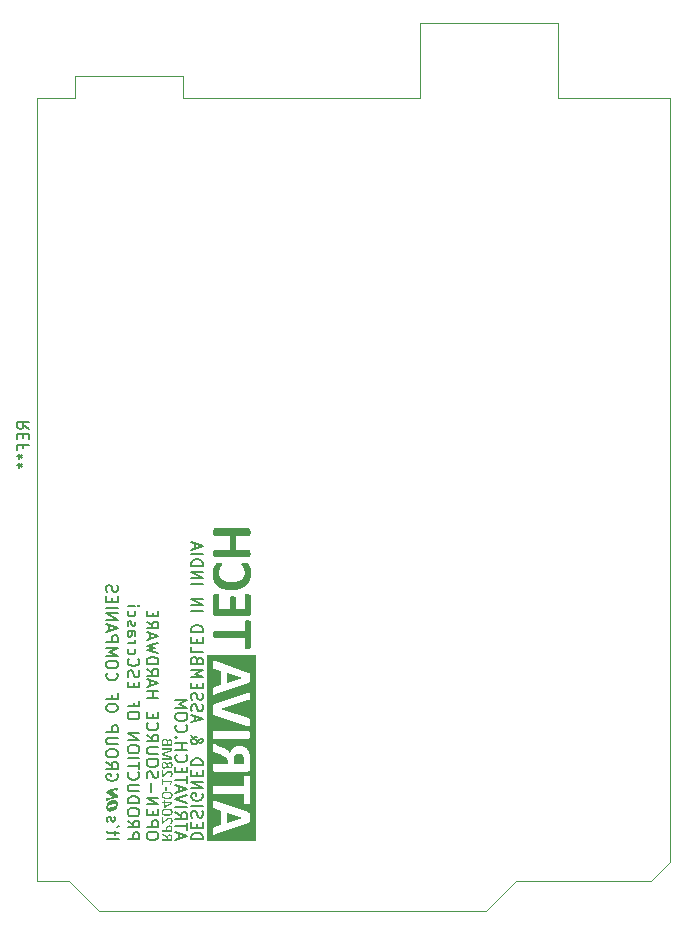
<source format=gbr>
%TF.GenerationSoftware,KiCad,Pcbnew,7.0.10*%
%TF.CreationDate,2024-01-11T23:08:57+05:30*%
%TF.ProjectId,rp2040-basic-m1,72703230-3430-42d6-9261-7369632d6d31,rev?*%
%TF.SameCoordinates,Original*%
%TF.FileFunction,Legend,Bot*%
%TF.FilePolarity,Positive*%
%FSLAX46Y46*%
G04 Gerber Fmt 4.6, Leading zero omitted, Abs format (unit mm)*
G04 Created by KiCad (PCBNEW 7.0.10) date 2024-01-11 23:08:57*
%MOMM*%
%LPD*%
G01*
G04 APERTURE LIST*
%ADD10C,0.150000*%
%ADD11C,0.200000*%
%ADD12C,0.120000*%
G04 APERTURE END LIST*
D10*
X230692561Y-100539411D02*
X230740180Y-100634649D01*
X230740180Y-100634649D02*
X230740180Y-100777506D01*
X230740180Y-100777506D02*
X230692561Y-100920363D01*
X230692561Y-100920363D02*
X230597323Y-101015601D01*
X230597323Y-101015601D02*
X230502085Y-101063220D01*
X230502085Y-101063220D02*
X230311609Y-101110839D01*
X230311609Y-101110839D02*
X230168752Y-101110839D01*
X230168752Y-101110839D02*
X229978276Y-101063220D01*
X229978276Y-101063220D02*
X229883038Y-101015601D01*
X229883038Y-101015601D02*
X229787800Y-100920363D01*
X229787800Y-100920363D02*
X229740180Y-100777506D01*
X229740180Y-100777506D02*
X229740180Y-100682268D01*
X229740180Y-100682268D02*
X229787800Y-100539411D01*
X229787800Y-100539411D02*
X229835419Y-100491792D01*
X229835419Y-100491792D02*
X230168752Y-100491792D01*
X230168752Y-100491792D02*
X230168752Y-100682268D01*
X229740180Y-99491792D02*
X230216371Y-99825125D01*
X229740180Y-100063220D02*
X230740180Y-100063220D01*
X230740180Y-100063220D02*
X230740180Y-99682268D01*
X230740180Y-99682268D02*
X230692561Y-99587030D01*
X230692561Y-99587030D02*
X230644942Y-99539411D01*
X230644942Y-99539411D02*
X230549704Y-99491792D01*
X230549704Y-99491792D02*
X230406847Y-99491792D01*
X230406847Y-99491792D02*
X230311609Y-99539411D01*
X230311609Y-99539411D02*
X230263990Y-99587030D01*
X230263990Y-99587030D02*
X230216371Y-99682268D01*
X230216371Y-99682268D02*
X230216371Y-100063220D01*
X230740180Y-98872744D02*
X230740180Y-98682268D01*
X230740180Y-98682268D02*
X230692561Y-98587030D01*
X230692561Y-98587030D02*
X230597323Y-98491792D01*
X230597323Y-98491792D02*
X230406847Y-98444173D01*
X230406847Y-98444173D02*
X230073514Y-98444173D01*
X230073514Y-98444173D02*
X229883038Y-98491792D01*
X229883038Y-98491792D02*
X229787800Y-98587030D01*
X229787800Y-98587030D02*
X229740180Y-98682268D01*
X229740180Y-98682268D02*
X229740180Y-98872744D01*
X229740180Y-98872744D02*
X229787800Y-98967982D01*
X229787800Y-98967982D02*
X229883038Y-99063220D01*
X229883038Y-99063220D02*
X230073514Y-99110839D01*
X230073514Y-99110839D02*
X230406847Y-99110839D01*
X230406847Y-99110839D02*
X230597323Y-99063220D01*
X230597323Y-99063220D02*
X230692561Y-98967982D01*
X230692561Y-98967982D02*
X230740180Y-98872744D01*
X230740180Y-98015601D02*
X229930657Y-98015601D01*
X229930657Y-98015601D02*
X229835419Y-97967982D01*
X229835419Y-97967982D02*
X229787800Y-97920363D01*
X229787800Y-97920363D02*
X229740180Y-97825125D01*
X229740180Y-97825125D02*
X229740180Y-97634649D01*
X229740180Y-97634649D02*
X229787800Y-97539411D01*
X229787800Y-97539411D02*
X229835419Y-97491792D01*
X229835419Y-97491792D02*
X229930657Y-97444173D01*
X229930657Y-97444173D02*
X230740180Y-97444173D01*
X229740180Y-96967982D02*
X230740180Y-96967982D01*
X230740180Y-96967982D02*
X230740180Y-96587030D01*
X230740180Y-96587030D02*
X230692561Y-96491792D01*
X230692561Y-96491792D02*
X230644942Y-96444173D01*
X230644942Y-96444173D02*
X230549704Y-96396554D01*
X230549704Y-96396554D02*
X230406847Y-96396554D01*
X230406847Y-96396554D02*
X230311609Y-96444173D01*
X230311609Y-96444173D02*
X230263990Y-96491792D01*
X230263990Y-96491792D02*
X230216371Y-96587030D01*
X230216371Y-96587030D02*
X230216371Y-96967982D01*
X230740180Y-95015601D02*
X230740180Y-94825125D01*
X230740180Y-94825125D02*
X230692561Y-94729887D01*
X230692561Y-94729887D02*
X230597323Y-94634649D01*
X230597323Y-94634649D02*
X230406847Y-94587030D01*
X230406847Y-94587030D02*
X230073514Y-94587030D01*
X230073514Y-94587030D02*
X229883038Y-94634649D01*
X229883038Y-94634649D02*
X229787800Y-94729887D01*
X229787800Y-94729887D02*
X229740180Y-94825125D01*
X229740180Y-94825125D02*
X229740180Y-95015601D01*
X229740180Y-95015601D02*
X229787800Y-95110839D01*
X229787800Y-95110839D02*
X229883038Y-95206077D01*
X229883038Y-95206077D02*
X230073514Y-95253696D01*
X230073514Y-95253696D02*
X230406847Y-95253696D01*
X230406847Y-95253696D02*
X230597323Y-95206077D01*
X230597323Y-95206077D02*
X230692561Y-95110839D01*
X230692561Y-95110839D02*
X230740180Y-95015601D01*
X230263990Y-93825125D02*
X230263990Y-94158458D01*
X229740180Y-94158458D02*
X230740180Y-94158458D01*
X230740180Y-94158458D02*
X230740180Y-93682268D01*
X229835419Y-91967982D02*
X229787800Y-92015601D01*
X229787800Y-92015601D02*
X229740180Y-92158458D01*
X229740180Y-92158458D02*
X229740180Y-92253696D01*
X229740180Y-92253696D02*
X229787800Y-92396553D01*
X229787800Y-92396553D02*
X229883038Y-92491791D01*
X229883038Y-92491791D02*
X229978276Y-92539410D01*
X229978276Y-92539410D02*
X230168752Y-92587029D01*
X230168752Y-92587029D02*
X230311609Y-92587029D01*
X230311609Y-92587029D02*
X230502085Y-92539410D01*
X230502085Y-92539410D02*
X230597323Y-92491791D01*
X230597323Y-92491791D02*
X230692561Y-92396553D01*
X230692561Y-92396553D02*
X230740180Y-92253696D01*
X230740180Y-92253696D02*
X230740180Y-92158458D01*
X230740180Y-92158458D02*
X230692561Y-92015601D01*
X230692561Y-92015601D02*
X230644942Y-91967982D01*
X230740180Y-91348934D02*
X230740180Y-91158458D01*
X230740180Y-91158458D02*
X230692561Y-91063220D01*
X230692561Y-91063220D02*
X230597323Y-90967982D01*
X230597323Y-90967982D02*
X230406847Y-90920363D01*
X230406847Y-90920363D02*
X230073514Y-90920363D01*
X230073514Y-90920363D02*
X229883038Y-90967982D01*
X229883038Y-90967982D02*
X229787800Y-91063220D01*
X229787800Y-91063220D02*
X229740180Y-91158458D01*
X229740180Y-91158458D02*
X229740180Y-91348934D01*
X229740180Y-91348934D02*
X229787800Y-91444172D01*
X229787800Y-91444172D02*
X229883038Y-91539410D01*
X229883038Y-91539410D02*
X230073514Y-91587029D01*
X230073514Y-91587029D02*
X230406847Y-91587029D01*
X230406847Y-91587029D02*
X230597323Y-91539410D01*
X230597323Y-91539410D02*
X230692561Y-91444172D01*
X230692561Y-91444172D02*
X230740180Y-91348934D01*
X229740180Y-90491791D02*
X230740180Y-90491791D01*
X230740180Y-90491791D02*
X230025895Y-90158458D01*
X230025895Y-90158458D02*
X230740180Y-89825125D01*
X230740180Y-89825125D02*
X229740180Y-89825125D01*
X229740180Y-89348934D02*
X230740180Y-89348934D01*
X230740180Y-89348934D02*
X230740180Y-88967982D01*
X230740180Y-88967982D02*
X230692561Y-88872744D01*
X230692561Y-88872744D02*
X230644942Y-88825125D01*
X230644942Y-88825125D02*
X230549704Y-88777506D01*
X230549704Y-88777506D02*
X230406847Y-88777506D01*
X230406847Y-88777506D02*
X230311609Y-88825125D01*
X230311609Y-88825125D02*
X230263990Y-88872744D01*
X230263990Y-88872744D02*
X230216371Y-88967982D01*
X230216371Y-88967982D02*
X230216371Y-89348934D01*
X230025895Y-88396553D02*
X230025895Y-87920363D01*
X229740180Y-88491791D02*
X230740180Y-88158458D01*
X230740180Y-88158458D02*
X229740180Y-87825125D01*
X229740180Y-87491791D02*
X230740180Y-87491791D01*
X230740180Y-87491791D02*
X229740180Y-86920363D01*
X229740180Y-86920363D02*
X230740180Y-86920363D01*
X229740180Y-86444172D02*
X230740180Y-86444172D01*
X230263990Y-85967982D02*
X230263990Y-85634649D01*
X229740180Y-85491792D02*
X229740180Y-85967982D01*
X229740180Y-85967982D02*
X230740180Y-85967982D01*
X230740180Y-85967982D02*
X230740180Y-85491792D01*
X229787800Y-85110839D02*
X229740180Y-84967982D01*
X229740180Y-84967982D02*
X229740180Y-84729887D01*
X229740180Y-84729887D02*
X229787800Y-84634649D01*
X229787800Y-84634649D02*
X229835419Y-84587030D01*
X229835419Y-84587030D02*
X229930657Y-84539411D01*
X229930657Y-84539411D02*
X230025895Y-84539411D01*
X230025895Y-84539411D02*
X230121133Y-84587030D01*
X230121133Y-84587030D02*
X230168752Y-84634649D01*
X230168752Y-84634649D02*
X230216371Y-84729887D01*
X230216371Y-84729887D02*
X230263990Y-84920363D01*
X230263990Y-84920363D02*
X230311609Y-85015601D01*
X230311609Y-85015601D02*
X230359228Y-85063220D01*
X230359228Y-85063220D02*
X230454466Y-85110839D01*
X230454466Y-85110839D02*
X230549704Y-85110839D01*
X230549704Y-85110839D02*
X230644942Y-85063220D01*
X230644942Y-85063220D02*
X230692561Y-85015601D01*
X230692561Y-85015601D02*
X230740180Y-84920363D01*
X230740180Y-84920363D02*
X230740180Y-84682268D01*
X230740180Y-84682268D02*
X230692561Y-84539411D01*
G36*
X230429215Y-102703305D02*
G01*
X230447954Y-102704470D01*
X230466119Y-102706411D01*
X230483709Y-102709129D01*
X230500725Y-102712624D01*
X230517166Y-102716896D01*
X230533034Y-102721944D01*
X230548326Y-102727768D01*
X230563045Y-102734369D01*
X230577189Y-102741747D01*
X230590759Y-102749902D01*
X230603754Y-102758833D01*
X230616175Y-102768541D01*
X230628022Y-102779025D01*
X230639294Y-102790286D01*
X230649993Y-102802323D01*
X230655117Y-102808612D01*
X230664877Y-102821640D01*
X230673986Y-102835272D01*
X230682445Y-102849507D01*
X230690253Y-102864345D01*
X230697411Y-102879785D01*
X230703917Y-102895829D01*
X230709774Y-102912476D01*
X230714979Y-102929726D01*
X230719534Y-102947578D01*
X230723438Y-102966034D01*
X230726691Y-102985092D01*
X230728074Y-102994848D01*
X230729294Y-103004754D01*
X230730351Y-103014811D01*
X230731246Y-103025018D01*
X230731978Y-103035377D01*
X230732547Y-103045886D01*
X230732954Y-103056546D01*
X230733198Y-103067356D01*
X230733279Y-103078318D01*
X230733064Y-103096241D01*
X230732417Y-103113985D01*
X230731339Y-103131549D01*
X230729829Y-103148934D01*
X230727889Y-103166140D01*
X230725517Y-103183167D01*
X230722714Y-103200014D01*
X230719480Y-103216681D01*
X230715814Y-103233170D01*
X230711717Y-103249479D01*
X230707189Y-103265608D01*
X230702230Y-103281558D01*
X230696839Y-103297329D01*
X230691018Y-103312921D01*
X230684765Y-103328333D01*
X230678080Y-103343565D01*
X230670972Y-103358577D01*
X230663445Y-103373325D01*
X230655500Y-103387810D01*
X230647138Y-103402031D01*
X230638358Y-103415989D01*
X230629159Y-103429684D01*
X230619543Y-103443115D01*
X230609509Y-103456284D01*
X230599057Y-103469188D01*
X230588188Y-103481830D01*
X230576900Y-103494208D01*
X230565194Y-103506323D01*
X230553071Y-103518174D01*
X230540530Y-103529762D01*
X230527571Y-103541087D01*
X230514193Y-103552149D01*
X230500455Y-103562896D01*
X230486350Y-103573276D01*
X230471878Y-103583290D01*
X230457041Y-103592937D01*
X230441837Y-103602219D01*
X230426266Y-103611133D01*
X230410329Y-103619682D01*
X230394026Y-103627864D01*
X230377356Y-103635680D01*
X230360321Y-103643129D01*
X230342918Y-103650212D01*
X230325150Y-103656929D01*
X230307015Y-103663279D01*
X230288513Y-103669263D01*
X230279125Y-103672118D01*
X230269645Y-103674881D01*
X230260074Y-103677552D01*
X230250411Y-103680132D01*
X230244661Y-103681605D01*
X230233283Y-103684410D01*
X230222067Y-103687028D01*
X230211013Y-103689459D01*
X230200121Y-103691703D01*
X230189392Y-103693760D01*
X230178824Y-103695630D01*
X230168419Y-103697313D01*
X230158176Y-103698809D01*
X230148096Y-103700118D01*
X230138177Y-103701240D01*
X230128421Y-103702175D01*
X230114090Y-103703226D01*
X230100125Y-103703858D01*
X230086524Y-103704068D01*
X230067211Y-103703680D01*
X230048472Y-103702515D01*
X230030307Y-103700573D01*
X230012717Y-103697855D01*
X229995701Y-103694360D01*
X229979260Y-103690089D01*
X229963392Y-103685041D01*
X229948100Y-103679216D01*
X229933381Y-103672615D01*
X229919237Y-103665237D01*
X229905667Y-103657083D01*
X229892672Y-103648152D01*
X229880251Y-103638444D01*
X229868404Y-103627960D01*
X229857132Y-103616699D01*
X229846434Y-103604661D01*
X229841309Y-103598374D01*
X229831549Y-103585357D01*
X229822440Y-103571748D01*
X229813981Y-103557547D01*
X229806173Y-103542756D01*
X229799015Y-103527372D01*
X229792509Y-103511397D01*
X229786652Y-103494830D01*
X229781447Y-103477672D01*
X229776892Y-103459923D01*
X229772988Y-103441582D01*
X229769735Y-103422649D01*
X229768352Y-103412961D01*
X229767132Y-103403125D01*
X229766075Y-103393141D01*
X229765180Y-103383009D01*
X229764448Y-103372730D01*
X229763879Y-103362302D01*
X229763472Y-103351727D01*
X229763228Y-103341003D01*
X229763147Y-103330132D01*
X229763365Y-103312383D01*
X229763532Y-103307906D01*
X229887711Y-103307906D01*
X229887730Y-103309980D01*
X229888398Y-103319819D01*
X229890458Y-103330460D01*
X229893893Y-103339831D01*
X229899637Y-103349158D01*
X229907250Y-103356755D01*
X229909816Y-103358618D01*
X229918623Y-103363487D01*
X229929095Y-103367273D01*
X229939095Y-103369602D01*
X229950252Y-103371180D01*
X229960010Y-103371901D01*
X229970509Y-103372142D01*
X229980237Y-103371923D01*
X229990918Y-103371268D01*
X230002554Y-103370176D01*
X230015144Y-103368646D01*
X230028688Y-103366680D01*
X230043186Y-103364276D01*
X230058639Y-103361436D01*
X230075045Y-103358159D01*
X230092405Y-103354445D01*
X230110720Y-103350294D01*
X230120235Y-103348054D01*
X230129988Y-103345705D01*
X230139980Y-103343248D01*
X230150211Y-103340680D01*
X230160680Y-103338004D01*
X230171387Y-103335218D01*
X230182333Y-103332323D01*
X230193518Y-103329319D01*
X230204941Y-103326206D01*
X230216603Y-103322983D01*
X230228503Y-103319651D01*
X230240642Y-103316210D01*
X230257384Y-103311498D01*
X230273660Y-103306826D01*
X230289471Y-103302194D01*
X230304816Y-103297602D01*
X230319696Y-103293050D01*
X230334110Y-103288538D01*
X230348059Y-103284067D01*
X230361542Y-103279635D01*
X230374559Y-103275243D01*
X230387111Y-103270892D01*
X230399197Y-103266580D01*
X230410818Y-103262309D01*
X230421973Y-103258078D01*
X230432662Y-103253886D01*
X230442886Y-103249735D01*
X230452644Y-103245624D01*
X230462032Y-103241501D01*
X230471085Y-103237373D01*
X230484033Y-103231175D01*
X230496226Y-103224968D01*
X230507664Y-103218753D01*
X230518346Y-103212529D01*
X230528272Y-103206297D01*
X230537442Y-103200056D01*
X230545857Y-103193806D01*
X230553517Y-103187548D01*
X230562554Y-103179190D01*
X230570453Y-103170634D01*
X230577300Y-103161818D01*
X230583093Y-103152743D01*
X230587833Y-103143408D01*
X230591519Y-103133814D01*
X230594153Y-103123961D01*
X230595732Y-103113847D01*
X230596259Y-103103475D01*
X230595776Y-103093811D01*
X230593921Y-103083301D01*
X230589999Y-103072537D01*
X230584184Y-103063386D01*
X230576475Y-103055847D01*
X230573935Y-103053984D01*
X230565133Y-103049115D01*
X230554563Y-103045329D01*
X230544404Y-103043000D01*
X230533015Y-103041422D01*
X230523021Y-103040700D01*
X230512240Y-103040460D01*
X230507227Y-103040513D01*
X230496530Y-103040939D01*
X230484936Y-103041790D01*
X230472446Y-103043066D01*
X230459058Y-103044768D01*
X230444774Y-103046896D01*
X230429592Y-103049449D01*
X230413514Y-103052428D01*
X230396540Y-103055832D01*
X230378668Y-103059662D01*
X230359899Y-103063917D01*
X230350179Y-103066204D01*
X230340234Y-103068597D01*
X230330065Y-103071097D01*
X230319672Y-103073704D01*
X230309054Y-103076416D01*
X230298213Y-103079235D01*
X230287147Y-103082161D01*
X230275857Y-103085193D01*
X230264343Y-103088331D01*
X230252604Y-103091575D01*
X230240642Y-103094926D01*
X230224227Y-103099814D01*
X230208260Y-103104646D01*
X230192742Y-103109423D01*
X230177673Y-103114145D01*
X230163051Y-103118811D01*
X230148879Y-103123422D01*
X230135154Y-103127978D01*
X230121878Y-103132479D01*
X230109051Y-103136924D01*
X230096672Y-103141313D01*
X230084741Y-103145648D01*
X230073259Y-103149927D01*
X230062225Y-103154150D01*
X230051640Y-103158319D01*
X230041502Y-103162432D01*
X230031814Y-103166489D01*
X230022540Y-103170496D01*
X230013587Y-103174515D01*
X230000759Y-103180569D01*
X229988652Y-103186654D01*
X229977266Y-103192768D01*
X229966601Y-103198913D01*
X229956658Y-103205087D01*
X229947436Y-103211292D01*
X229938935Y-103217526D01*
X229931155Y-103223791D01*
X229921905Y-103232191D01*
X229913890Y-103240747D01*
X229906945Y-103249562D01*
X229901068Y-103258638D01*
X229896259Y-103267972D01*
X229892519Y-103277566D01*
X229889848Y-103287420D01*
X229888245Y-103297533D01*
X229887711Y-103307906D01*
X229763532Y-103307906D01*
X229764021Y-103294797D01*
X229765113Y-103277373D01*
X229766642Y-103260111D01*
X229768609Y-103243011D01*
X229771012Y-103226073D01*
X229773852Y-103209298D01*
X229777130Y-103192684D01*
X229780844Y-103176233D01*
X229784995Y-103159944D01*
X229789583Y-103143818D01*
X229794608Y-103127853D01*
X229800070Y-103112051D01*
X229805969Y-103096411D01*
X229812305Y-103080933D01*
X229819078Y-103065617D01*
X229826307Y-103050514D01*
X229833950Y-103035674D01*
X229842008Y-103021098D01*
X229850479Y-103006785D01*
X229859364Y-102992735D01*
X229868663Y-102978949D01*
X229878377Y-102965426D01*
X229888504Y-102952166D01*
X229899046Y-102939170D01*
X229910002Y-102926437D01*
X229921371Y-102913967D01*
X229933155Y-102901761D01*
X229945353Y-102889818D01*
X229957965Y-102878138D01*
X229970991Y-102866721D01*
X229984431Y-102855568D01*
X229998264Y-102844727D01*
X230012469Y-102834247D01*
X230027046Y-102824127D01*
X230041996Y-102814368D01*
X230057317Y-102804969D01*
X230073011Y-102795931D01*
X230089076Y-102787254D01*
X230105514Y-102778937D01*
X230122324Y-102770981D01*
X230139506Y-102763386D01*
X230157060Y-102756151D01*
X230174986Y-102749277D01*
X230193284Y-102742763D01*
X230202573Y-102739642D01*
X230211954Y-102736611D01*
X230221429Y-102733669D01*
X230230997Y-102730818D01*
X230240657Y-102728057D01*
X230250411Y-102725387D01*
X230261052Y-102722666D01*
X230271603Y-102720120D01*
X230282065Y-102717750D01*
X230292436Y-102715556D01*
X230302718Y-102713537D01*
X230312911Y-102711694D01*
X230323013Y-102710026D01*
X230333026Y-102708534D01*
X230342950Y-102707217D01*
X230352783Y-102706076D01*
X230367366Y-102704694D01*
X230381746Y-102703706D01*
X230395925Y-102703114D01*
X230409902Y-102702916D01*
X230429215Y-102703305D01*
G37*
G36*
X230712519Y-101699323D02*
G01*
X230712197Y-101689065D01*
X230710766Y-101676958D01*
X230708190Y-101666644D01*
X230703360Y-101656275D01*
X230696741Y-101648708D01*
X230686437Y-101643327D01*
X230675882Y-101641926D01*
X230665864Y-101642403D01*
X230661960Y-101643147D01*
X230652378Y-101646994D01*
X230643934Y-101652401D01*
X230640223Y-101655847D01*
X230633708Y-101663804D01*
X230627629Y-101672425D01*
X230622882Y-101679783D01*
X230617196Y-101688634D01*
X230611254Y-101696807D01*
X230604148Y-101705317D01*
X230596707Y-101712942D01*
X230594794Y-101714710D01*
X230586047Y-101721411D01*
X230576665Y-101726849D01*
X230567340Y-101731194D01*
X230556830Y-101735247D01*
X230547166Y-101738401D01*
X229925568Y-101912058D01*
X229915262Y-101915067D01*
X229905350Y-101918172D01*
X229895830Y-101921372D01*
X229882287Y-101926351D01*
X229869629Y-101931544D01*
X229857855Y-101936952D01*
X229846966Y-101942575D01*
X229836961Y-101948413D01*
X229827841Y-101954465D01*
X229819605Y-101960732D01*
X229812253Y-101967213D01*
X229807843Y-101971653D01*
X229800001Y-101980996D01*
X229793204Y-101991193D01*
X229787453Y-102002245D01*
X229782747Y-102014152D01*
X229779904Y-102023643D01*
X229777650Y-102033615D01*
X229775983Y-102044068D01*
X229774905Y-102055001D01*
X229774415Y-102066416D01*
X229774382Y-102070327D01*
X229774670Y-102080649D01*
X229775533Y-102090641D01*
X229777578Y-102103448D01*
X229780646Y-102115668D01*
X229784737Y-102127300D01*
X229789851Y-102138344D01*
X229795988Y-102148801D01*
X229803147Y-102158670D01*
X229807110Y-102163384D01*
X229815911Y-102172589D01*
X229823242Y-102179392D01*
X229831201Y-102186110D01*
X229839786Y-102192742D01*
X229848998Y-102199288D01*
X229858837Y-102205748D01*
X229869303Y-102212122D01*
X229880395Y-102218410D01*
X229892115Y-102224613D01*
X229904461Y-102230729D01*
X229908715Y-102232749D01*
X230353970Y-102444019D01*
X229945108Y-102561744D01*
X229935269Y-102563751D01*
X229925109Y-102565211D01*
X229914868Y-102565880D01*
X229913112Y-102565896D01*
X229903310Y-102565394D01*
X229893598Y-102563657D01*
X229884347Y-102560315D01*
X229882826Y-102559546D01*
X229873896Y-102554096D01*
X229865468Y-102547894D01*
X229858401Y-102541960D01*
X229850668Y-102535965D01*
X229841549Y-102530420D01*
X229831663Y-102526949D01*
X229827627Y-102526573D01*
X229817610Y-102527330D01*
X229814926Y-102528039D01*
X229804863Y-102532319D01*
X229796654Y-102538841D01*
X229790300Y-102547603D01*
X229787571Y-102553440D01*
X229784621Y-102562923D01*
X229782669Y-102572540D01*
X229781249Y-102583531D01*
X229780473Y-102593740D01*
X229780066Y-102604903D01*
X229780000Y-102612058D01*
X229780000Y-102764710D01*
X229780319Y-102774967D01*
X229781741Y-102787075D01*
X229784300Y-102797388D01*
X229789098Y-102807758D01*
X229795672Y-102815325D01*
X229805908Y-102820706D01*
X229816392Y-102822107D01*
X229826409Y-102821535D01*
X229830314Y-102820642D01*
X229840011Y-102816909D01*
X229848423Y-102811470D01*
X229852051Y-102807941D01*
X229858724Y-102800025D01*
X229864874Y-102791500D01*
X229869637Y-102784249D01*
X229875227Y-102775399D01*
X229881097Y-102767226D01*
X229888149Y-102758715D01*
X229895568Y-102751090D01*
X229897480Y-102749323D01*
X229906319Y-102742514D01*
X229915731Y-102737008D01*
X229925044Y-102732623D01*
X229935508Y-102728547D01*
X229945108Y-102725387D01*
X230573789Y-102547578D01*
X230619951Y-102570048D01*
X230630235Y-102574780D01*
X230640021Y-102578532D01*
X230650808Y-102581673D01*
X230660918Y-102583481D01*
X230669043Y-102583970D01*
X230679233Y-102583096D01*
X230690059Y-102579546D01*
X230698763Y-102573265D01*
X230705344Y-102564252D01*
X230709080Y-102555076D01*
X230711457Y-102544152D01*
X230712476Y-102531480D01*
X230712519Y-102528039D01*
X230712519Y-102320921D01*
X230712198Y-102310029D01*
X230711236Y-102299824D01*
X230709133Y-102288034D01*
X230706027Y-102277318D01*
X230701920Y-102267674D01*
X230696811Y-102259104D01*
X230692002Y-102253021D01*
X230684898Y-102245687D01*
X230676255Y-102238185D01*
X230668233Y-102232064D01*
X230659227Y-102225836D01*
X230649236Y-102219501D01*
X230638260Y-102213059D01*
X230629382Y-102208157D01*
X230619951Y-102203196D01*
X230209867Y-101998764D01*
X230547166Y-101902288D01*
X230557616Y-101900281D01*
X230567958Y-101898822D01*
X230577792Y-101898152D01*
X230579406Y-101898136D01*
X230590106Y-101898756D01*
X230600499Y-101900871D01*
X230609448Y-101904487D01*
X230618527Y-101909787D01*
X230627031Y-101915914D01*
X230634117Y-101921828D01*
X230642818Y-101928560D01*
X230651804Y-101933834D01*
X230661632Y-101936975D01*
X230664891Y-101937215D01*
X230674684Y-101936458D01*
X230677348Y-101935750D01*
X230687411Y-101931607D01*
X230695620Y-101925222D01*
X230701974Y-101916597D01*
X230704703Y-101910837D01*
X230707748Y-101901258D01*
X230709763Y-101891578D01*
X230711229Y-101880541D01*
X230712030Y-101870308D01*
X230712450Y-101859132D01*
X230712519Y-101851974D01*
X230712519Y-101699323D01*
G37*
X229830180Y-106033220D02*
X230830180Y-106033220D01*
X230496847Y-105699887D02*
X230496847Y-105318935D01*
X230830180Y-105557030D02*
X229973038Y-105557030D01*
X229973038Y-105557030D02*
X229877800Y-105509411D01*
X229877800Y-105509411D02*
X229830180Y-105414173D01*
X229830180Y-105414173D02*
X229830180Y-105318935D01*
X230830180Y-104937982D02*
X230639704Y-105033220D01*
X229877800Y-104557030D02*
X229830180Y-104461792D01*
X229830180Y-104461792D02*
X229830180Y-104271316D01*
X229830180Y-104271316D02*
X229877800Y-104176078D01*
X229877800Y-104176078D02*
X229973038Y-104128459D01*
X229973038Y-104128459D02*
X230020657Y-104128459D01*
X230020657Y-104128459D02*
X230115895Y-104176078D01*
X230115895Y-104176078D02*
X230163514Y-104271316D01*
X230163514Y-104271316D02*
X230163514Y-104414173D01*
X230163514Y-104414173D02*
X230211133Y-104509411D01*
X230211133Y-104509411D02*
X230306371Y-104557030D01*
X230306371Y-104557030D02*
X230353990Y-104557030D01*
X230353990Y-104557030D02*
X230449228Y-104509411D01*
X230449228Y-104509411D02*
X230496847Y-104414173D01*
X230496847Y-104414173D02*
X230496847Y-104271316D01*
X230496847Y-104271316D02*
X230449228Y-104176078D01*
X234170180Y-105852744D02*
X234170180Y-105662268D01*
X234170180Y-105662268D02*
X234122561Y-105567030D01*
X234122561Y-105567030D02*
X234027323Y-105471792D01*
X234027323Y-105471792D02*
X233836847Y-105424173D01*
X233836847Y-105424173D02*
X233503514Y-105424173D01*
X233503514Y-105424173D02*
X233313038Y-105471792D01*
X233313038Y-105471792D02*
X233217800Y-105567030D01*
X233217800Y-105567030D02*
X233170180Y-105662268D01*
X233170180Y-105662268D02*
X233170180Y-105852744D01*
X233170180Y-105852744D02*
X233217800Y-105947982D01*
X233217800Y-105947982D02*
X233313038Y-106043220D01*
X233313038Y-106043220D02*
X233503514Y-106090839D01*
X233503514Y-106090839D02*
X233836847Y-106090839D01*
X233836847Y-106090839D02*
X234027323Y-106043220D01*
X234027323Y-106043220D02*
X234122561Y-105947982D01*
X234122561Y-105947982D02*
X234170180Y-105852744D01*
X233170180Y-104995601D02*
X234170180Y-104995601D01*
X234170180Y-104995601D02*
X234170180Y-104614649D01*
X234170180Y-104614649D02*
X234122561Y-104519411D01*
X234122561Y-104519411D02*
X234074942Y-104471792D01*
X234074942Y-104471792D02*
X233979704Y-104424173D01*
X233979704Y-104424173D02*
X233836847Y-104424173D01*
X233836847Y-104424173D02*
X233741609Y-104471792D01*
X233741609Y-104471792D02*
X233693990Y-104519411D01*
X233693990Y-104519411D02*
X233646371Y-104614649D01*
X233646371Y-104614649D02*
X233646371Y-104995601D01*
X233693990Y-103995601D02*
X233693990Y-103662268D01*
X233170180Y-103519411D02*
X233170180Y-103995601D01*
X233170180Y-103995601D02*
X234170180Y-103995601D01*
X234170180Y-103995601D02*
X234170180Y-103519411D01*
X233170180Y-103090839D02*
X234170180Y-103090839D01*
X234170180Y-103090839D02*
X233170180Y-102519411D01*
X233170180Y-102519411D02*
X234170180Y-102519411D01*
X233551133Y-102043220D02*
X233551133Y-101281316D01*
X233217800Y-100852744D02*
X233170180Y-100709887D01*
X233170180Y-100709887D02*
X233170180Y-100471792D01*
X233170180Y-100471792D02*
X233217800Y-100376554D01*
X233217800Y-100376554D02*
X233265419Y-100328935D01*
X233265419Y-100328935D02*
X233360657Y-100281316D01*
X233360657Y-100281316D02*
X233455895Y-100281316D01*
X233455895Y-100281316D02*
X233551133Y-100328935D01*
X233551133Y-100328935D02*
X233598752Y-100376554D01*
X233598752Y-100376554D02*
X233646371Y-100471792D01*
X233646371Y-100471792D02*
X233693990Y-100662268D01*
X233693990Y-100662268D02*
X233741609Y-100757506D01*
X233741609Y-100757506D02*
X233789228Y-100805125D01*
X233789228Y-100805125D02*
X233884466Y-100852744D01*
X233884466Y-100852744D02*
X233979704Y-100852744D01*
X233979704Y-100852744D02*
X234074942Y-100805125D01*
X234074942Y-100805125D02*
X234122561Y-100757506D01*
X234122561Y-100757506D02*
X234170180Y-100662268D01*
X234170180Y-100662268D02*
X234170180Y-100424173D01*
X234170180Y-100424173D02*
X234122561Y-100281316D01*
X234170180Y-99662268D02*
X234170180Y-99471792D01*
X234170180Y-99471792D02*
X234122561Y-99376554D01*
X234122561Y-99376554D02*
X234027323Y-99281316D01*
X234027323Y-99281316D02*
X233836847Y-99233697D01*
X233836847Y-99233697D02*
X233503514Y-99233697D01*
X233503514Y-99233697D02*
X233313038Y-99281316D01*
X233313038Y-99281316D02*
X233217800Y-99376554D01*
X233217800Y-99376554D02*
X233170180Y-99471792D01*
X233170180Y-99471792D02*
X233170180Y-99662268D01*
X233170180Y-99662268D02*
X233217800Y-99757506D01*
X233217800Y-99757506D02*
X233313038Y-99852744D01*
X233313038Y-99852744D02*
X233503514Y-99900363D01*
X233503514Y-99900363D02*
X233836847Y-99900363D01*
X233836847Y-99900363D02*
X234027323Y-99852744D01*
X234027323Y-99852744D02*
X234122561Y-99757506D01*
X234122561Y-99757506D02*
X234170180Y-99662268D01*
X234170180Y-98805125D02*
X233360657Y-98805125D01*
X233360657Y-98805125D02*
X233265419Y-98757506D01*
X233265419Y-98757506D02*
X233217800Y-98709887D01*
X233217800Y-98709887D02*
X233170180Y-98614649D01*
X233170180Y-98614649D02*
X233170180Y-98424173D01*
X233170180Y-98424173D02*
X233217800Y-98328935D01*
X233217800Y-98328935D02*
X233265419Y-98281316D01*
X233265419Y-98281316D02*
X233360657Y-98233697D01*
X233360657Y-98233697D02*
X234170180Y-98233697D01*
X233170180Y-97186078D02*
X233646371Y-97519411D01*
X233170180Y-97757506D02*
X234170180Y-97757506D01*
X234170180Y-97757506D02*
X234170180Y-97376554D01*
X234170180Y-97376554D02*
X234122561Y-97281316D01*
X234122561Y-97281316D02*
X234074942Y-97233697D01*
X234074942Y-97233697D02*
X233979704Y-97186078D01*
X233979704Y-97186078D02*
X233836847Y-97186078D01*
X233836847Y-97186078D02*
X233741609Y-97233697D01*
X233741609Y-97233697D02*
X233693990Y-97281316D01*
X233693990Y-97281316D02*
X233646371Y-97376554D01*
X233646371Y-97376554D02*
X233646371Y-97757506D01*
X233265419Y-96186078D02*
X233217800Y-96233697D01*
X233217800Y-96233697D02*
X233170180Y-96376554D01*
X233170180Y-96376554D02*
X233170180Y-96471792D01*
X233170180Y-96471792D02*
X233217800Y-96614649D01*
X233217800Y-96614649D02*
X233313038Y-96709887D01*
X233313038Y-96709887D02*
X233408276Y-96757506D01*
X233408276Y-96757506D02*
X233598752Y-96805125D01*
X233598752Y-96805125D02*
X233741609Y-96805125D01*
X233741609Y-96805125D02*
X233932085Y-96757506D01*
X233932085Y-96757506D02*
X234027323Y-96709887D01*
X234027323Y-96709887D02*
X234122561Y-96614649D01*
X234122561Y-96614649D02*
X234170180Y-96471792D01*
X234170180Y-96471792D02*
X234170180Y-96376554D01*
X234170180Y-96376554D02*
X234122561Y-96233697D01*
X234122561Y-96233697D02*
X234074942Y-96186078D01*
X233693990Y-95757506D02*
X233693990Y-95424173D01*
X233170180Y-95281316D02*
X233170180Y-95757506D01*
X233170180Y-95757506D02*
X234170180Y-95757506D01*
X234170180Y-95757506D02*
X234170180Y-95281316D01*
X233170180Y-94090839D02*
X234170180Y-94090839D01*
X233693990Y-94090839D02*
X233693990Y-93519411D01*
X233170180Y-93519411D02*
X234170180Y-93519411D01*
X233455895Y-93090839D02*
X233455895Y-92614649D01*
X233170180Y-93186077D02*
X234170180Y-92852744D01*
X234170180Y-92852744D02*
X233170180Y-92519411D01*
X233170180Y-91614649D02*
X233646371Y-91947982D01*
X233170180Y-92186077D02*
X234170180Y-92186077D01*
X234170180Y-92186077D02*
X234170180Y-91805125D01*
X234170180Y-91805125D02*
X234122561Y-91709887D01*
X234122561Y-91709887D02*
X234074942Y-91662268D01*
X234074942Y-91662268D02*
X233979704Y-91614649D01*
X233979704Y-91614649D02*
X233836847Y-91614649D01*
X233836847Y-91614649D02*
X233741609Y-91662268D01*
X233741609Y-91662268D02*
X233693990Y-91709887D01*
X233693990Y-91709887D02*
X233646371Y-91805125D01*
X233646371Y-91805125D02*
X233646371Y-92186077D01*
X233170180Y-91186077D02*
X234170180Y-91186077D01*
X234170180Y-91186077D02*
X234170180Y-90947982D01*
X234170180Y-90947982D02*
X234122561Y-90805125D01*
X234122561Y-90805125D02*
X234027323Y-90709887D01*
X234027323Y-90709887D02*
X233932085Y-90662268D01*
X233932085Y-90662268D02*
X233741609Y-90614649D01*
X233741609Y-90614649D02*
X233598752Y-90614649D01*
X233598752Y-90614649D02*
X233408276Y-90662268D01*
X233408276Y-90662268D02*
X233313038Y-90709887D01*
X233313038Y-90709887D02*
X233217800Y-90805125D01*
X233217800Y-90805125D02*
X233170180Y-90947982D01*
X233170180Y-90947982D02*
X233170180Y-91186077D01*
X234170180Y-90281315D02*
X233170180Y-90043220D01*
X233170180Y-90043220D02*
X233884466Y-89852744D01*
X233884466Y-89852744D02*
X233170180Y-89662268D01*
X233170180Y-89662268D02*
X234170180Y-89424173D01*
X233455895Y-89090839D02*
X233455895Y-88614649D01*
X233170180Y-89186077D02*
X234170180Y-88852744D01*
X234170180Y-88852744D02*
X233170180Y-88519411D01*
X233170180Y-87614649D02*
X233646371Y-87947982D01*
X233170180Y-88186077D02*
X234170180Y-88186077D01*
X234170180Y-88186077D02*
X234170180Y-87805125D01*
X234170180Y-87805125D02*
X234122561Y-87709887D01*
X234122561Y-87709887D02*
X234074942Y-87662268D01*
X234074942Y-87662268D02*
X233979704Y-87614649D01*
X233979704Y-87614649D02*
X233836847Y-87614649D01*
X233836847Y-87614649D02*
X233741609Y-87662268D01*
X233741609Y-87662268D02*
X233693990Y-87709887D01*
X233693990Y-87709887D02*
X233646371Y-87805125D01*
X233646371Y-87805125D02*
X233646371Y-88186077D01*
X233693990Y-87186077D02*
X233693990Y-86852744D01*
X233170180Y-86709887D02*
X233170180Y-87186077D01*
X233170180Y-87186077D02*
X234170180Y-87186077D01*
X234170180Y-87186077D02*
X234170180Y-86709887D01*
X231560180Y-106043220D02*
X232560180Y-106043220D01*
X232560180Y-106043220D02*
X232560180Y-105662268D01*
X232560180Y-105662268D02*
X232512561Y-105567030D01*
X232512561Y-105567030D02*
X232464942Y-105519411D01*
X232464942Y-105519411D02*
X232369704Y-105471792D01*
X232369704Y-105471792D02*
X232226847Y-105471792D01*
X232226847Y-105471792D02*
X232131609Y-105519411D01*
X232131609Y-105519411D02*
X232083990Y-105567030D01*
X232083990Y-105567030D02*
X232036371Y-105662268D01*
X232036371Y-105662268D02*
X232036371Y-106043220D01*
X231560180Y-104471792D02*
X232036371Y-104805125D01*
X231560180Y-105043220D02*
X232560180Y-105043220D01*
X232560180Y-105043220D02*
X232560180Y-104662268D01*
X232560180Y-104662268D02*
X232512561Y-104567030D01*
X232512561Y-104567030D02*
X232464942Y-104519411D01*
X232464942Y-104519411D02*
X232369704Y-104471792D01*
X232369704Y-104471792D02*
X232226847Y-104471792D01*
X232226847Y-104471792D02*
X232131609Y-104519411D01*
X232131609Y-104519411D02*
X232083990Y-104567030D01*
X232083990Y-104567030D02*
X232036371Y-104662268D01*
X232036371Y-104662268D02*
X232036371Y-105043220D01*
X232560180Y-103852744D02*
X232560180Y-103662268D01*
X232560180Y-103662268D02*
X232512561Y-103567030D01*
X232512561Y-103567030D02*
X232417323Y-103471792D01*
X232417323Y-103471792D02*
X232226847Y-103424173D01*
X232226847Y-103424173D02*
X231893514Y-103424173D01*
X231893514Y-103424173D02*
X231703038Y-103471792D01*
X231703038Y-103471792D02*
X231607800Y-103567030D01*
X231607800Y-103567030D02*
X231560180Y-103662268D01*
X231560180Y-103662268D02*
X231560180Y-103852744D01*
X231560180Y-103852744D02*
X231607800Y-103947982D01*
X231607800Y-103947982D02*
X231703038Y-104043220D01*
X231703038Y-104043220D02*
X231893514Y-104090839D01*
X231893514Y-104090839D02*
X232226847Y-104090839D01*
X232226847Y-104090839D02*
X232417323Y-104043220D01*
X232417323Y-104043220D02*
X232512561Y-103947982D01*
X232512561Y-103947982D02*
X232560180Y-103852744D01*
X231560180Y-102995601D02*
X232560180Y-102995601D01*
X232560180Y-102995601D02*
X232560180Y-102757506D01*
X232560180Y-102757506D02*
X232512561Y-102614649D01*
X232512561Y-102614649D02*
X232417323Y-102519411D01*
X232417323Y-102519411D02*
X232322085Y-102471792D01*
X232322085Y-102471792D02*
X232131609Y-102424173D01*
X232131609Y-102424173D02*
X231988752Y-102424173D01*
X231988752Y-102424173D02*
X231798276Y-102471792D01*
X231798276Y-102471792D02*
X231703038Y-102519411D01*
X231703038Y-102519411D02*
X231607800Y-102614649D01*
X231607800Y-102614649D02*
X231560180Y-102757506D01*
X231560180Y-102757506D02*
X231560180Y-102995601D01*
X232560180Y-101995601D02*
X231750657Y-101995601D01*
X231750657Y-101995601D02*
X231655419Y-101947982D01*
X231655419Y-101947982D02*
X231607800Y-101900363D01*
X231607800Y-101900363D02*
X231560180Y-101805125D01*
X231560180Y-101805125D02*
X231560180Y-101614649D01*
X231560180Y-101614649D02*
X231607800Y-101519411D01*
X231607800Y-101519411D02*
X231655419Y-101471792D01*
X231655419Y-101471792D02*
X231750657Y-101424173D01*
X231750657Y-101424173D02*
X232560180Y-101424173D01*
X231655419Y-100376554D02*
X231607800Y-100424173D01*
X231607800Y-100424173D02*
X231560180Y-100567030D01*
X231560180Y-100567030D02*
X231560180Y-100662268D01*
X231560180Y-100662268D02*
X231607800Y-100805125D01*
X231607800Y-100805125D02*
X231703038Y-100900363D01*
X231703038Y-100900363D02*
X231798276Y-100947982D01*
X231798276Y-100947982D02*
X231988752Y-100995601D01*
X231988752Y-100995601D02*
X232131609Y-100995601D01*
X232131609Y-100995601D02*
X232322085Y-100947982D01*
X232322085Y-100947982D02*
X232417323Y-100900363D01*
X232417323Y-100900363D02*
X232512561Y-100805125D01*
X232512561Y-100805125D02*
X232560180Y-100662268D01*
X232560180Y-100662268D02*
X232560180Y-100567030D01*
X232560180Y-100567030D02*
X232512561Y-100424173D01*
X232512561Y-100424173D02*
X232464942Y-100376554D01*
X232560180Y-100090839D02*
X232560180Y-99519411D01*
X231560180Y-99805125D02*
X232560180Y-99805125D01*
X231560180Y-99186077D02*
X232560180Y-99186077D01*
X232560180Y-98519411D02*
X232560180Y-98328935D01*
X232560180Y-98328935D02*
X232512561Y-98233697D01*
X232512561Y-98233697D02*
X232417323Y-98138459D01*
X232417323Y-98138459D02*
X232226847Y-98090840D01*
X232226847Y-98090840D02*
X231893514Y-98090840D01*
X231893514Y-98090840D02*
X231703038Y-98138459D01*
X231703038Y-98138459D02*
X231607800Y-98233697D01*
X231607800Y-98233697D02*
X231560180Y-98328935D01*
X231560180Y-98328935D02*
X231560180Y-98519411D01*
X231560180Y-98519411D02*
X231607800Y-98614649D01*
X231607800Y-98614649D02*
X231703038Y-98709887D01*
X231703038Y-98709887D02*
X231893514Y-98757506D01*
X231893514Y-98757506D02*
X232226847Y-98757506D01*
X232226847Y-98757506D02*
X232417323Y-98709887D01*
X232417323Y-98709887D02*
X232512561Y-98614649D01*
X232512561Y-98614649D02*
X232560180Y-98519411D01*
X231560180Y-97662268D02*
X232560180Y-97662268D01*
X232560180Y-97662268D02*
X231560180Y-97090840D01*
X231560180Y-97090840D02*
X232560180Y-97090840D01*
X232560180Y-95662268D02*
X232560180Y-95471792D01*
X232560180Y-95471792D02*
X232512561Y-95376554D01*
X232512561Y-95376554D02*
X232417323Y-95281316D01*
X232417323Y-95281316D02*
X232226847Y-95233697D01*
X232226847Y-95233697D02*
X231893514Y-95233697D01*
X231893514Y-95233697D02*
X231703038Y-95281316D01*
X231703038Y-95281316D02*
X231607800Y-95376554D01*
X231607800Y-95376554D02*
X231560180Y-95471792D01*
X231560180Y-95471792D02*
X231560180Y-95662268D01*
X231560180Y-95662268D02*
X231607800Y-95757506D01*
X231607800Y-95757506D02*
X231703038Y-95852744D01*
X231703038Y-95852744D02*
X231893514Y-95900363D01*
X231893514Y-95900363D02*
X232226847Y-95900363D01*
X232226847Y-95900363D02*
X232417323Y-95852744D01*
X232417323Y-95852744D02*
X232512561Y-95757506D01*
X232512561Y-95757506D02*
X232560180Y-95662268D01*
X232083990Y-94471792D02*
X232083990Y-94805125D01*
X231560180Y-94805125D02*
X232560180Y-94805125D01*
X232560180Y-94805125D02*
X232560180Y-94328935D01*
X232083990Y-93186077D02*
X232083990Y-92852744D01*
X231560180Y-92709887D02*
X231560180Y-93186077D01*
X231560180Y-93186077D02*
X232560180Y-93186077D01*
X232560180Y-93186077D02*
X232560180Y-92709887D01*
X231607800Y-92328934D02*
X231560180Y-92186077D01*
X231560180Y-92186077D02*
X231560180Y-91947982D01*
X231560180Y-91947982D02*
X231607800Y-91852744D01*
X231607800Y-91852744D02*
X231655419Y-91805125D01*
X231655419Y-91805125D02*
X231750657Y-91757506D01*
X231750657Y-91757506D02*
X231845895Y-91757506D01*
X231845895Y-91757506D02*
X231941133Y-91805125D01*
X231941133Y-91805125D02*
X231988752Y-91852744D01*
X231988752Y-91852744D02*
X232036371Y-91947982D01*
X232036371Y-91947982D02*
X232083990Y-92138458D01*
X232083990Y-92138458D02*
X232131609Y-92233696D01*
X232131609Y-92233696D02*
X232179228Y-92281315D01*
X232179228Y-92281315D02*
X232274466Y-92328934D01*
X232274466Y-92328934D02*
X232369704Y-92328934D01*
X232369704Y-92328934D02*
X232464942Y-92281315D01*
X232464942Y-92281315D02*
X232512561Y-92233696D01*
X232512561Y-92233696D02*
X232560180Y-92138458D01*
X232560180Y-92138458D02*
X232560180Y-91900363D01*
X232560180Y-91900363D02*
X232512561Y-91757506D01*
X231655419Y-90757506D02*
X231607800Y-90805125D01*
X231607800Y-90805125D02*
X231560180Y-90947982D01*
X231560180Y-90947982D02*
X231560180Y-91043220D01*
X231560180Y-91043220D02*
X231607800Y-91186077D01*
X231607800Y-91186077D02*
X231703038Y-91281315D01*
X231703038Y-91281315D02*
X231798276Y-91328934D01*
X231798276Y-91328934D02*
X231988752Y-91376553D01*
X231988752Y-91376553D02*
X232131609Y-91376553D01*
X232131609Y-91376553D02*
X232322085Y-91328934D01*
X232322085Y-91328934D02*
X232417323Y-91281315D01*
X232417323Y-91281315D02*
X232512561Y-91186077D01*
X232512561Y-91186077D02*
X232560180Y-91043220D01*
X232560180Y-91043220D02*
X232560180Y-90947982D01*
X232560180Y-90947982D02*
X232512561Y-90805125D01*
X232512561Y-90805125D02*
X232464942Y-90757506D01*
X231607800Y-89900363D02*
X231560180Y-89995601D01*
X231560180Y-89995601D02*
X231560180Y-90186077D01*
X231560180Y-90186077D02*
X231607800Y-90281315D01*
X231607800Y-90281315D02*
X231655419Y-90328934D01*
X231655419Y-90328934D02*
X231750657Y-90376553D01*
X231750657Y-90376553D02*
X232036371Y-90376553D01*
X232036371Y-90376553D02*
X232131609Y-90328934D01*
X232131609Y-90328934D02*
X232179228Y-90281315D01*
X232179228Y-90281315D02*
X232226847Y-90186077D01*
X232226847Y-90186077D02*
X232226847Y-89995601D01*
X232226847Y-89995601D02*
X232179228Y-89900363D01*
X231560180Y-89471791D02*
X232226847Y-89471791D01*
X232036371Y-89471791D02*
X232131609Y-89424172D01*
X232131609Y-89424172D02*
X232179228Y-89376553D01*
X232179228Y-89376553D02*
X232226847Y-89281315D01*
X232226847Y-89281315D02*
X232226847Y-89186077D01*
X231560180Y-88424172D02*
X232083990Y-88424172D01*
X232083990Y-88424172D02*
X232179228Y-88471791D01*
X232179228Y-88471791D02*
X232226847Y-88567029D01*
X232226847Y-88567029D02*
X232226847Y-88757505D01*
X232226847Y-88757505D02*
X232179228Y-88852743D01*
X231607800Y-88424172D02*
X231560180Y-88519410D01*
X231560180Y-88519410D02*
X231560180Y-88757505D01*
X231560180Y-88757505D02*
X231607800Y-88852743D01*
X231607800Y-88852743D02*
X231703038Y-88900362D01*
X231703038Y-88900362D02*
X231798276Y-88900362D01*
X231798276Y-88900362D02*
X231893514Y-88852743D01*
X231893514Y-88852743D02*
X231941133Y-88757505D01*
X231941133Y-88757505D02*
X231941133Y-88519410D01*
X231941133Y-88519410D02*
X231988752Y-88424172D01*
X231607800Y-87995600D02*
X231560180Y-87900362D01*
X231560180Y-87900362D02*
X231560180Y-87709886D01*
X231560180Y-87709886D02*
X231607800Y-87614648D01*
X231607800Y-87614648D02*
X231703038Y-87567029D01*
X231703038Y-87567029D02*
X231750657Y-87567029D01*
X231750657Y-87567029D02*
X231845895Y-87614648D01*
X231845895Y-87614648D02*
X231893514Y-87709886D01*
X231893514Y-87709886D02*
X231893514Y-87852743D01*
X231893514Y-87852743D02*
X231941133Y-87947981D01*
X231941133Y-87947981D02*
X232036371Y-87995600D01*
X232036371Y-87995600D02*
X232083990Y-87995600D01*
X232083990Y-87995600D02*
X232179228Y-87947981D01*
X232179228Y-87947981D02*
X232226847Y-87852743D01*
X232226847Y-87852743D02*
X232226847Y-87709886D01*
X232226847Y-87709886D02*
X232179228Y-87614648D01*
X231607800Y-86709886D02*
X231560180Y-86805124D01*
X231560180Y-86805124D02*
X231560180Y-86995600D01*
X231560180Y-86995600D02*
X231607800Y-87090838D01*
X231607800Y-87090838D02*
X231655419Y-87138457D01*
X231655419Y-87138457D02*
X231750657Y-87186076D01*
X231750657Y-87186076D02*
X232036371Y-87186076D01*
X232036371Y-87186076D02*
X232131609Y-87138457D01*
X232131609Y-87138457D02*
X232179228Y-87090838D01*
X232179228Y-87090838D02*
X232226847Y-86995600D01*
X232226847Y-86995600D02*
X232226847Y-86805124D01*
X232226847Y-86805124D02*
X232179228Y-86709886D01*
X231560180Y-86281314D02*
X232226847Y-86281314D01*
X232560180Y-86281314D02*
X232512561Y-86328933D01*
X232512561Y-86328933D02*
X232464942Y-86281314D01*
X232464942Y-86281314D02*
X232512561Y-86233695D01*
X232512561Y-86233695D02*
X232560180Y-86281314D01*
X232560180Y-86281314D02*
X232464942Y-86281314D01*
G36*
X234497816Y-105589570D02*
G01*
X234507613Y-105591939D01*
X234512707Y-105593442D01*
X234522458Y-105596724D01*
X234532353Y-105600311D01*
X234542540Y-105604152D01*
X234739644Y-105683775D01*
X234741759Y-105684630D01*
X234752126Y-105688912D01*
X234762147Y-105693207D01*
X234771823Y-105697513D01*
X234781152Y-105701832D01*
X234790136Y-105706162D01*
X234800460Y-105711374D01*
X234803824Y-105713091D01*
X234813619Y-105718320D01*
X234822967Y-105723669D01*
X234831868Y-105729139D01*
X234840323Y-105734729D01*
X234848332Y-105740439D01*
X234853426Y-105744328D01*
X234861883Y-105751335D01*
X234869755Y-105758600D01*
X234877043Y-105766122D01*
X234883747Y-105773900D01*
X234887391Y-105778423D01*
X234893384Y-105786649D01*
X234898885Y-105795273D01*
X234903896Y-105804294D01*
X234908415Y-105813712D01*
X234909276Y-105811262D01*
X234912833Y-105801614D01*
X234916573Y-105792211D01*
X234920496Y-105783052D01*
X234924602Y-105774137D01*
X234929993Y-105763337D01*
X234935669Y-105752918D01*
X234941632Y-105742882D01*
X234944133Y-105738977D01*
X234950627Y-105729518D01*
X234957466Y-105720488D01*
X234964652Y-105711887D01*
X234972183Y-105703715D01*
X234980060Y-105695973D01*
X234988283Y-105688660D01*
X234991673Y-105685862D01*
X235000423Y-105679236D01*
X235009566Y-105673135D01*
X235019103Y-105667558D01*
X235029034Y-105662507D01*
X235039358Y-105657980D01*
X235050076Y-105653977D01*
X235054478Y-105652528D01*
X235065801Y-105649314D01*
X235077576Y-105646684D01*
X235087323Y-105645001D01*
X235097360Y-105643692D01*
X235107687Y-105642757D01*
X235118304Y-105642196D01*
X235129211Y-105642009D01*
X235140503Y-105642219D01*
X235151544Y-105642849D01*
X235162333Y-105643898D01*
X235172869Y-105645368D01*
X235183154Y-105647257D01*
X235193187Y-105649566D01*
X235202968Y-105652294D01*
X235212498Y-105655443D01*
X235217167Y-105657145D01*
X235226311Y-105660869D01*
X235235195Y-105665022D01*
X235245936Y-105670813D01*
X235256271Y-105677272D01*
X235264247Y-105682920D01*
X235271963Y-105688995D01*
X235279420Y-105695498D01*
X235286587Y-105702414D01*
X235293434Y-105709726D01*
X235299960Y-105717435D01*
X235306165Y-105725540D01*
X235312050Y-105734043D01*
X235317614Y-105742943D01*
X235322857Y-105752239D01*
X235327780Y-105761933D01*
X235332383Y-105771954D01*
X235336665Y-105782357D01*
X235340626Y-105793142D01*
X235344267Y-105804309D01*
X235347587Y-105815857D01*
X235350587Y-105827786D01*
X235353266Y-105840098D01*
X235355624Y-105852791D01*
X235356586Y-105861996D01*
X235357517Y-105871781D01*
X235358418Y-105882146D01*
X235359288Y-105893091D01*
X235359495Y-105895914D01*
X235360114Y-105906501D01*
X235360515Y-105916450D01*
X235360795Y-105927206D01*
X235360956Y-105938770D01*
X235360997Y-105949023D01*
X235360997Y-106137822D01*
X235360955Y-106139800D01*
X235359486Y-106149489D01*
X235355918Y-106158843D01*
X235350251Y-106167864D01*
X235343992Y-106173955D01*
X235334542Y-106178727D01*
X235324002Y-106181120D01*
X235313126Y-106181786D01*
X234491981Y-106181786D01*
X234491632Y-106181783D01*
X234482212Y-106179099D01*
X234481026Y-106178158D01*
X234475861Y-106169574D01*
X234473473Y-106160876D01*
X234471709Y-106151256D01*
X234470736Y-106142810D01*
X234470166Y-106132921D01*
X234470000Y-106122679D01*
X234470106Y-106114497D01*
X234470602Y-106104443D01*
X234471709Y-106094347D01*
X234473095Y-106086459D01*
X234475861Y-106076517D01*
X234476499Y-106074922D01*
X234482456Y-106066748D01*
X234491981Y-106063572D01*
X234872512Y-106063572D01*
X234970209Y-106063572D01*
X235263300Y-106063572D01*
X235263300Y-105964166D01*
X235263298Y-105961981D01*
X235263223Y-105951457D01*
X235262991Y-105939711D01*
X235262605Y-105928926D01*
X235261959Y-105917559D01*
X235261102Y-105907501D01*
X235260275Y-105899513D01*
X235258878Y-105889369D01*
X235256905Y-105878651D01*
X235254508Y-105868667D01*
X235252506Y-105861920D01*
X235249210Y-105852263D01*
X235245562Y-105843159D01*
X235240151Y-105831881D01*
X235234113Y-105821589D01*
X235227450Y-105812281D01*
X235220161Y-105803958D01*
X235212246Y-105796619D01*
X235203705Y-105790265D01*
X235194664Y-105784769D01*
X235185127Y-105780006D01*
X235175094Y-105775976D01*
X235164565Y-105772679D01*
X235153540Y-105770115D01*
X235142018Y-105768283D01*
X235130001Y-105767184D01*
X235117487Y-105766817D01*
X235113537Y-105766859D01*
X235101917Y-105767489D01*
X235090640Y-105768874D01*
X235079706Y-105771015D01*
X235069116Y-105773912D01*
X235058869Y-105777564D01*
X235055538Y-105778954D01*
X235045878Y-105783685D01*
X235036716Y-105789258D01*
X235028052Y-105795672D01*
X235019887Y-105802928D01*
X235012219Y-105811025D01*
X235005100Y-105819864D01*
X234998583Y-105829527D01*
X234993611Y-105838209D01*
X234989057Y-105847463D01*
X234984919Y-105857290D01*
X234981200Y-105867690D01*
X234979869Y-105871983D01*
X234976917Y-105883150D01*
X234974502Y-105894938D01*
X234972957Y-105904815D01*
X234971754Y-105915088D01*
X234970896Y-105925758D01*
X234970381Y-105936826D01*
X234970209Y-105948290D01*
X234970209Y-106063572D01*
X234872512Y-106063572D01*
X234872512Y-105984682D01*
X234872464Y-105979660D01*
X234871927Y-105967505D01*
X234870794Y-105955922D01*
X234869065Y-105944912D01*
X234866740Y-105934475D01*
X234863818Y-105924610D01*
X234860300Y-105915317D01*
X234858765Y-105911744D01*
X234853705Y-105901380D01*
X234847958Y-105891548D01*
X234841523Y-105882249D01*
X234834402Y-105873482D01*
X234826594Y-105865247D01*
X234818151Y-105857402D01*
X234809123Y-105849986D01*
X234801154Y-105844134D01*
X234792780Y-105838580D01*
X234784000Y-105833324D01*
X234774815Y-105828367D01*
X234771036Y-105826447D01*
X234761391Y-105821681D01*
X234751459Y-105816963D01*
X234741241Y-105812293D01*
X234730736Y-105807671D01*
X234719946Y-105803096D01*
X234708869Y-105798569D01*
X234498332Y-105716748D01*
X234493404Y-105714973D01*
X234484410Y-105710397D01*
X234481561Y-105707967D01*
X234475861Y-105699651D01*
X234473114Y-105691713D01*
X234471221Y-105681577D01*
X234470525Y-105672934D01*
X234470119Y-105662791D01*
X234470000Y-105652267D01*
X234470001Y-105650978D01*
X234470119Y-105640127D01*
X234470477Y-105629656D01*
X234471221Y-105619295D01*
X234472737Y-105609471D01*
X234475373Y-105600000D01*
X234475933Y-105598760D01*
X234482456Y-105591207D01*
X234492226Y-105589009D01*
X234497816Y-105589570D01*
G37*
G36*
X235114667Y-104875797D02*
G01*
X235126723Y-104876461D01*
X235138511Y-104877567D01*
X235150033Y-104879117D01*
X235161287Y-104881109D01*
X235172274Y-104883544D01*
X235182994Y-104886421D01*
X235193447Y-104889741D01*
X235203610Y-104893470D01*
X235213459Y-104897572D01*
X235222996Y-104902049D01*
X235232220Y-104906899D01*
X235241131Y-104912124D01*
X235249730Y-104917722D01*
X235258015Y-104923695D01*
X235265987Y-104930041D01*
X235273707Y-104936697D01*
X235281115Y-104943719D01*
X235288209Y-104951107D01*
X235294991Y-104958862D01*
X235301459Y-104966983D01*
X235307615Y-104975471D01*
X235313458Y-104984324D01*
X235318988Y-104993545D01*
X235320318Y-104995879D01*
X235325370Y-105005193D01*
X235329996Y-105014468D01*
X235334194Y-105023705D01*
X235337964Y-105032905D01*
X235342076Y-105044350D01*
X235345520Y-105055736D01*
X235348297Y-105067062D01*
X235350167Y-105075893D01*
X235352268Y-105086523D01*
X235354107Y-105096701D01*
X235355968Y-105108316D01*
X235357450Y-105119278D01*
X235358555Y-105129588D01*
X235358851Y-105132895D01*
X235359624Y-105142930D01*
X235360225Y-105153136D01*
X235360654Y-105163515D01*
X235360912Y-105174065D01*
X235360997Y-105184787D01*
X235360997Y-105375052D01*
X235360894Y-105378365D01*
X235359063Y-105388974D01*
X235354941Y-105398916D01*
X235349274Y-105407292D01*
X235347776Y-105409037D01*
X235339477Y-105415496D01*
X235329959Y-105419324D01*
X235319978Y-105421196D01*
X235310195Y-105421702D01*
X234491981Y-105421702D01*
X234491632Y-105421700D01*
X234482212Y-105419016D01*
X234481026Y-105418075D01*
X234475861Y-105409490D01*
X234473473Y-105400793D01*
X234471709Y-105391172D01*
X234470736Y-105382726D01*
X234470166Y-105372837D01*
X234470000Y-105362595D01*
X234470106Y-105354413D01*
X234470602Y-105344359D01*
X234471709Y-105334263D01*
X234473095Y-105326375D01*
X234475861Y-105316434D01*
X234476499Y-105314838D01*
X234482456Y-105306664D01*
X234491981Y-105303489D01*
X234813893Y-105303489D01*
X234911591Y-105303489D01*
X235263300Y-105303489D01*
X235263300Y-105194312D01*
X235263181Y-105184876D01*
X235262723Y-105173427D01*
X235261922Y-105161841D01*
X235260991Y-105152081D01*
X235259823Y-105142225D01*
X235258415Y-105132274D01*
X235257785Y-105128284D01*
X235255766Y-105118381D01*
X235253115Y-105108587D01*
X235249831Y-105098899D01*
X235245916Y-105089319D01*
X235241369Y-105079846D01*
X235236189Y-105070481D01*
X235231507Y-105063123D01*
X235224848Y-105054355D01*
X235217296Y-105046064D01*
X235208849Y-105038250D01*
X235199507Y-105030914D01*
X235191390Y-105025388D01*
X235182700Y-105020167D01*
X235180439Y-105018920D01*
X235171051Y-105014327D01*
X235161113Y-105010367D01*
X235150626Y-105007042D01*
X235139589Y-105004349D01*
X235128003Y-105002290D01*
X235115867Y-105000865D01*
X235103182Y-105000073D01*
X235093307Y-104999895D01*
X235088414Y-104999943D01*
X235076372Y-105000491D01*
X235064605Y-105001647D01*
X235053112Y-105003410D01*
X235041893Y-105005782D01*
X235030949Y-105008763D01*
X235020279Y-105012351D01*
X235016132Y-105013953D01*
X235006083Y-105018350D01*
X234996488Y-105023308D01*
X234987345Y-105028826D01*
X234978656Y-105034905D01*
X234970420Y-105041544D01*
X234962637Y-105048743D01*
X234959685Y-105051780D01*
X234952656Y-105059765D01*
X234946128Y-105068310D01*
X234940101Y-105077415D01*
X234934574Y-105087081D01*
X234929549Y-105097307D01*
X234925024Y-105108094D01*
X234921154Y-105119609D01*
X234918530Y-105129464D01*
X234916326Y-105139892D01*
X234914542Y-105150893D01*
X234913178Y-105162466D01*
X234912233Y-105174611D01*
X234911709Y-105187329D01*
X234911591Y-105197243D01*
X234911591Y-105303489D01*
X234813893Y-105303489D01*
X234813893Y-105202616D01*
X234813913Y-105197494D01*
X234814074Y-105187385D01*
X234814394Y-105177455D01*
X234815176Y-105162896D01*
X234816318Y-105148741D01*
X234817820Y-105134990D01*
X234819684Y-105121642D01*
X234821908Y-105108697D01*
X234824492Y-105096157D01*
X234827437Y-105084019D01*
X234830743Y-105072286D01*
X234834410Y-105060956D01*
X234837040Y-105053580D01*
X234841233Y-105042791D01*
X234845721Y-105032333D01*
X234850506Y-105022206D01*
X234855587Y-105012409D01*
X234860965Y-105002943D01*
X234866638Y-104993808D01*
X234872608Y-104985003D01*
X234878874Y-104976529D01*
X234885437Y-104968385D01*
X234892295Y-104960572D01*
X234897058Y-104955517D01*
X234904431Y-104948214D01*
X234912079Y-104941246D01*
X234920002Y-104934613D01*
X234928199Y-104928314D01*
X234936671Y-104922351D01*
X234945418Y-104916723D01*
X234954440Y-104911429D01*
X234963736Y-104906470D01*
X234973308Y-104901846D01*
X234983154Y-104897557D01*
X234989859Y-104894895D01*
X235000103Y-104891224D01*
X235010570Y-104887940D01*
X235021260Y-104885042D01*
X235032174Y-104882530D01*
X235043311Y-104880405D01*
X235054671Y-104878666D01*
X235066254Y-104877314D01*
X235078061Y-104876348D01*
X235090091Y-104875768D01*
X235102344Y-104875575D01*
X235114667Y-104875797D01*
G37*
G36*
X234521535Y-104182170D02*
G01*
X234511150Y-104182497D01*
X234501164Y-104183574D01*
X234499309Y-104183879D01*
X234489322Y-104186267D01*
X234482944Y-104188764D01*
X234474976Y-104194626D01*
X234473175Y-104197069D01*
X234470077Y-104206419D01*
X234470000Y-104208304D01*
X234470000Y-104699476D01*
X234470772Y-104709497D01*
X234472442Y-104716329D01*
X234477186Y-104725260D01*
X234480258Y-104728785D01*
X234488651Y-104733929D01*
X234496378Y-104736357D01*
X234506456Y-104737859D01*
X234516508Y-104738478D01*
X234522023Y-104738555D01*
X234531949Y-104738418D01*
X234542228Y-104737910D01*
X234546203Y-104737578D01*
X234556095Y-104735990D01*
X234564766Y-104733182D01*
X234573756Y-104728794D01*
X234580642Y-104724633D01*
X234588946Y-104718710D01*
X234596613Y-104712225D01*
X234597739Y-104711200D01*
X234778478Y-104538764D01*
X234786425Y-104531378D01*
X234794266Y-104524178D01*
X234802003Y-104517166D01*
X234809634Y-104510341D01*
X234817161Y-104503702D01*
X234824583Y-104497251D01*
X234835519Y-104487924D01*
X234846218Y-104479018D01*
X234856682Y-104470533D01*
X234866909Y-104462469D01*
X234876901Y-104454825D01*
X234886656Y-104447603D01*
X234893028Y-104443021D01*
X234902474Y-104436389D01*
X234911761Y-104430050D01*
X234920890Y-104424002D01*
X234929859Y-104418246D01*
X234938670Y-104412782D01*
X234947322Y-104407610D01*
X234955815Y-104402730D01*
X234966891Y-104396677D01*
X234977686Y-104391143D01*
X234985596Y-104387334D01*
X234995915Y-104382659D01*
X235005990Y-104378404D01*
X235015821Y-104374568D01*
X235025408Y-104371153D01*
X235034750Y-104368157D01*
X235046084Y-104365002D01*
X235057037Y-104362504D01*
X235061311Y-104361688D01*
X235071890Y-104359859D01*
X235082253Y-104358339D01*
X235092402Y-104357130D01*
X235102337Y-104356231D01*
X235113974Y-104355561D01*
X235125303Y-104355338D01*
X235136274Y-104355681D01*
X235147022Y-104356712D01*
X235157546Y-104358429D01*
X235167847Y-104360833D01*
X235177925Y-104363925D01*
X235181235Y-104365108D01*
X235190978Y-104368989D01*
X235200240Y-104373488D01*
X235209021Y-104378606D01*
X235217322Y-104384342D01*
X235225141Y-104390696D01*
X235227641Y-104392951D01*
X235234859Y-104400064D01*
X235241494Y-104407846D01*
X235247545Y-104416298D01*
X235253012Y-104425420D01*
X235257894Y-104435212D01*
X235259392Y-104438625D01*
X235263377Y-104449175D01*
X235266536Y-104460309D01*
X235268540Y-104470033D01*
X235269971Y-104480163D01*
X235270830Y-104490699D01*
X235271116Y-104501639D01*
X235270914Y-104512004D01*
X235270307Y-104522095D01*
X235269296Y-104531910D01*
X235267463Y-104543793D01*
X235264998Y-104555247D01*
X235261900Y-104566271D01*
X235258171Y-104576866D01*
X235254072Y-104587050D01*
X235249866Y-104596840D01*
X235245552Y-104606236D01*
X235241131Y-104615239D01*
X235235685Y-104625523D01*
X235230083Y-104635240D01*
X235224482Y-104644382D01*
X235219035Y-104652940D01*
X235212876Y-104662187D01*
X235206927Y-104670638D01*
X235201995Y-104677250D01*
X235195738Y-104686034D01*
X235190871Y-104694881D01*
X235189050Y-104702163D01*
X235191981Y-104710956D01*
X235200102Y-104716593D01*
X235201263Y-104717062D01*
X235211128Y-104719733D01*
X235218604Y-104720969D01*
X235228849Y-104721804D01*
X235238969Y-104722148D01*
X235244494Y-104722191D01*
X235254691Y-104722008D01*
X235263300Y-104721458D01*
X235273228Y-104719989D01*
X235276978Y-104719016D01*
X235286174Y-104715435D01*
X235287725Y-104714619D01*
X235295508Y-104708674D01*
X235300425Y-104703628D01*
X235306859Y-104695717D01*
X235312677Y-104687575D01*
X235318562Y-104678748D01*
X235320942Y-104675052D01*
X235326677Y-104665692D01*
X235331537Y-104656888D01*
X235336345Y-104647362D01*
X235341102Y-104637115D01*
X235345027Y-104628026D01*
X235346587Y-104624249D01*
X235350455Y-104614560D01*
X235354119Y-104604572D01*
X235357582Y-104594285D01*
X235360841Y-104583701D01*
X235363898Y-104572819D01*
X235366751Y-104561638D01*
X235367836Y-104557083D01*
X235370369Y-104545468D01*
X235372473Y-104533674D01*
X235374147Y-104521702D01*
X235375392Y-104509551D01*
X235376079Y-104499701D01*
X235376492Y-104489736D01*
X235376629Y-104479658D01*
X235376468Y-104467709D01*
X235375985Y-104456044D01*
X235375180Y-104444663D01*
X235374053Y-104433564D01*
X235372604Y-104422749D01*
X235370833Y-104412218D01*
X235368740Y-104401970D01*
X235366325Y-104392005D01*
X235363588Y-104382323D01*
X235360529Y-104372925D01*
X235358311Y-104366817D01*
X235353521Y-104354930D01*
X235348312Y-104343568D01*
X235342683Y-104332734D01*
X235336634Y-104322426D01*
X235330166Y-104312645D01*
X235323277Y-104303391D01*
X235315969Y-104294663D01*
X235308241Y-104286461D01*
X235300139Y-104278714D01*
X235291709Y-104271471D01*
X235282950Y-104264731D01*
X235273864Y-104258496D01*
X235264449Y-104252764D01*
X235254706Y-104247535D01*
X235244635Y-104242811D01*
X235234235Y-104238590D01*
X235223645Y-104234869D01*
X235212879Y-104231644D01*
X235201938Y-104228916D01*
X235190821Y-104226683D01*
X235179529Y-104224947D01*
X235168061Y-104223706D01*
X235156417Y-104222962D01*
X235144598Y-104222714D01*
X235133855Y-104222832D01*
X235123120Y-104223187D01*
X235112393Y-104223779D01*
X235101673Y-104224607D01*
X235090960Y-104225672D01*
X235080256Y-104226973D01*
X235069558Y-104228511D01*
X235058869Y-104230286D01*
X235048134Y-104232442D01*
X235037177Y-104235125D01*
X235025999Y-104238334D01*
X235014600Y-104242070D01*
X235002979Y-104246333D01*
X234991137Y-104251123D01*
X234982111Y-104255060D01*
X234972959Y-104259294D01*
X234966789Y-104262281D01*
X234957438Y-104267052D01*
X234947884Y-104272205D01*
X234938129Y-104277740D01*
X234928172Y-104283656D01*
X234918014Y-104289956D01*
X234907653Y-104296637D01*
X234897091Y-104303700D01*
X234886327Y-104311145D01*
X234875361Y-104318973D01*
X234864193Y-104327182D01*
X234856636Y-104332868D01*
X234845118Y-104341743D01*
X234837260Y-104347956D01*
X234829259Y-104354406D01*
X234821115Y-104361092D01*
X234812828Y-104368015D01*
X234804398Y-104375174D01*
X234795824Y-104382570D01*
X234787108Y-104390203D01*
X234778249Y-104398072D01*
X234769246Y-104406178D01*
X234760100Y-104414520D01*
X234750811Y-104423099D01*
X234741379Y-104431915D01*
X234731804Y-104440967D01*
X234722086Y-104450256D01*
X234717173Y-104454989D01*
X234571605Y-104595673D01*
X234571605Y-104209036D01*
X234568997Y-104199256D01*
X234568429Y-104198290D01*
X234561530Y-104191170D01*
X234558904Y-104189497D01*
X234549936Y-104185471D01*
X234543272Y-104183879D01*
X234533197Y-104182597D01*
X234523079Y-104182176D01*
X234521535Y-104182170D01*
G37*
G36*
X234931429Y-103443393D02*
G01*
X234944964Y-103443568D01*
X234958303Y-103443859D01*
X234971445Y-103444266D01*
X234984391Y-103444790D01*
X234997140Y-103445430D01*
X235009693Y-103446187D01*
X235022049Y-103447060D01*
X235034209Y-103448049D01*
X235046172Y-103449155D01*
X235057939Y-103450377D01*
X235069509Y-103451716D01*
X235080882Y-103453171D01*
X235092059Y-103454742D01*
X235103040Y-103456430D01*
X235113824Y-103458234D01*
X235119140Y-103459170D01*
X235129614Y-103461162D01*
X235139876Y-103463314D01*
X235149926Y-103465627D01*
X235159764Y-103468100D01*
X235169391Y-103470733D01*
X235183434Y-103474984D01*
X235197000Y-103479595D01*
X235210090Y-103484566D01*
X235222703Y-103489899D01*
X235234839Y-103495592D01*
X235246499Y-103501645D01*
X235257683Y-103508060D01*
X235264898Y-103512513D01*
X235275303Y-103519523D01*
X235285206Y-103526927D01*
X235294606Y-103534727D01*
X235303504Y-103542921D01*
X235311900Y-103551511D01*
X235319793Y-103560495D01*
X235327184Y-103569875D01*
X235334072Y-103579649D01*
X235340459Y-103589819D01*
X235346343Y-103600383D01*
X235351755Y-103611384D01*
X235356635Y-103622860D01*
X235360983Y-103634814D01*
X235364798Y-103647244D01*
X235368081Y-103660150D01*
X235370832Y-103673533D01*
X235373050Y-103687393D01*
X235374736Y-103701729D01*
X235375564Y-103711551D01*
X235376156Y-103721585D01*
X235376511Y-103731831D01*
X235376629Y-103742288D01*
X235376596Y-103747757D01*
X235376333Y-103758534D01*
X235375806Y-103769098D01*
X235375016Y-103779448D01*
X235373963Y-103789584D01*
X235372646Y-103799506D01*
X235370178Y-103813989D01*
X235367116Y-103827991D01*
X235363463Y-103841512D01*
X235359217Y-103854552D01*
X235354378Y-103867112D01*
X235348947Y-103879190D01*
X235342923Y-103890788D01*
X235338632Y-103898238D01*
X235331787Y-103909074D01*
X235324453Y-103919502D01*
X235316629Y-103929522D01*
X235308315Y-103939134D01*
X235299513Y-103948338D01*
X235290220Y-103957134D01*
X235280439Y-103965523D01*
X235270168Y-103973503D01*
X235259407Y-103981076D01*
X235248157Y-103988241D01*
X235244302Y-103990526D01*
X235232453Y-103997144D01*
X235220179Y-104003406D01*
X235207480Y-104009312D01*
X235194356Y-104014861D01*
X235180807Y-104020054D01*
X235171538Y-104023317D01*
X235162081Y-104026423D01*
X235152434Y-104029370D01*
X235142599Y-104032159D01*
X235132574Y-104034789D01*
X235122361Y-104037261D01*
X235111958Y-104039575D01*
X235101367Y-104041730D01*
X235090615Y-104043712D01*
X235079729Y-104045566D01*
X235068709Y-104047291D01*
X235057556Y-104048890D01*
X235046270Y-104050360D01*
X235034849Y-104051702D01*
X235023295Y-104052917D01*
X235011608Y-104054003D01*
X234999787Y-104054962D01*
X234987832Y-104055793D01*
X234975744Y-104056496D01*
X234963523Y-104057072D01*
X234951167Y-104057519D01*
X234938679Y-104057839D01*
X234926056Y-104058030D01*
X234913300Y-104058094D01*
X234899568Y-104058037D01*
X234886033Y-104057865D01*
X234872694Y-104057579D01*
X234859552Y-104057178D01*
X234846606Y-104056663D01*
X234833856Y-104056034D01*
X234821304Y-104055289D01*
X234808948Y-104054431D01*
X234796788Y-104053458D01*
X234784825Y-104052370D01*
X234773058Y-104051168D01*
X234761488Y-104049851D01*
X234750115Y-104048420D01*
X234738938Y-104046875D01*
X234727957Y-104045214D01*
X234717173Y-104043440D01*
X234711857Y-104042504D01*
X234701381Y-104040514D01*
X234691115Y-104038365D01*
X234681059Y-104036058D01*
X234671213Y-104033593D01*
X234661577Y-104030969D01*
X234647516Y-104026737D01*
X234633928Y-104022148D01*
X234620812Y-104017203D01*
X234608168Y-104011901D01*
X234595996Y-104006243D01*
X234584297Y-104000229D01*
X234573070Y-103993859D01*
X234565883Y-103989375D01*
X234555514Y-103982325D01*
X234545638Y-103974884D01*
X234536257Y-103967052D01*
X234527369Y-103958830D01*
X234518975Y-103950217D01*
X234511074Y-103941213D01*
X234503668Y-103931818D01*
X234496755Y-103922033D01*
X234490335Y-103911857D01*
X234484410Y-103901290D01*
X234479041Y-103890297D01*
X234474200Y-103878839D01*
X234469888Y-103866918D01*
X234466103Y-103854533D01*
X234462847Y-103841685D01*
X234460118Y-103828373D01*
X234457918Y-103814597D01*
X234456246Y-103800357D01*
X234455424Y-103790607D01*
X234454837Y-103780650D01*
X234454485Y-103770487D01*
X234454368Y-103760118D01*
X234454450Y-103753279D01*
X234552065Y-103753279D01*
X234552378Y-103765385D01*
X234553317Y-103777032D01*
X234554882Y-103788221D01*
X234557072Y-103798953D01*
X234559889Y-103809226D01*
X234563331Y-103819042D01*
X234567399Y-103828399D01*
X234572093Y-103837299D01*
X234577478Y-103845779D01*
X234583618Y-103853877D01*
X234590514Y-103861593D01*
X234598166Y-103868928D01*
X234606573Y-103875882D01*
X234615736Y-103882453D01*
X234625655Y-103888643D01*
X234636329Y-103894452D01*
X234639132Y-103895829D01*
X234650852Y-103901105D01*
X234660173Y-103904817D01*
X234669949Y-103908318D01*
X234680180Y-103911609D01*
X234690866Y-103914689D01*
X234702007Y-103917559D01*
X234713604Y-103920219D01*
X234725655Y-103922668D01*
X234738161Y-103924907D01*
X234751123Y-103926936D01*
X234760033Y-103928178D01*
X234773838Y-103929891D01*
X234788172Y-103931424D01*
X234798021Y-103932346D01*
X234808104Y-103933187D01*
X234818422Y-103933948D01*
X234828975Y-103934630D01*
X234839763Y-103935231D01*
X234850786Y-103935752D01*
X234862043Y-103936192D01*
X234873534Y-103936553D01*
X234885261Y-103936834D01*
X234897222Y-103937034D01*
X234909418Y-103937154D01*
X234921849Y-103937194D01*
X234931153Y-103937166D01*
X234944966Y-103937015D01*
X234958607Y-103936736D01*
X234972077Y-103936328D01*
X234985375Y-103935792D01*
X234998501Y-103935126D01*
X235011455Y-103934332D01*
X235024238Y-103933409D01*
X235036849Y-103932357D01*
X235049288Y-103931176D01*
X235061556Y-103929867D01*
X235069612Y-103928868D01*
X235081453Y-103927173D01*
X235093002Y-103925242D01*
X235104259Y-103923074D01*
X235115224Y-103920671D01*
X235125897Y-103918031D01*
X235136279Y-103915155D01*
X235146368Y-103912043D01*
X235156165Y-103908695D01*
X235165671Y-103905111D01*
X235174884Y-103901290D01*
X235186707Y-103895799D01*
X235197874Y-103889826D01*
X235208384Y-103883373D01*
X235218237Y-103876439D01*
X235227435Y-103869024D01*
X235235976Y-103861128D01*
X235243860Y-103852751D01*
X235251088Y-103843893D01*
X235256064Y-103836877D01*
X235261937Y-103826920D01*
X235266941Y-103816276D01*
X235271074Y-103804946D01*
X235274337Y-103792928D01*
X235276729Y-103780224D01*
X235277953Y-103770245D01*
X235278687Y-103759879D01*
X235278932Y-103749127D01*
X235278855Y-103743003D01*
X235278382Y-103733053D01*
X235277249Y-103721538D01*
X235275497Y-103710487D01*
X235273127Y-103699900D01*
X235270139Y-103689776D01*
X235269029Y-103686472D01*
X235265208Y-103676847D01*
X235260649Y-103667650D01*
X235255351Y-103658883D01*
X235249315Y-103650546D01*
X235242540Y-103642637D01*
X235237613Y-103637600D01*
X235229607Y-103630387D01*
X235220863Y-103623586D01*
X235211381Y-103617198D01*
X235202914Y-103612189D01*
X235193935Y-103607466D01*
X235186429Y-103603829D01*
X235176541Y-103599530D01*
X235166093Y-103595505D01*
X235155084Y-103591754D01*
X235143514Y-103588278D01*
X235133855Y-103585694D01*
X235123838Y-103583286D01*
X235121276Y-103582711D01*
X235110781Y-103580493D01*
X235099889Y-103578413D01*
X235088601Y-103576471D01*
X235076915Y-103574666D01*
X235064833Y-103572998D01*
X235052354Y-103571468D01*
X235039477Y-103570075D01*
X235029560Y-103569120D01*
X235022850Y-103568529D01*
X235012581Y-103567713D01*
X235002067Y-103566983D01*
X234991309Y-103566339D01*
X234980306Y-103565781D01*
X234969058Y-103565309D01*
X234957565Y-103564922D01*
X234945828Y-103564622D01*
X234933846Y-103564407D01*
X234921620Y-103564278D01*
X234909148Y-103564235D01*
X234896749Y-103564285D01*
X234884464Y-103564434D01*
X234872294Y-103564682D01*
X234860239Y-103565029D01*
X234848297Y-103565476D01*
X234836471Y-103566021D01*
X234824758Y-103566666D01*
X234813161Y-103567411D01*
X234801781Y-103568284D01*
X234790599Y-103569319D01*
X234779615Y-103570513D01*
X234768831Y-103571868D01*
X234758244Y-103573383D01*
X234747856Y-103575058D01*
X234737667Y-103576894D01*
X234727676Y-103578890D01*
X234720363Y-103580453D01*
X234710799Y-103582697D01*
X234699145Y-103585759D01*
X234687825Y-103589108D01*
X234676839Y-103592743D01*
X234666187Y-103596664D01*
X234655868Y-103600872D01*
X234651844Y-103602610D01*
X234642101Y-103607206D01*
X234632810Y-103612160D01*
X234623973Y-103617472D01*
X234615589Y-103623142D01*
X234607658Y-103629169D01*
X234600181Y-103635554D01*
X234595925Y-103639522D01*
X234587979Y-103647908D01*
X234580789Y-103656896D01*
X234574355Y-103666484D01*
X234568676Y-103676674D01*
X234564521Y-103685624D01*
X234563013Y-103689294D01*
X234559668Y-103698796D01*
X234556931Y-103708762D01*
X234554802Y-103719194D01*
X234553282Y-103730091D01*
X234552369Y-103741452D01*
X234552065Y-103753279D01*
X234454450Y-103753279D01*
X234454499Y-103749146D01*
X234454891Y-103738396D01*
X234455544Y-103727867D01*
X234456459Y-103717559D01*
X234457636Y-103707472D01*
X234459073Y-103697607D01*
X234460773Y-103687963D01*
X234463812Y-103673913D01*
X234467439Y-103660360D01*
X234471654Y-103647306D01*
X234476458Y-103634749D01*
X234481849Y-103622691D01*
X234487829Y-103611130D01*
X234492150Y-103603649D01*
X234499036Y-103592768D01*
X234506407Y-103582294D01*
X234514263Y-103572228D01*
X234522604Y-103562571D01*
X234531431Y-103553321D01*
X234540742Y-103544478D01*
X234550539Y-103536044D01*
X234560821Y-103528018D01*
X234571588Y-103520399D01*
X234582840Y-103513189D01*
X234586694Y-103510859D01*
X234598536Y-103504121D01*
X234610794Y-103497761D01*
X234623469Y-103491779D01*
X234636560Y-103486175D01*
X234650068Y-103480949D01*
X234659304Y-103477674D01*
X234668725Y-103474568D01*
X234678332Y-103471629D01*
X234688124Y-103468859D01*
X234698100Y-103466256D01*
X234708262Y-103463821D01*
X234718609Y-103461554D01*
X234729141Y-103459455D01*
X234739867Y-103457503D01*
X234750734Y-103455677D01*
X234761742Y-103453977D01*
X234772891Y-103452403D01*
X234784182Y-103450954D01*
X234795613Y-103449632D01*
X234807186Y-103448436D01*
X234818900Y-103447365D01*
X234830756Y-103446421D01*
X234842752Y-103445602D01*
X234854890Y-103444909D01*
X234867169Y-103444343D01*
X234879589Y-103443902D01*
X234892150Y-103443587D01*
X234904853Y-103443398D01*
X234917697Y-103443335D01*
X234931429Y-103443393D01*
G37*
G36*
X234728027Y-102726108D02*
G01*
X234738773Y-102727024D01*
X234748966Y-102729150D01*
X234758695Y-102733321D01*
X234760877Y-102734688D01*
X234768223Y-102742088D01*
X234770907Y-102751884D01*
X234770907Y-102852267D01*
X235337062Y-102852267D01*
X235339291Y-102852465D01*
X235347564Y-102857885D01*
X235351485Y-102863996D01*
X235354891Y-102873517D01*
X235356475Y-102880572D01*
X235358124Y-102890739D01*
X235359288Y-102900628D01*
X235359954Y-102908281D01*
X235360570Y-102918946D01*
X235360891Y-102929204D01*
X235360997Y-102940195D01*
X235360982Y-102945240D01*
X235360836Y-102955978D01*
X235360536Y-102965865D01*
X235360020Y-102975854D01*
X235359585Y-102981370D01*
X235358303Y-102991422D01*
X235356113Y-103001500D01*
X235353688Y-103009230D01*
X235349274Y-103018353D01*
X235347121Y-103021345D01*
X235339748Y-103028122D01*
X234800949Y-103348325D01*
X234793275Y-103352151D01*
X234784096Y-103356385D01*
X234777070Y-103359143D01*
X234767487Y-103362002D01*
X234758511Y-103363651D01*
X234748681Y-103364689D01*
X234745409Y-103364900D01*
X234735552Y-103365301D01*
X234725478Y-103365422D01*
X234719473Y-103365362D01*
X234708802Y-103364881D01*
X234698611Y-103363712D01*
X234691570Y-103362052D01*
X234682735Y-103357606D01*
X234680832Y-103355840D01*
X234675163Y-103347592D01*
X234674133Y-103343842D01*
X234673210Y-103333914D01*
X234673210Y-102967062D01*
X234770907Y-102967062D01*
X234770907Y-103257466D01*
X235257438Y-102968283D01*
X235257438Y-102967062D01*
X234770907Y-102967062D01*
X234673210Y-102967062D01*
X234490760Y-102967062D01*
X234481723Y-102964619D01*
X234480823Y-102963948D01*
X234475373Y-102955826D01*
X234472991Y-102948133D01*
X234471221Y-102938241D01*
X234470577Y-102930823D01*
X234470119Y-102920473D01*
X234470000Y-102910642D01*
X234470076Y-102902475D01*
X234470430Y-102892491D01*
X234471221Y-102882554D01*
X234472613Y-102874309D01*
X234475373Y-102864724D01*
X234475885Y-102863478D01*
X234481723Y-102855198D01*
X234490760Y-102852267D01*
X234673210Y-102852267D01*
X234673210Y-102751884D01*
X234673665Y-102747493D01*
X234678266Y-102738717D01*
X234686154Y-102732833D01*
X234690509Y-102730863D01*
X234700612Y-102727924D01*
X234711296Y-102726421D01*
X234722058Y-102725994D01*
X234728027Y-102726108D01*
G37*
G36*
X234931429Y-102024831D02*
G01*
X234944964Y-102025005D01*
X234958303Y-102025296D01*
X234971445Y-102025704D01*
X234984391Y-102026228D01*
X234997140Y-102026868D01*
X235009693Y-102027624D01*
X235022049Y-102028497D01*
X235034209Y-102029487D01*
X235046172Y-102030593D01*
X235057939Y-102031815D01*
X235069509Y-102033153D01*
X235080882Y-102034608D01*
X235092059Y-102036180D01*
X235103040Y-102037867D01*
X235113824Y-102039672D01*
X235119140Y-102040607D01*
X235129614Y-102042600D01*
X235139876Y-102044752D01*
X235149926Y-102047065D01*
X235159764Y-102049538D01*
X235169391Y-102052171D01*
X235183434Y-102056421D01*
X235197000Y-102061032D01*
X235210090Y-102066004D01*
X235222703Y-102071336D01*
X235234839Y-102077029D01*
X235246499Y-102083083D01*
X235257683Y-102089497D01*
X235264898Y-102093951D01*
X235275303Y-102100960D01*
X235285206Y-102108365D01*
X235294606Y-102116164D01*
X235303504Y-102124359D01*
X235311900Y-102132948D01*
X235319793Y-102141933D01*
X235327184Y-102151312D01*
X235334072Y-102161087D01*
X235340459Y-102171256D01*
X235346343Y-102181821D01*
X235351755Y-102192821D01*
X235356635Y-102204298D01*
X235360983Y-102216251D01*
X235364798Y-102228681D01*
X235368081Y-102241588D01*
X235370832Y-102254971D01*
X235373050Y-102268830D01*
X235374736Y-102283166D01*
X235375564Y-102292989D01*
X235376156Y-102303023D01*
X235376511Y-102313268D01*
X235376629Y-102323726D01*
X235376596Y-102329195D01*
X235376333Y-102339972D01*
X235375806Y-102350535D01*
X235375016Y-102360885D01*
X235373963Y-102371021D01*
X235372646Y-102380944D01*
X235370178Y-102395426D01*
X235367116Y-102409428D01*
X235363463Y-102422950D01*
X235359217Y-102435990D01*
X235354378Y-102448549D01*
X235348947Y-102460628D01*
X235342923Y-102472226D01*
X235338632Y-102479676D01*
X235331787Y-102490512D01*
X235324453Y-102500939D01*
X235316629Y-102510959D01*
X235308315Y-102520571D01*
X235299513Y-102529776D01*
X235290220Y-102538572D01*
X235280439Y-102546960D01*
X235270168Y-102554941D01*
X235259407Y-102562514D01*
X235248157Y-102569678D01*
X235244302Y-102571964D01*
X235232453Y-102578582D01*
X235220179Y-102584844D01*
X235207480Y-102590749D01*
X235194356Y-102596298D01*
X235180807Y-102601491D01*
X235171538Y-102604755D01*
X235162081Y-102607861D01*
X235152434Y-102610808D01*
X235142599Y-102613596D01*
X235132574Y-102616227D01*
X235122361Y-102618699D01*
X235111958Y-102621012D01*
X235101367Y-102623168D01*
X235090615Y-102625149D01*
X235079729Y-102627003D01*
X235068709Y-102628729D01*
X235057556Y-102630327D01*
X235046270Y-102631797D01*
X235034849Y-102633140D01*
X235023295Y-102634354D01*
X235011608Y-102635441D01*
X234999787Y-102636400D01*
X234987832Y-102637231D01*
X234975744Y-102637934D01*
X234963523Y-102638509D01*
X234951167Y-102638957D01*
X234938679Y-102639276D01*
X234926056Y-102639468D01*
X234913300Y-102639532D01*
X234899568Y-102639475D01*
X234886033Y-102639303D01*
X234872694Y-102639017D01*
X234859552Y-102638616D01*
X234846606Y-102638101D01*
X234833856Y-102637471D01*
X234821304Y-102636727D01*
X234808948Y-102635868D01*
X234796788Y-102634895D01*
X234784825Y-102633808D01*
X234773058Y-102632605D01*
X234761488Y-102631289D01*
X234750115Y-102629858D01*
X234738938Y-102628312D01*
X234727957Y-102626652D01*
X234717173Y-102624877D01*
X234711857Y-102623942D01*
X234701381Y-102621951D01*
X234691115Y-102619803D01*
X234681059Y-102617496D01*
X234671213Y-102615031D01*
X234661577Y-102612407D01*
X234647516Y-102608174D01*
X234633928Y-102603586D01*
X234620812Y-102598640D01*
X234608168Y-102593339D01*
X234595996Y-102587681D01*
X234584297Y-102581667D01*
X234573070Y-102575296D01*
X234565883Y-102570813D01*
X234555514Y-102563763D01*
X234545638Y-102556321D01*
X234536257Y-102548490D01*
X234527369Y-102540267D01*
X234518975Y-102531654D01*
X234511074Y-102522650D01*
X234503668Y-102513256D01*
X234496755Y-102503471D01*
X234490335Y-102493295D01*
X234484410Y-102482728D01*
X234479041Y-102471734D01*
X234474200Y-102460277D01*
X234469888Y-102448356D01*
X234466103Y-102435971D01*
X234462847Y-102423122D01*
X234460118Y-102409810D01*
X234457918Y-102396034D01*
X234456246Y-102381795D01*
X234455424Y-102372044D01*
X234454837Y-102362087D01*
X234454485Y-102351925D01*
X234454368Y-102341556D01*
X234454450Y-102334717D01*
X234552065Y-102334717D01*
X234552378Y-102346822D01*
X234553317Y-102358469D01*
X234554882Y-102369659D01*
X234557072Y-102380390D01*
X234559889Y-102390664D01*
X234563331Y-102400479D01*
X234567399Y-102409837D01*
X234572093Y-102418736D01*
X234577478Y-102427216D01*
X234583618Y-102435314D01*
X234590514Y-102443031D01*
X234598166Y-102450366D01*
X234606573Y-102457319D01*
X234615736Y-102463891D01*
X234625655Y-102470081D01*
X234636329Y-102475889D01*
X234639132Y-102477267D01*
X234650852Y-102482543D01*
X234660173Y-102486254D01*
X234669949Y-102489756D01*
X234680180Y-102493046D01*
X234690866Y-102496127D01*
X234702007Y-102498997D01*
X234713604Y-102501657D01*
X234725655Y-102504106D01*
X234738161Y-102506345D01*
X234751123Y-102508374D01*
X234760033Y-102509616D01*
X234773838Y-102511329D01*
X234788172Y-102512862D01*
X234798021Y-102513783D01*
X234808104Y-102514625D01*
X234818422Y-102515386D01*
X234828975Y-102516067D01*
X234839763Y-102516668D01*
X234850786Y-102517189D01*
X234862043Y-102517630D01*
X234873534Y-102517991D01*
X234885261Y-102518271D01*
X234897222Y-102518471D01*
X234909418Y-102518592D01*
X234921849Y-102518632D01*
X234931153Y-102518603D01*
X234944966Y-102518453D01*
X234958607Y-102518174D01*
X234972077Y-102517766D01*
X234985375Y-102517229D01*
X234998501Y-102516564D01*
X235011455Y-102515770D01*
X235024238Y-102514846D01*
X235036849Y-102513795D01*
X235049288Y-102512614D01*
X235061556Y-102511304D01*
X235069612Y-102510306D01*
X235081453Y-102508610D01*
X235093002Y-102506679D01*
X235104259Y-102504512D01*
X235115224Y-102502108D01*
X235125897Y-102499468D01*
X235136279Y-102496593D01*
X235146368Y-102493481D01*
X235156165Y-102490133D01*
X235165671Y-102486548D01*
X235174884Y-102482728D01*
X235186707Y-102477236D01*
X235197874Y-102471264D01*
X235208384Y-102464811D01*
X235218237Y-102457876D01*
X235227435Y-102450461D01*
X235235976Y-102442565D01*
X235243860Y-102434189D01*
X235251088Y-102425331D01*
X235256064Y-102418314D01*
X235261937Y-102408358D01*
X235266941Y-102397714D01*
X235271074Y-102386383D01*
X235274337Y-102374366D01*
X235276729Y-102361661D01*
X235277953Y-102351682D01*
X235278687Y-102341317D01*
X235278932Y-102330565D01*
X235278855Y-102324440D01*
X235278382Y-102314491D01*
X235277249Y-102302976D01*
X235275497Y-102291925D01*
X235273127Y-102281337D01*
X235270139Y-102271214D01*
X235269029Y-102267910D01*
X235265208Y-102258284D01*
X235260649Y-102249088D01*
X235255351Y-102240321D01*
X235249315Y-102231983D01*
X235242540Y-102224075D01*
X235237613Y-102219037D01*
X235229607Y-102211825D01*
X235220863Y-102205024D01*
X235211381Y-102198635D01*
X235202914Y-102193627D01*
X235193935Y-102188904D01*
X235186429Y-102185267D01*
X235176541Y-102180968D01*
X235166093Y-102176943D01*
X235155084Y-102173192D01*
X235143514Y-102169716D01*
X235133855Y-102167132D01*
X235123838Y-102164724D01*
X235121276Y-102164148D01*
X235110781Y-102161931D01*
X235099889Y-102159851D01*
X235088601Y-102157908D01*
X235076915Y-102156103D01*
X235064833Y-102154436D01*
X235052354Y-102152905D01*
X235039477Y-102151512D01*
X235029560Y-102150558D01*
X235022850Y-102149966D01*
X235012581Y-102149151D01*
X235002067Y-102148421D01*
X234991309Y-102147777D01*
X234980306Y-102147219D01*
X234969058Y-102146746D01*
X234957565Y-102146360D01*
X234945828Y-102146059D01*
X234933846Y-102145845D01*
X234921620Y-102145716D01*
X234909148Y-102145673D01*
X234896749Y-102145723D01*
X234884464Y-102145871D01*
X234872294Y-102146119D01*
X234860239Y-102146467D01*
X234848297Y-102146913D01*
X234836471Y-102147459D01*
X234824758Y-102148104D01*
X234813161Y-102148848D01*
X234801781Y-102149722D01*
X234790599Y-102150756D01*
X234779615Y-102151951D01*
X234768831Y-102153306D01*
X234758244Y-102154821D01*
X234747856Y-102156496D01*
X234737667Y-102158332D01*
X234727676Y-102160327D01*
X234720363Y-102161890D01*
X234710799Y-102164134D01*
X234699145Y-102167197D01*
X234687825Y-102170546D01*
X234676839Y-102174181D01*
X234666187Y-102178102D01*
X234655868Y-102182309D01*
X234651844Y-102184048D01*
X234642101Y-102188644D01*
X234632810Y-102193598D01*
X234623973Y-102198910D01*
X234615589Y-102204579D01*
X234607658Y-102210607D01*
X234600181Y-102216992D01*
X234595925Y-102220960D01*
X234587979Y-102229346D01*
X234580789Y-102238333D01*
X234574355Y-102247922D01*
X234568676Y-102258111D01*
X234564521Y-102267062D01*
X234563013Y-102270732D01*
X234559668Y-102280233D01*
X234556931Y-102290200D01*
X234554802Y-102300631D01*
X234553282Y-102311528D01*
X234552369Y-102322890D01*
X234552065Y-102334717D01*
X234454450Y-102334717D01*
X234454499Y-102330584D01*
X234454891Y-102319833D01*
X234455544Y-102309304D01*
X234456459Y-102298996D01*
X234457636Y-102288910D01*
X234459073Y-102279045D01*
X234460773Y-102269401D01*
X234463812Y-102255350D01*
X234467439Y-102241798D01*
X234471654Y-102228743D01*
X234476458Y-102216187D01*
X234481849Y-102204128D01*
X234487829Y-102192568D01*
X234492150Y-102185087D01*
X234499036Y-102174205D01*
X234506407Y-102163732D01*
X234514263Y-102153666D01*
X234522604Y-102144008D01*
X234531431Y-102134758D01*
X234540742Y-102125916D01*
X234550539Y-102117482D01*
X234560821Y-102109455D01*
X234571588Y-102101837D01*
X234582840Y-102094626D01*
X234586694Y-102092296D01*
X234598536Y-102085559D01*
X234610794Y-102079199D01*
X234623469Y-102073217D01*
X234636560Y-102067613D01*
X234650068Y-102062386D01*
X234659304Y-102059112D01*
X234668725Y-102056005D01*
X234678332Y-102053067D01*
X234688124Y-102050296D01*
X234698100Y-102047693D01*
X234708262Y-102045259D01*
X234718609Y-102042992D01*
X234729141Y-102040893D01*
X234739867Y-102038941D01*
X234750734Y-102037115D01*
X234761742Y-102035414D01*
X234772891Y-102033840D01*
X234784182Y-102032392D01*
X234795613Y-102031070D01*
X234807186Y-102029873D01*
X234818900Y-102028803D01*
X234830756Y-102027858D01*
X234842752Y-102027040D01*
X234854890Y-102026347D01*
X234867169Y-102025780D01*
X234879589Y-102025339D01*
X234892150Y-102025025D01*
X234904853Y-102024836D01*
X234917697Y-102024773D01*
X234931429Y-102024831D01*
G37*
G36*
X234814138Y-101596615D02*
G01*
X234803273Y-101596907D01*
X234792775Y-101597957D01*
X234782528Y-101600342D01*
X234777257Y-101602721D01*
X234769894Y-101609680D01*
X234767039Y-101619107D01*
X234766999Y-101620551D01*
X234766999Y-101907780D01*
X234769009Y-101917344D01*
X234775624Y-101925101D01*
X234777501Y-101926343D01*
X234786679Y-101929819D01*
X234796850Y-101931590D01*
X234807902Y-101932353D01*
X234814138Y-101932449D01*
X234824812Y-101932157D01*
X234835150Y-101931107D01*
X234845282Y-101928722D01*
X234850530Y-101926343D01*
X234857893Y-101919101D01*
X234860748Y-101909284D01*
X234860788Y-101907780D01*
X234860788Y-101620551D01*
X234858590Y-101610781D01*
X234851492Y-101603583D01*
X234850774Y-101603210D01*
X234841434Y-101599536D01*
X234836120Y-101598325D01*
X234826228Y-101597042D01*
X234815769Y-101596622D01*
X234814138Y-101596615D01*
G37*
G36*
X234518115Y-100915177D02*
G01*
X234507886Y-100915540D01*
X234497786Y-100916860D01*
X234495401Y-100917376D01*
X234485789Y-100920213D01*
X234480502Y-100922749D01*
X234473102Y-100929481D01*
X234472442Y-100930565D01*
X234470000Y-100939846D01*
X234470000Y-101404152D01*
X234472442Y-101413189D01*
X234479477Y-101420514D01*
X234480502Y-101421249D01*
X234489563Y-101425426D01*
X234495401Y-101427110D01*
X234505720Y-101428576D01*
X234515633Y-101429047D01*
X234518115Y-101429064D01*
X234528574Y-101428690D01*
X234538327Y-101427460D01*
X234540097Y-101427110D01*
X234549913Y-101424156D01*
X234555240Y-101421737D01*
X234563228Y-101415771D01*
X234564521Y-101414166D01*
X234567684Y-101404849D01*
X234567697Y-101404152D01*
X234567697Y-101218771D01*
X235235945Y-101218771D01*
X235126524Y-101390474D01*
X235122002Y-101399496D01*
X235118571Y-101408841D01*
X235117976Y-101411479D01*
X235119122Y-101421200D01*
X235121151Y-101424180D01*
X235129766Y-101429223D01*
X235136294Y-101430774D01*
X235146773Y-101431943D01*
X235157466Y-101432424D01*
X235163405Y-101432484D01*
X235173389Y-101432297D01*
X235183628Y-101431567D01*
X235184166Y-101431507D01*
X235194123Y-101429588D01*
X235198332Y-101428332D01*
X235207040Y-101423363D01*
X235208101Y-101422470D01*
X235214822Y-101415022D01*
X235216650Y-101412456D01*
X235352449Y-101207780D01*
X235355868Y-101200942D01*
X235358616Y-101191439D01*
X235358799Y-101190683D01*
X235360275Y-101180672D01*
X235360509Y-101176273D01*
X235360890Y-101166278D01*
X235360997Y-101156287D01*
X235360997Y-101155512D01*
X235360824Y-101144897D01*
X235360240Y-101134765D01*
X235359532Y-101128157D01*
X235358005Y-101118387D01*
X235355868Y-101111060D01*
X235350215Y-101103017D01*
X235349762Y-101102756D01*
X235341946Y-101100558D01*
X234567697Y-101100558D01*
X234567697Y-100939846D01*
X234564906Y-100930200D01*
X234564521Y-100929588D01*
X234557077Y-100922736D01*
X234555240Y-100921772D01*
X234546074Y-100918236D01*
X234540097Y-100916887D01*
X234529961Y-100915605D01*
X234519690Y-100915184D01*
X234518115Y-100915177D01*
G37*
G36*
X234521535Y-100207850D02*
G01*
X234511150Y-100208177D01*
X234501164Y-100209254D01*
X234499309Y-100209560D01*
X234489322Y-100211947D01*
X234482944Y-100214445D01*
X234474976Y-100220307D01*
X234473175Y-100222749D01*
X234470077Y-100232100D01*
X234470000Y-100233984D01*
X234470000Y-100725157D01*
X234470772Y-100735177D01*
X234472442Y-100742009D01*
X234477186Y-100750940D01*
X234480258Y-100754466D01*
X234488651Y-100759609D01*
X234496378Y-100762037D01*
X234506456Y-100763540D01*
X234516508Y-100764158D01*
X234522023Y-100764235D01*
X234531949Y-100764098D01*
X234542228Y-100763590D01*
X234546203Y-100763258D01*
X234556095Y-100761671D01*
X234564766Y-100758862D01*
X234573756Y-100754474D01*
X234580642Y-100750314D01*
X234588946Y-100744391D01*
X234596613Y-100737906D01*
X234597739Y-100736880D01*
X234778478Y-100564445D01*
X234786425Y-100557058D01*
X234794266Y-100549859D01*
X234802003Y-100542846D01*
X234809634Y-100536021D01*
X234817161Y-100529383D01*
X234824583Y-100522931D01*
X234835519Y-100513605D01*
X234846218Y-100504699D01*
X234856682Y-100496214D01*
X234866909Y-100488149D01*
X234876901Y-100480506D01*
X234886656Y-100473283D01*
X234893028Y-100468702D01*
X234902474Y-100462070D01*
X234911761Y-100455730D01*
X234920890Y-100449682D01*
X234929859Y-100443926D01*
X234938670Y-100438462D01*
X234947322Y-100433290D01*
X234955815Y-100428410D01*
X234966891Y-100422357D01*
X234977686Y-100416824D01*
X234985596Y-100413014D01*
X234995915Y-100408339D01*
X235005990Y-100404084D01*
X235015821Y-100400249D01*
X235025408Y-100396833D01*
X235034750Y-100393837D01*
X235046084Y-100390683D01*
X235057037Y-100388184D01*
X235061311Y-100387369D01*
X235071890Y-100385539D01*
X235082253Y-100384020D01*
X235092402Y-100382811D01*
X235102337Y-100381911D01*
X235113974Y-100381242D01*
X235125303Y-100381018D01*
X235136274Y-100381362D01*
X235147022Y-100382392D01*
X235157546Y-100384110D01*
X235167847Y-100386514D01*
X235177925Y-100389605D01*
X235181235Y-100390788D01*
X235190978Y-100394669D01*
X235200240Y-100399169D01*
X235209021Y-100404286D01*
X235217322Y-100410022D01*
X235225141Y-100416376D01*
X235227641Y-100418632D01*
X235234859Y-100425744D01*
X235241494Y-100433527D01*
X235247545Y-100441979D01*
X235253012Y-100451101D01*
X235257894Y-100460892D01*
X235259392Y-100464305D01*
X235263377Y-100474855D01*
X235266536Y-100485989D01*
X235268540Y-100495714D01*
X235269971Y-100505844D01*
X235270830Y-100516379D01*
X235271116Y-100527320D01*
X235270914Y-100537685D01*
X235270307Y-100547775D01*
X235269296Y-100557591D01*
X235267463Y-100569474D01*
X235264998Y-100580927D01*
X235261900Y-100591952D01*
X235258171Y-100602547D01*
X235254072Y-100612730D01*
X235249866Y-100622520D01*
X235245552Y-100631917D01*
X235241131Y-100640919D01*
X235235685Y-100651203D01*
X235230083Y-100660921D01*
X235224482Y-100670063D01*
X235219035Y-100678621D01*
X235212876Y-100687867D01*
X235206927Y-100696319D01*
X235201995Y-100702930D01*
X235195738Y-100711715D01*
X235190871Y-100720562D01*
X235189050Y-100727843D01*
X235191981Y-100736636D01*
X235200102Y-100742273D01*
X235201263Y-100742742D01*
X235211128Y-100745413D01*
X235218604Y-100746650D01*
X235228849Y-100747485D01*
X235238969Y-100747828D01*
X235244494Y-100747871D01*
X235254691Y-100747688D01*
X235263300Y-100747138D01*
X235273228Y-100745669D01*
X235276978Y-100744696D01*
X235286174Y-100741115D01*
X235287725Y-100740300D01*
X235295508Y-100734354D01*
X235300425Y-100729309D01*
X235306859Y-100721397D01*
X235312677Y-100713255D01*
X235318562Y-100704428D01*
X235320942Y-100700732D01*
X235326677Y-100691372D01*
X235331537Y-100682568D01*
X235336345Y-100673043D01*
X235341102Y-100662796D01*
X235345027Y-100653706D01*
X235346587Y-100649930D01*
X235350455Y-100640240D01*
X235354119Y-100630252D01*
X235357582Y-100619966D01*
X235360841Y-100609382D01*
X235363898Y-100598499D01*
X235366751Y-100587319D01*
X235367836Y-100582763D01*
X235370369Y-100571148D01*
X235372473Y-100559355D01*
X235374147Y-100547382D01*
X235375392Y-100535231D01*
X235376079Y-100525381D01*
X235376492Y-100515417D01*
X235376629Y-100505338D01*
X235376468Y-100493390D01*
X235375985Y-100481725D01*
X235375180Y-100470343D01*
X235374053Y-100459245D01*
X235372604Y-100448430D01*
X235370833Y-100437898D01*
X235368740Y-100427650D01*
X235366325Y-100417685D01*
X235363588Y-100408004D01*
X235360529Y-100398606D01*
X235358311Y-100392498D01*
X235353521Y-100380610D01*
X235348312Y-100369249D01*
X235342683Y-100358414D01*
X235336634Y-100348107D01*
X235330166Y-100338325D01*
X235323277Y-100329071D01*
X235315969Y-100320343D01*
X235308241Y-100312142D01*
X235300139Y-100304395D01*
X235291709Y-100297151D01*
X235282950Y-100290412D01*
X235273864Y-100284176D01*
X235264449Y-100278444D01*
X235254706Y-100273216D01*
X235244635Y-100268491D01*
X235234235Y-100264270D01*
X235223645Y-100260549D01*
X235212879Y-100257325D01*
X235201938Y-100254596D01*
X235190821Y-100252363D01*
X235179529Y-100250627D01*
X235168061Y-100249387D01*
X235156417Y-100248643D01*
X235144598Y-100248394D01*
X235133855Y-100248513D01*
X235123120Y-100248868D01*
X235112393Y-100249459D01*
X235101673Y-100250287D01*
X235090960Y-100251352D01*
X235080256Y-100252653D01*
X235069558Y-100254191D01*
X235058869Y-100255966D01*
X235048134Y-100258122D01*
X235037177Y-100260805D01*
X235025999Y-100264015D01*
X235014600Y-100267751D01*
X235002979Y-100272014D01*
X234991137Y-100276803D01*
X234982111Y-100280741D01*
X234972959Y-100284975D01*
X234966789Y-100287962D01*
X234957438Y-100292732D01*
X234947884Y-100297885D01*
X234938129Y-100303420D01*
X234928172Y-100309337D01*
X234918014Y-100315636D01*
X234907653Y-100322317D01*
X234897091Y-100329380D01*
X234886327Y-100336826D01*
X234875361Y-100344653D01*
X234864193Y-100352863D01*
X234856636Y-100358548D01*
X234845118Y-100367424D01*
X234837260Y-100373637D01*
X234829259Y-100380086D01*
X234821115Y-100386772D01*
X234812828Y-100393695D01*
X234804398Y-100400854D01*
X234795824Y-100408250D01*
X234787108Y-100415883D01*
X234778249Y-100423752D01*
X234769246Y-100431858D01*
X234760100Y-100440200D01*
X234750811Y-100448780D01*
X234741379Y-100457595D01*
X234731804Y-100466647D01*
X234722086Y-100475936D01*
X234717173Y-100480669D01*
X234571605Y-100621353D01*
X234571605Y-100234717D01*
X234568997Y-100224936D01*
X234568429Y-100223970D01*
X234561530Y-100216850D01*
X234558904Y-100215177D01*
X234549936Y-100211151D01*
X234543272Y-100209560D01*
X234533197Y-100208278D01*
X234523079Y-100207857D01*
X234521535Y-100207850D01*
G37*
G36*
X234702309Y-99478105D02*
G01*
X234714373Y-99478695D01*
X234726103Y-99479942D01*
X234737500Y-99481844D01*
X234748562Y-99484402D01*
X234759291Y-99487616D01*
X234769685Y-99491486D01*
X234773793Y-99493213D01*
X234783936Y-99497947D01*
X234793900Y-99503278D01*
X234803685Y-99509205D01*
X234813291Y-99515729D01*
X234822719Y-99522849D01*
X234831967Y-99530565D01*
X234839295Y-99537175D01*
X234846500Y-99544181D01*
X234853583Y-99551585D01*
X234860544Y-99559385D01*
X234867383Y-99567583D01*
X234874099Y-99576177D01*
X234880694Y-99585168D01*
X234887166Y-99594556D01*
X234891962Y-99601793D01*
X234898316Y-99611729D01*
X234904624Y-99621992D01*
X234910887Y-99632585D01*
X234917104Y-99643505D01*
X234923275Y-99654753D01*
X234927873Y-99663405D01*
X234932445Y-99672242D01*
X234936992Y-99681263D01*
X234942594Y-99671146D01*
X234948288Y-99661311D01*
X234954074Y-99651759D01*
X234959951Y-99642489D01*
X234965919Y-99633502D01*
X234971980Y-99624797D01*
X234978131Y-99616374D01*
X234984375Y-99608234D01*
X234990782Y-99600391D01*
X234997305Y-99592862D01*
X235003941Y-99585645D01*
X235012398Y-99577065D01*
X235021033Y-99568973D01*
X235029848Y-99561370D01*
X235038841Y-99554256D01*
X235042488Y-99551551D01*
X235051721Y-99545153D01*
X235061121Y-99539281D01*
X235070688Y-99533934D01*
X235080422Y-99529111D01*
X235090322Y-99524813D01*
X235100390Y-99521039D01*
X235104462Y-99519649D01*
X235114742Y-99516566D01*
X235125166Y-99514044D01*
X235135732Y-99512082D01*
X235146442Y-99510681D01*
X235157294Y-99509840D01*
X235168290Y-99509560D01*
X235179075Y-99509796D01*
X235189692Y-99510506D01*
X235200141Y-99511689D01*
X235210422Y-99513346D01*
X235220535Y-99515475D01*
X235230480Y-99518078D01*
X235240257Y-99521154D01*
X235249867Y-99524703D01*
X235259236Y-99528752D01*
X235268292Y-99533328D01*
X235277035Y-99538430D01*
X235285465Y-99544059D01*
X235293583Y-99550215D01*
X235301387Y-99556897D01*
X235308878Y-99564106D01*
X235316057Y-99571842D01*
X235322892Y-99580108D01*
X235329353Y-99588908D01*
X235335440Y-99598243D01*
X235341153Y-99608112D01*
X235346492Y-99618515D01*
X235351457Y-99629453D01*
X235356048Y-99640924D01*
X235360265Y-99652930D01*
X235362246Y-99659138D01*
X235364979Y-99668713D01*
X235367424Y-99678606D01*
X235369581Y-99688817D01*
X235371451Y-99699346D01*
X235373033Y-99710192D01*
X235374328Y-99721357D01*
X235375335Y-99732838D01*
X235376054Y-99744638D01*
X235376485Y-99756755D01*
X235376629Y-99769190D01*
X235376559Y-99777884D01*
X235376194Y-99790672D01*
X235375515Y-99803155D01*
X235374522Y-99815333D01*
X235373216Y-99827206D01*
X235371597Y-99838775D01*
X235369664Y-99850038D01*
X235367418Y-99860997D01*
X235364859Y-99871651D01*
X235361986Y-99882000D01*
X235358799Y-99892044D01*
X235356550Y-99898536D01*
X235352988Y-99908001D01*
X235349197Y-99917140D01*
X235343790Y-99928818D01*
X235337978Y-99939916D01*
X235331761Y-99950433D01*
X235325140Y-99960371D01*
X235318114Y-99969729D01*
X235310683Y-99978506D01*
X235302940Y-99986726D01*
X235294853Y-99994412D01*
X235286423Y-100001564D01*
X235277650Y-100008182D01*
X235268532Y-100014265D01*
X235259072Y-100019814D01*
X235249268Y-100024828D01*
X235239120Y-100029309D01*
X235228767Y-100033259D01*
X235218222Y-100036682D01*
X235207487Y-100039578D01*
X235196561Y-100041948D01*
X235185444Y-100043791D01*
X235174136Y-100045108D01*
X235162638Y-100045898D01*
X235150949Y-100046161D01*
X235146298Y-100046118D01*
X235134857Y-100045624D01*
X235123677Y-100044581D01*
X235112760Y-100042991D01*
X235102106Y-100040851D01*
X235091713Y-100038163D01*
X235081584Y-100034926D01*
X235077629Y-100033450D01*
X235067868Y-100029401D01*
X235058285Y-100024840D01*
X235048882Y-100019765D01*
X235039657Y-100014178D01*
X235030611Y-100008078D01*
X235021744Y-100001465D01*
X235016514Y-99997260D01*
X235007960Y-99989879D01*
X234999608Y-99982033D01*
X234991459Y-99973721D01*
X234983513Y-99964945D01*
X234975769Y-99955704D01*
X234969720Y-99947976D01*
X234963832Y-99939889D01*
X234958012Y-99931505D01*
X234952261Y-99922823D01*
X234946578Y-99913843D01*
X234940965Y-99904565D01*
X234935420Y-99894990D01*
X234929943Y-99885118D01*
X234924535Y-99874947D01*
X234923053Y-99877914D01*
X234918578Y-99886701D01*
X234912552Y-99898150D01*
X234906458Y-99909294D01*
X234900294Y-99920132D01*
X234894062Y-99930665D01*
X234887762Y-99940893D01*
X234881392Y-99950815D01*
X234874954Y-99960432D01*
X234868421Y-99969652D01*
X234861765Y-99978506D01*
X234854987Y-99986994D01*
X234848087Y-99995115D01*
X234841065Y-100002869D01*
X234833921Y-100010258D01*
X234826655Y-100017280D01*
X234819267Y-100023935D01*
X234815520Y-100027094D01*
X234805961Y-100034583D01*
X234796129Y-100041486D01*
X234786021Y-100047806D01*
X234775640Y-100053541D01*
X234764984Y-100058692D01*
X234754054Y-100063258D01*
X234751849Y-100064100D01*
X234740616Y-100067907D01*
X234729037Y-100071046D01*
X234717112Y-100073517D01*
X234707323Y-100075013D01*
X234697313Y-100076081D01*
X234687082Y-100076722D01*
X234676629Y-100076936D01*
X234673313Y-100076917D01*
X234663501Y-100076627D01*
X234650739Y-100075700D01*
X234638344Y-100074154D01*
X234626315Y-100071990D01*
X234614652Y-100069208D01*
X234603356Y-100065808D01*
X234592426Y-100061789D01*
X234581863Y-100057152D01*
X234571685Y-100051871D01*
X234561911Y-100046039D01*
X234552542Y-100039658D01*
X234543578Y-100032728D01*
X234535018Y-100025248D01*
X234526862Y-100017219D01*
X234519111Y-100008640D01*
X234511765Y-99999511D01*
X234504900Y-99989791D01*
X234498469Y-99979559D01*
X234492474Y-99968817D01*
X234486913Y-99957562D01*
X234481788Y-99945797D01*
X234478230Y-99936637D01*
X234474916Y-99927189D01*
X234471847Y-99917454D01*
X234469023Y-99907431D01*
X234467248Y-99900568D01*
X234464801Y-99890065D01*
X234462611Y-99879313D01*
X234460679Y-99868312D01*
X234459005Y-99857062D01*
X234457588Y-99845563D01*
X234456429Y-99833815D01*
X234455527Y-99821818D01*
X234454883Y-99809572D01*
X234454497Y-99797077D01*
X234454368Y-99784333D01*
X234454428Y-99775540D01*
X234548157Y-99775540D01*
X234548300Y-99786692D01*
X234548730Y-99797492D01*
X234549445Y-99807941D01*
X234550447Y-99818039D01*
X234552486Y-99832527D01*
X234555170Y-99846226D01*
X234558497Y-99859134D01*
X234562468Y-99871253D01*
X234567084Y-99882582D01*
X234572343Y-99893120D01*
X234578246Y-99902869D01*
X234584794Y-99911828D01*
X234589491Y-99917359D01*
X234596982Y-99924986D01*
X234605005Y-99931810D01*
X234613560Y-99937831D01*
X234622647Y-99943050D01*
X234632267Y-99947466D01*
X234642420Y-99951078D01*
X234653104Y-99953888D01*
X234664321Y-99955896D01*
X234676071Y-99957100D01*
X234688353Y-99957501D01*
X234692118Y-99957460D01*
X234703175Y-99956845D01*
X234713871Y-99955491D01*
X234724207Y-99953399D01*
X234734182Y-99950568D01*
X234743796Y-99946999D01*
X234746960Y-99945615D01*
X234756328Y-99940984D01*
X234765508Y-99935632D01*
X234774498Y-99929558D01*
X234783299Y-99922763D01*
X234791912Y-99915247D01*
X234794745Y-99912577D01*
X234801779Y-99905508D01*
X234808741Y-99897879D01*
X234815632Y-99889690D01*
X234822451Y-99880940D01*
X234829199Y-99871629D01*
X234835875Y-99861758D01*
X234841249Y-99853412D01*
X234846622Y-99844737D01*
X234851995Y-99835735D01*
X234857369Y-99826404D01*
X234862742Y-99816745D01*
X234868115Y-99806758D01*
X234873489Y-99796442D01*
X234878862Y-99785799D01*
X234873206Y-99774311D01*
X234870995Y-99769923D01*
X234981200Y-99769923D01*
X234983879Y-99775038D01*
X234989191Y-99785007D01*
X234994442Y-99794624D01*
X234999632Y-99803890D01*
X235004762Y-99812805D01*
X235009830Y-99821368D01*
X235016079Y-99831579D01*
X235022233Y-99841242D01*
X235028433Y-99850303D01*
X235034669Y-99858863D01*
X235040941Y-99866923D01*
X235047248Y-99874482D01*
X235054865Y-99882891D01*
X235062533Y-99890579D01*
X235070404Y-99897545D01*
X235078447Y-99903791D01*
X235086661Y-99909315D01*
X235096462Y-99914848D01*
X235106496Y-99919399D01*
X235113837Y-99922073D01*
X235124414Y-99925055D01*
X235135342Y-99927149D01*
X235146620Y-99928354D01*
X235156566Y-99928681D01*
X235163796Y-99928532D01*
X235174276Y-99927750D01*
X235184318Y-99926299D01*
X235197026Y-99923323D01*
X235208956Y-99919155D01*
X235220107Y-99913797D01*
X235230480Y-99907248D01*
X235240074Y-99899509D01*
X235248890Y-99890579D01*
X235250979Y-99888162D01*
X235258670Y-99877789D01*
X235263743Y-99869269D01*
X235268219Y-99860112D01*
X235272098Y-99850321D01*
X235275380Y-99839894D01*
X235278066Y-99828831D01*
X235280154Y-99817133D01*
X235281646Y-99804800D01*
X235282541Y-99791831D01*
X235282840Y-99778227D01*
X235282831Y-99775960D01*
X235282531Y-99764855D01*
X235281801Y-99754131D01*
X235280642Y-99743789D01*
X235279053Y-99733828D01*
X235277035Y-99724249D01*
X235274047Y-99713258D01*
X235273505Y-99711482D01*
X235269921Y-99701212D01*
X235265771Y-99691612D01*
X235261054Y-99682682D01*
X235255770Y-99674422D01*
X235248890Y-99665631D01*
X235244688Y-99660952D01*
X235236803Y-99653462D01*
X235228239Y-99646861D01*
X235218998Y-99641147D01*
X235209078Y-99636322D01*
X235207607Y-99635706D01*
X235197004Y-99631941D01*
X235187487Y-99629476D01*
X235177575Y-99627716D01*
X235167268Y-99626660D01*
X235156566Y-99626308D01*
X235143579Y-99626888D01*
X235130875Y-99628628D01*
X235118453Y-99631529D01*
X235106313Y-99635589D01*
X235094456Y-99640810D01*
X235085748Y-99645487D01*
X235077200Y-99650816D01*
X235068810Y-99656798D01*
X235060579Y-99663433D01*
X235055174Y-99668199D01*
X235047178Y-99675822D01*
X235039314Y-99684010D01*
X235031584Y-99692766D01*
X235023987Y-99702088D01*
X235016523Y-99711977D01*
X235009192Y-99722433D01*
X235001995Y-99733455D01*
X234994930Y-99745044D01*
X234987998Y-99757200D01*
X234981200Y-99769923D01*
X234870995Y-99769923D01*
X234867596Y-99763176D01*
X234862032Y-99752391D01*
X234856514Y-99741957D01*
X234851041Y-99731874D01*
X234845614Y-99722143D01*
X234840233Y-99712762D01*
X234834898Y-99703733D01*
X234830947Y-99697196D01*
X234825639Y-99688800D01*
X234818939Y-99678820D01*
X234812167Y-99669413D01*
X234805324Y-99660578D01*
X234798409Y-99652316D01*
X234791423Y-99644626D01*
X234787223Y-99640289D01*
X234780081Y-99633528D01*
X234771274Y-99626187D01*
X234762209Y-99619687D01*
X234752887Y-99614028D01*
X234743307Y-99609211D01*
X234738401Y-99607116D01*
X234728281Y-99603544D01*
X234717748Y-99600796D01*
X234706802Y-99598873D01*
X234695445Y-99597774D01*
X234685666Y-99597487D01*
X234677802Y-99597664D01*
X234666401Y-99598590D01*
X234655471Y-99600311D01*
X234645014Y-99602827D01*
X234635029Y-99606136D01*
X234625517Y-99610240D01*
X234616477Y-99615138D01*
X234607908Y-99620830D01*
X234599813Y-99627316D01*
X234592189Y-99634597D01*
X234585038Y-99642672D01*
X234578447Y-99651476D01*
X234572504Y-99661036D01*
X234567210Y-99671352D01*
X234562564Y-99682423D01*
X234558566Y-99694249D01*
X234555216Y-99706832D01*
X234552515Y-99720170D01*
X234550462Y-99734263D01*
X234549454Y-99744079D01*
X234548733Y-99754230D01*
X234548301Y-99764717D01*
X234548157Y-99775540D01*
X234454428Y-99775540D01*
X234454430Y-99775208D01*
X234454756Y-99761764D01*
X234455360Y-99748613D01*
X234456244Y-99735753D01*
X234457407Y-99723185D01*
X234458849Y-99710909D01*
X234460569Y-99698924D01*
X234462569Y-99687232D01*
X234464848Y-99675832D01*
X234467407Y-99664724D01*
X234470244Y-99653907D01*
X234472288Y-99646836D01*
X234475581Y-99636500D01*
X234479143Y-99626491D01*
X234482977Y-99616808D01*
X234487080Y-99607452D01*
X234491454Y-99598421D01*
X234496099Y-99589717D01*
X234502713Y-99578620D01*
X234509807Y-99568102D01*
X234517383Y-99558164D01*
X234525416Y-99548742D01*
X234533884Y-99539892D01*
X234542788Y-99531614D01*
X234552126Y-99523909D01*
X234561900Y-99516776D01*
X234572108Y-99510216D01*
X234582752Y-99504228D01*
X234593831Y-99498813D01*
X234599559Y-99496299D01*
X234611313Y-99491758D01*
X234623464Y-99487865D01*
X234636012Y-99484621D01*
X234645684Y-99482614D01*
X234655578Y-99480972D01*
X234665696Y-99479695D01*
X234676037Y-99478782D01*
X234686602Y-99478235D01*
X234697390Y-99478053D01*
X234702309Y-99478105D01*
G37*
G36*
X234491981Y-98339392D02*
G01*
X234482473Y-98342143D01*
X234482212Y-98342323D01*
X234476332Y-98350603D01*
X234475861Y-98351849D01*
X234473219Y-98361348D01*
X234471709Y-98369434D01*
X234470540Y-98379886D01*
X234470081Y-98389869D01*
X234470000Y-98397034D01*
X234470202Y-98407429D01*
X234470883Y-98417584D01*
X234471709Y-98424389D01*
X234473602Y-98434464D01*
X234475861Y-98442219D01*
X234481258Y-98450714D01*
X234482212Y-98451500D01*
X234491632Y-98454184D01*
X234491981Y-98454187D01*
X235264277Y-98454187D01*
X235264277Y-98455408D01*
X234488562Y-98772191D01*
X234480473Y-98777810D01*
X234480258Y-98778053D01*
X234475183Y-98786843D01*
X234474396Y-98789043D01*
X234471915Y-98799042D01*
X234470976Y-98806140D01*
X234470275Y-98816334D01*
X234470015Y-98826470D01*
X234470000Y-98829832D01*
X234470171Y-98840090D01*
X234470745Y-98849963D01*
X234471221Y-98854745D01*
X234473053Y-98864679D01*
X234475129Y-98871842D01*
X234479541Y-98880739D01*
X234480990Y-98882588D01*
X234488562Y-98887473D01*
X235264277Y-99190579D01*
X235264277Y-99191311D01*
X234491981Y-99191311D01*
X234482473Y-99193833D01*
X234482212Y-99193998D01*
X234476332Y-99202278D01*
X234475861Y-99203524D01*
X234473219Y-99213108D01*
X234471709Y-99221353D01*
X234470602Y-99231331D01*
X234470106Y-99241412D01*
X234470000Y-99249685D01*
X234470202Y-99260301D01*
X234470883Y-99270433D01*
X234471709Y-99277041D01*
X234473602Y-99286933D01*
X234475861Y-99294626D01*
X234481258Y-99302988D01*
X234482212Y-99303663D01*
X234491981Y-99305861D01*
X235307508Y-99305861D01*
X235317732Y-99305329D01*
X235328184Y-99303362D01*
X235338183Y-99299340D01*
X235346105Y-99293425D01*
X235348541Y-99290718D01*
X235354562Y-99281949D01*
X235358613Y-99272678D01*
X235360693Y-99262904D01*
X235360997Y-99257257D01*
X235360997Y-99185694D01*
X235360738Y-99175054D01*
X235359959Y-99165116D01*
X235358463Y-99154776D01*
X235356845Y-99147348D01*
X235353773Y-99137397D01*
X235349747Y-99128304D01*
X235344216Y-99119295D01*
X235343656Y-99118527D01*
X235337034Y-99110454D01*
X235329257Y-99103362D01*
X235321186Y-99097766D01*
X235312160Y-99092791D01*
X235303222Y-99088680D01*
X235293510Y-99084917D01*
X235288946Y-99083356D01*
X234646831Y-98825680D01*
X234646831Y-98822260D01*
X235286992Y-98554326D01*
X235296868Y-98550464D01*
X235305982Y-98546449D01*
X235315322Y-98541750D01*
X235321919Y-98537962D01*
X235330353Y-98532171D01*
X235338308Y-98525470D01*
X235344877Y-98518422D01*
X235350602Y-98510053D01*
X235354952Y-98501066D01*
X235357090Y-98494731D01*
X235359314Y-98485202D01*
X235360616Y-98474749D01*
X235360997Y-98464445D01*
X235360997Y-98389462D01*
X235360204Y-98379448D01*
X235357822Y-98369923D01*
X235353674Y-98360889D01*
X235348297Y-98354291D01*
X235340325Y-98347974D01*
X235331688Y-98343545D01*
X235322252Y-98340706D01*
X235311898Y-98339494D01*
X235307508Y-98339392D01*
X234491981Y-98339392D01*
G37*
G36*
X234733419Y-97523350D02*
G01*
X234744299Y-97524003D01*
X234754943Y-97525091D01*
X234765350Y-97526613D01*
X234775521Y-97528571D01*
X234785454Y-97530964D01*
X234795152Y-97533792D01*
X234804612Y-97537055D01*
X234809246Y-97538803D01*
X234820505Y-97543518D01*
X234831300Y-97548721D01*
X234841629Y-97554413D01*
X234851493Y-97560594D01*
X234860891Y-97567265D01*
X234869825Y-97574424D01*
X234873296Y-97577416D01*
X234881623Y-97585163D01*
X234889448Y-97593292D01*
X234896773Y-97601802D01*
X234903597Y-97610694D01*
X234909920Y-97619967D01*
X234915743Y-97629623D01*
X234917958Y-97633581D01*
X234923112Y-97643653D01*
X234927718Y-97653974D01*
X234931775Y-97664547D01*
X234935284Y-97675370D01*
X234938244Y-97686443D01*
X234940655Y-97697766D01*
X234942240Y-97694160D01*
X234947326Y-97683661D01*
X234952911Y-97673644D01*
X234958993Y-97664107D01*
X234965573Y-97655051D01*
X234972651Y-97646475D01*
X234975143Y-97643727D01*
X234982848Y-97635836D01*
X234990897Y-97628477D01*
X234999289Y-97621650D01*
X235008025Y-97615356D01*
X235017103Y-97609595D01*
X235020235Y-97607761D01*
X235029835Y-97602603D01*
X235039744Y-97597961D01*
X235049962Y-97593833D01*
X235060489Y-97590221D01*
X235071325Y-97587124D01*
X235078695Y-97585350D01*
X235089906Y-97583132D01*
X235101306Y-97581446D01*
X235112895Y-97580292D01*
X235122697Y-97579738D01*
X235132630Y-97579553D01*
X235135978Y-97579570D01*
X235145888Y-97579820D01*
X235158795Y-97580621D01*
X235171350Y-97581957D01*
X235183555Y-97583827D01*
X235195408Y-97586231D01*
X235206911Y-97589170D01*
X235218062Y-97592643D01*
X235228862Y-97596650D01*
X235239338Y-97601191D01*
X235249394Y-97606267D01*
X235259030Y-97611877D01*
X235268246Y-97618021D01*
X235277043Y-97624700D01*
X235285420Y-97631912D01*
X235293376Y-97639660D01*
X235300914Y-97647941D01*
X235302732Y-97650079D01*
X235309733Y-97658962D01*
X235316299Y-97668371D01*
X235322430Y-97678306D01*
X235328126Y-97688769D01*
X235333386Y-97699758D01*
X235338212Y-97711273D01*
X235342603Y-97723316D01*
X235345610Y-97732693D01*
X235348360Y-97742472D01*
X235350839Y-97752757D01*
X235353048Y-97763549D01*
X235354987Y-97774848D01*
X235356655Y-97786653D01*
X235358052Y-97798965D01*
X235359179Y-97811783D01*
X235360036Y-97825109D01*
X235360622Y-97838940D01*
X235360937Y-97853279D01*
X235360997Y-97863119D01*
X235360997Y-98065108D01*
X235360955Y-98067085D01*
X235359486Y-98076774D01*
X235355918Y-98086129D01*
X235350251Y-98095150D01*
X235343977Y-98101240D01*
X235334473Y-98106012D01*
X235323853Y-98108405D01*
X235312882Y-98109071D01*
X234518115Y-98109071D01*
X234508607Y-98108582D01*
X234497692Y-98106407D01*
X234487822Y-98101879D01*
X234480502Y-98095150D01*
X234479230Y-98093372D01*
X234474102Y-98084285D01*
X234471025Y-98074863D01*
X234470000Y-98065108D01*
X234470000Y-97992323D01*
X234567697Y-97992323D01*
X234876420Y-97992323D01*
X234970209Y-97992323D01*
X235263300Y-97992323D01*
X235263300Y-97869958D01*
X235263291Y-97866802D01*
X235263062Y-97854571D01*
X235262527Y-97842965D01*
X235261688Y-97831986D01*
X235260543Y-97821632D01*
X235258683Y-97809570D01*
X235256345Y-97798487D01*
X235253531Y-97788381D01*
X235252275Y-97784550D01*
X235248096Y-97773619D01*
X235243299Y-97763530D01*
X235237884Y-97754282D01*
X235231850Y-97745876D01*
X235225198Y-97738311D01*
X235222847Y-97735940D01*
X235215413Y-97729320D01*
X235207413Y-97723438D01*
X235198847Y-97718294D01*
X235189714Y-97713889D01*
X235180013Y-97710223D01*
X235173262Y-97708105D01*
X235162778Y-97705457D01*
X235151864Y-97703445D01*
X235140521Y-97702068D01*
X235130741Y-97701406D01*
X235120662Y-97701186D01*
X235116976Y-97701219D01*
X235106008Y-97701720D01*
X235095177Y-97702822D01*
X235084484Y-97704525D01*
X235073928Y-97706829D01*
X235063510Y-97709734D01*
X235060086Y-97710842D01*
X235050137Y-97714634D01*
X235040669Y-97719131D01*
X235031682Y-97724332D01*
X235023175Y-97730236D01*
X235015150Y-97736845D01*
X235012617Y-97739203D01*
X235005410Y-97746722D01*
X234998787Y-97754911D01*
X234992748Y-97763769D01*
X234987292Y-97773298D01*
X234982421Y-97783496D01*
X234978903Y-97792714D01*
X234975981Y-97802816D01*
X234973655Y-97813799D01*
X234971926Y-97825666D01*
X234970972Y-97835794D01*
X234970400Y-97846487D01*
X234970209Y-97857745D01*
X234970209Y-97992323D01*
X234876420Y-97992323D01*
X234876420Y-97850907D01*
X234876409Y-97847445D01*
X234876255Y-97837283D01*
X234875763Y-97824254D01*
X234874943Y-97811820D01*
X234873794Y-97799982D01*
X234872317Y-97788739D01*
X234870512Y-97778092D01*
X234868379Y-97768040D01*
X234865917Y-97758583D01*
X234864566Y-97754021D01*
X234860855Y-97743044D01*
X234856666Y-97732674D01*
X234852001Y-97722913D01*
X234846859Y-97713760D01*
X234841239Y-97705215D01*
X234835143Y-97697278D01*
X234828575Y-97689932D01*
X234820080Y-97681872D01*
X234810915Y-97674636D01*
X234802766Y-97669236D01*
X234794152Y-97664408D01*
X234785073Y-97660153D01*
X234781311Y-97658615D01*
X234771581Y-97655204D01*
X234761385Y-97652414D01*
X234750724Y-97650243D01*
X234739599Y-97648693D01*
X234728008Y-97647762D01*
X234715952Y-97647452D01*
X234713671Y-97647465D01*
X234702523Y-97647916D01*
X234691803Y-97649011D01*
X234681514Y-97650750D01*
X234671653Y-97653132D01*
X234662222Y-97656159D01*
X234651472Y-97660642D01*
X234648057Y-97662300D01*
X234638237Y-97667755D01*
X234629052Y-97673932D01*
X234620503Y-97680830D01*
X234612589Y-97688449D01*
X234605310Y-97696789D01*
X234601909Y-97701159D01*
X234595583Y-97710283D01*
X234589893Y-97719923D01*
X234584839Y-97730079D01*
X234580419Y-97740749D01*
X234577222Y-97750034D01*
X234575520Y-97755760D01*
X234573055Y-97765712D01*
X234571055Y-97776177D01*
X234569520Y-97787155D01*
X234568450Y-97798645D01*
X234567845Y-97810649D01*
X234567697Y-97820621D01*
X234567697Y-97992323D01*
X234470000Y-97992323D01*
X234470000Y-97833077D01*
X234470110Y-97820678D01*
X234470442Y-97808637D01*
X234470996Y-97796956D01*
X234471770Y-97785633D01*
X234472766Y-97774669D01*
X234473984Y-97764063D01*
X234475422Y-97753816D01*
X234477083Y-97743928D01*
X234477996Y-97739093D01*
X234480520Y-97727172D01*
X234483391Y-97715489D01*
X234486607Y-97704045D01*
X234490170Y-97692840D01*
X234494078Y-97681873D01*
X234498332Y-97671144D01*
X234500159Y-97666927D01*
X234504952Y-97656618D01*
X234510067Y-97646643D01*
X234515504Y-97637002D01*
X234521263Y-97627695D01*
X234527344Y-97618722D01*
X234533747Y-97610083D01*
X234536429Y-97606725D01*
X234543359Y-97598596D01*
X234550611Y-97590849D01*
X234558185Y-97583484D01*
X234566081Y-97576500D01*
X234574300Y-97569898D01*
X234582840Y-97563677D01*
X234586348Y-97561300D01*
X234595360Y-97555656D01*
X234604719Y-97550442D01*
X234614423Y-97545658D01*
X234624473Y-97541302D01*
X234634868Y-97537376D01*
X234645610Y-97533879D01*
X234656756Y-97530784D01*
X234668212Y-97528212D01*
X234679978Y-97526166D01*
X234692054Y-97524644D01*
X234701939Y-97523804D01*
X234712021Y-97523301D01*
X234722302Y-97523133D01*
X234733419Y-97523350D01*
G37*
X235905895Y-106000839D02*
X235905895Y-105524649D01*
X235620180Y-106096077D02*
X236620180Y-105762744D01*
X236620180Y-105762744D02*
X235620180Y-105429411D01*
X236620180Y-105238934D02*
X236620180Y-104667506D01*
X235620180Y-104953220D02*
X236620180Y-104953220D01*
X235620180Y-103762744D02*
X236096371Y-104096077D01*
X235620180Y-104334172D02*
X236620180Y-104334172D01*
X236620180Y-104334172D02*
X236620180Y-103953220D01*
X236620180Y-103953220D02*
X236572561Y-103857982D01*
X236572561Y-103857982D02*
X236524942Y-103810363D01*
X236524942Y-103810363D02*
X236429704Y-103762744D01*
X236429704Y-103762744D02*
X236286847Y-103762744D01*
X236286847Y-103762744D02*
X236191609Y-103810363D01*
X236191609Y-103810363D02*
X236143990Y-103857982D01*
X236143990Y-103857982D02*
X236096371Y-103953220D01*
X236096371Y-103953220D02*
X236096371Y-104334172D01*
X235620180Y-103334172D02*
X236620180Y-103334172D01*
X236620180Y-103000839D02*
X235620180Y-102667506D01*
X235620180Y-102667506D02*
X236620180Y-102334173D01*
X235905895Y-102048458D02*
X235905895Y-101572268D01*
X235620180Y-102143696D02*
X236620180Y-101810363D01*
X236620180Y-101810363D02*
X235620180Y-101477030D01*
X236620180Y-101286553D02*
X236620180Y-100715125D01*
X235620180Y-101000839D02*
X236620180Y-101000839D01*
X236143990Y-100381791D02*
X236143990Y-100048458D01*
X235620180Y-99905601D02*
X235620180Y-100381791D01*
X235620180Y-100381791D02*
X236620180Y-100381791D01*
X236620180Y-100381791D02*
X236620180Y-99905601D01*
X235715419Y-98905601D02*
X235667800Y-98953220D01*
X235667800Y-98953220D02*
X235620180Y-99096077D01*
X235620180Y-99096077D02*
X235620180Y-99191315D01*
X235620180Y-99191315D02*
X235667800Y-99334172D01*
X235667800Y-99334172D02*
X235763038Y-99429410D01*
X235763038Y-99429410D02*
X235858276Y-99477029D01*
X235858276Y-99477029D02*
X236048752Y-99524648D01*
X236048752Y-99524648D02*
X236191609Y-99524648D01*
X236191609Y-99524648D02*
X236382085Y-99477029D01*
X236382085Y-99477029D02*
X236477323Y-99429410D01*
X236477323Y-99429410D02*
X236572561Y-99334172D01*
X236572561Y-99334172D02*
X236620180Y-99191315D01*
X236620180Y-99191315D02*
X236620180Y-99096077D01*
X236620180Y-99096077D02*
X236572561Y-98953220D01*
X236572561Y-98953220D02*
X236524942Y-98905601D01*
X235620180Y-98477029D02*
X236620180Y-98477029D01*
X236143990Y-98477029D02*
X236143990Y-97905601D01*
X235620180Y-97905601D02*
X236620180Y-97905601D01*
X235715419Y-97429410D02*
X235667800Y-97381791D01*
X235667800Y-97381791D02*
X235620180Y-97429410D01*
X235620180Y-97429410D02*
X235667800Y-97477029D01*
X235667800Y-97477029D02*
X235715419Y-97429410D01*
X235715419Y-97429410D02*
X235620180Y-97429410D01*
X235715419Y-96381792D02*
X235667800Y-96429411D01*
X235667800Y-96429411D02*
X235620180Y-96572268D01*
X235620180Y-96572268D02*
X235620180Y-96667506D01*
X235620180Y-96667506D02*
X235667800Y-96810363D01*
X235667800Y-96810363D02*
X235763038Y-96905601D01*
X235763038Y-96905601D02*
X235858276Y-96953220D01*
X235858276Y-96953220D02*
X236048752Y-97000839D01*
X236048752Y-97000839D02*
X236191609Y-97000839D01*
X236191609Y-97000839D02*
X236382085Y-96953220D01*
X236382085Y-96953220D02*
X236477323Y-96905601D01*
X236477323Y-96905601D02*
X236572561Y-96810363D01*
X236572561Y-96810363D02*
X236620180Y-96667506D01*
X236620180Y-96667506D02*
X236620180Y-96572268D01*
X236620180Y-96572268D02*
X236572561Y-96429411D01*
X236572561Y-96429411D02*
X236524942Y-96381792D01*
X236620180Y-95762744D02*
X236620180Y-95572268D01*
X236620180Y-95572268D02*
X236572561Y-95477030D01*
X236572561Y-95477030D02*
X236477323Y-95381792D01*
X236477323Y-95381792D02*
X236286847Y-95334173D01*
X236286847Y-95334173D02*
X235953514Y-95334173D01*
X235953514Y-95334173D02*
X235763038Y-95381792D01*
X235763038Y-95381792D02*
X235667800Y-95477030D01*
X235667800Y-95477030D02*
X235620180Y-95572268D01*
X235620180Y-95572268D02*
X235620180Y-95762744D01*
X235620180Y-95762744D02*
X235667800Y-95857982D01*
X235667800Y-95857982D02*
X235763038Y-95953220D01*
X235763038Y-95953220D02*
X235953514Y-96000839D01*
X235953514Y-96000839D02*
X236286847Y-96000839D01*
X236286847Y-96000839D02*
X236477323Y-95953220D01*
X236477323Y-95953220D02*
X236572561Y-95857982D01*
X236572561Y-95857982D02*
X236620180Y-95762744D01*
X235620180Y-94905601D02*
X236620180Y-94905601D01*
X236620180Y-94905601D02*
X235905895Y-94572268D01*
X235905895Y-94572268D02*
X236620180Y-94238935D01*
X236620180Y-94238935D02*
X235620180Y-94238935D01*
X236950180Y-106063220D02*
X237950180Y-106063220D01*
X237950180Y-106063220D02*
X237950180Y-105825125D01*
X237950180Y-105825125D02*
X237902561Y-105682268D01*
X237902561Y-105682268D02*
X237807323Y-105587030D01*
X237807323Y-105587030D02*
X237712085Y-105539411D01*
X237712085Y-105539411D02*
X237521609Y-105491792D01*
X237521609Y-105491792D02*
X237378752Y-105491792D01*
X237378752Y-105491792D02*
X237188276Y-105539411D01*
X237188276Y-105539411D02*
X237093038Y-105587030D01*
X237093038Y-105587030D02*
X236997800Y-105682268D01*
X236997800Y-105682268D02*
X236950180Y-105825125D01*
X236950180Y-105825125D02*
X236950180Y-106063220D01*
X237473990Y-105063220D02*
X237473990Y-104729887D01*
X236950180Y-104587030D02*
X236950180Y-105063220D01*
X236950180Y-105063220D02*
X237950180Y-105063220D01*
X237950180Y-105063220D02*
X237950180Y-104587030D01*
X236997800Y-104206077D02*
X236950180Y-104063220D01*
X236950180Y-104063220D02*
X236950180Y-103825125D01*
X236950180Y-103825125D02*
X236997800Y-103729887D01*
X236997800Y-103729887D02*
X237045419Y-103682268D01*
X237045419Y-103682268D02*
X237140657Y-103634649D01*
X237140657Y-103634649D02*
X237235895Y-103634649D01*
X237235895Y-103634649D02*
X237331133Y-103682268D01*
X237331133Y-103682268D02*
X237378752Y-103729887D01*
X237378752Y-103729887D02*
X237426371Y-103825125D01*
X237426371Y-103825125D02*
X237473990Y-104015601D01*
X237473990Y-104015601D02*
X237521609Y-104110839D01*
X237521609Y-104110839D02*
X237569228Y-104158458D01*
X237569228Y-104158458D02*
X237664466Y-104206077D01*
X237664466Y-104206077D02*
X237759704Y-104206077D01*
X237759704Y-104206077D02*
X237854942Y-104158458D01*
X237854942Y-104158458D02*
X237902561Y-104110839D01*
X237902561Y-104110839D02*
X237950180Y-104015601D01*
X237950180Y-104015601D02*
X237950180Y-103777506D01*
X237950180Y-103777506D02*
X237902561Y-103634649D01*
X236950180Y-103206077D02*
X237950180Y-103206077D01*
X237902561Y-102206078D02*
X237950180Y-102301316D01*
X237950180Y-102301316D02*
X237950180Y-102444173D01*
X237950180Y-102444173D02*
X237902561Y-102587030D01*
X237902561Y-102587030D02*
X237807323Y-102682268D01*
X237807323Y-102682268D02*
X237712085Y-102729887D01*
X237712085Y-102729887D02*
X237521609Y-102777506D01*
X237521609Y-102777506D02*
X237378752Y-102777506D01*
X237378752Y-102777506D02*
X237188276Y-102729887D01*
X237188276Y-102729887D02*
X237093038Y-102682268D01*
X237093038Y-102682268D02*
X236997800Y-102587030D01*
X236997800Y-102587030D02*
X236950180Y-102444173D01*
X236950180Y-102444173D02*
X236950180Y-102348935D01*
X236950180Y-102348935D02*
X236997800Y-102206078D01*
X236997800Y-102206078D02*
X237045419Y-102158459D01*
X237045419Y-102158459D02*
X237378752Y-102158459D01*
X237378752Y-102158459D02*
X237378752Y-102348935D01*
X236950180Y-101729887D02*
X237950180Y-101729887D01*
X237950180Y-101729887D02*
X236950180Y-101158459D01*
X236950180Y-101158459D02*
X237950180Y-101158459D01*
X237473990Y-100682268D02*
X237473990Y-100348935D01*
X236950180Y-100206078D02*
X236950180Y-100682268D01*
X236950180Y-100682268D02*
X237950180Y-100682268D01*
X237950180Y-100682268D02*
X237950180Y-100206078D01*
X236950180Y-99777506D02*
X237950180Y-99777506D01*
X237950180Y-99777506D02*
X237950180Y-99539411D01*
X237950180Y-99539411D02*
X237902561Y-99396554D01*
X237902561Y-99396554D02*
X237807323Y-99301316D01*
X237807323Y-99301316D02*
X237712085Y-99253697D01*
X237712085Y-99253697D02*
X237521609Y-99206078D01*
X237521609Y-99206078D02*
X237378752Y-99206078D01*
X237378752Y-99206078D02*
X237188276Y-99253697D01*
X237188276Y-99253697D02*
X237093038Y-99301316D01*
X237093038Y-99301316D02*
X236997800Y-99396554D01*
X236997800Y-99396554D02*
X236950180Y-99539411D01*
X236950180Y-99539411D02*
X236950180Y-99777506D01*
X236950180Y-97206077D02*
X236950180Y-97253697D01*
X236950180Y-97253697D02*
X236997800Y-97348935D01*
X236997800Y-97348935D02*
X237140657Y-97491792D01*
X237140657Y-97491792D02*
X237426371Y-97729887D01*
X237426371Y-97729887D02*
X237569228Y-97825125D01*
X237569228Y-97825125D02*
X237712085Y-97872744D01*
X237712085Y-97872744D02*
X237807323Y-97872744D01*
X237807323Y-97872744D02*
X237902561Y-97825125D01*
X237902561Y-97825125D02*
X237950180Y-97729887D01*
X237950180Y-97729887D02*
X237950180Y-97682268D01*
X237950180Y-97682268D02*
X237902561Y-97587030D01*
X237902561Y-97587030D02*
X237807323Y-97539411D01*
X237807323Y-97539411D02*
X237759704Y-97539411D01*
X237759704Y-97539411D02*
X237664466Y-97587030D01*
X237664466Y-97587030D02*
X237616847Y-97634649D01*
X237616847Y-97634649D02*
X237426371Y-97920363D01*
X237426371Y-97920363D02*
X237378752Y-97967982D01*
X237378752Y-97967982D02*
X237283514Y-98015601D01*
X237283514Y-98015601D02*
X237140657Y-98015601D01*
X237140657Y-98015601D02*
X237045419Y-97967982D01*
X237045419Y-97967982D02*
X236997800Y-97920363D01*
X236997800Y-97920363D02*
X236950180Y-97825125D01*
X236950180Y-97825125D02*
X236950180Y-97682268D01*
X236950180Y-97682268D02*
X236997800Y-97587030D01*
X236997800Y-97587030D02*
X237045419Y-97539411D01*
X237045419Y-97539411D02*
X237235895Y-97396554D01*
X237235895Y-97396554D02*
X237378752Y-97348935D01*
X237378752Y-97348935D02*
X237473990Y-97348935D01*
X237235895Y-96063220D02*
X237235895Y-95587030D01*
X236950180Y-96158458D02*
X237950180Y-95825125D01*
X237950180Y-95825125D02*
X236950180Y-95491792D01*
X236997800Y-95206077D02*
X236950180Y-95063220D01*
X236950180Y-95063220D02*
X236950180Y-94825125D01*
X236950180Y-94825125D02*
X236997800Y-94729887D01*
X236997800Y-94729887D02*
X237045419Y-94682268D01*
X237045419Y-94682268D02*
X237140657Y-94634649D01*
X237140657Y-94634649D02*
X237235895Y-94634649D01*
X237235895Y-94634649D02*
X237331133Y-94682268D01*
X237331133Y-94682268D02*
X237378752Y-94729887D01*
X237378752Y-94729887D02*
X237426371Y-94825125D01*
X237426371Y-94825125D02*
X237473990Y-95015601D01*
X237473990Y-95015601D02*
X237521609Y-95110839D01*
X237521609Y-95110839D02*
X237569228Y-95158458D01*
X237569228Y-95158458D02*
X237664466Y-95206077D01*
X237664466Y-95206077D02*
X237759704Y-95206077D01*
X237759704Y-95206077D02*
X237854942Y-95158458D01*
X237854942Y-95158458D02*
X237902561Y-95110839D01*
X237902561Y-95110839D02*
X237950180Y-95015601D01*
X237950180Y-95015601D02*
X237950180Y-94777506D01*
X237950180Y-94777506D02*
X237902561Y-94634649D01*
X236997800Y-94253696D02*
X236950180Y-94110839D01*
X236950180Y-94110839D02*
X236950180Y-93872744D01*
X236950180Y-93872744D02*
X236997800Y-93777506D01*
X236997800Y-93777506D02*
X237045419Y-93729887D01*
X237045419Y-93729887D02*
X237140657Y-93682268D01*
X237140657Y-93682268D02*
X237235895Y-93682268D01*
X237235895Y-93682268D02*
X237331133Y-93729887D01*
X237331133Y-93729887D02*
X237378752Y-93777506D01*
X237378752Y-93777506D02*
X237426371Y-93872744D01*
X237426371Y-93872744D02*
X237473990Y-94063220D01*
X237473990Y-94063220D02*
X237521609Y-94158458D01*
X237521609Y-94158458D02*
X237569228Y-94206077D01*
X237569228Y-94206077D02*
X237664466Y-94253696D01*
X237664466Y-94253696D02*
X237759704Y-94253696D01*
X237759704Y-94253696D02*
X237854942Y-94206077D01*
X237854942Y-94206077D02*
X237902561Y-94158458D01*
X237902561Y-94158458D02*
X237950180Y-94063220D01*
X237950180Y-94063220D02*
X237950180Y-93825125D01*
X237950180Y-93825125D02*
X237902561Y-93682268D01*
X237473990Y-93253696D02*
X237473990Y-92920363D01*
X236950180Y-92777506D02*
X236950180Y-93253696D01*
X236950180Y-93253696D02*
X237950180Y-93253696D01*
X237950180Y-93253696D02*
X237950180Y-92777506D01*
X236950180Y-92348934D02*
X237950180Y-92348934D01*
X237950180Y-92348934D02*
X237235895Y-92015601D01*
X237235895Y-92015601D02*
X237950180Y-91682268D01*
X237950180Y-91682268D02*
X236950180Y-91682268D01*
X237473990Y-90872744D02*
X237426371Y-90729887D01*
X237426371Y-90729887D02*
X237378752Y-90682268D01*
X237378752Y-90682268D02*
X237283514Y-90634649D01*
X237283514Y-90634649D02*
X237140657Y-90634649D01*
X237140657Y-90634649D02*
X237045419Y-90682268D01*
X237045419Y-90682268D02*
X236997800Y-90729887D01*
X236997800Y-90729887D02*
X236950180Y-90825125D01*
X236950180Y-90825125D02*
X236950180Y-91206077D01*
X236950180Y-91206077D02*
X237950180Y-91206077D01*
X237950180Y-91206077D02*
X237950180Y-90872744D01*
X237950180Y-90872744D02*
X237902561Y-90777506D01*
X237902561Y-90777506D02*
X237854942Y-90729887D01*
X237854942Y-90729887D02*
X237759704Y-90682268D01*
X237759704Y-90682268D02*
X237664466Y-90682268D01*
X237664466Y-90682268D02*
X237569228Y-90729887D01*
X237569228Y-90729887D02*
X237521609Y-90777506D01*
X237521609Y-90777506D02*
X237473990Y-90872744D01*
X237473990Y-90872744D02*
X237473990Y-91206077D01*
X236950180Y-89729887D02*
X236950180Y-90206077D01*
X236950180Y-90206077D02*
X237950180Y-90206077D01*
X237473990Y-89396553D02*
X237473990Y-89063220D01*
X236950180Y-88920363D02*
X236950180Y-89396553D01*
X236950180Y-89396553D02*
X237950180Y-89396553D01*
X237950180Y-89396553D02*
X237950180Y-88920363D01*
X236950180Y-88491791D02*
X237950180Y-88491791D01*
X237950180Y-88491791D02*
X237950180Y-88253696D01*
X237950180Y-88253696D02*
X237902561Y-88110839D01*
X237902561Y-88110839D02*
X237807323Y-88015601D01*
X237807323Y-88015601D02*
X237712085Y-87967982D01*
X237712085Y-87967982D02*
X237521609Y-87920363D01*
X237521609Y-87920363D02*
X237378752Y-87920363D01*
X237378752Y-87920363D02*
X237188276Y-87967982D01*
X237188276Y-87967982D02*
X237093038Y-88015601D01*
X237093038Y-88015601D02*
X236997800Y-88110839D01*
X236997800Y-88110839D02*
X236950180Y-88253696D01*
X236950180Y-88253696D02*
X236950180Y-88491791D01*
X236950180Y-86729886D02*
X237950180Y-86729886D01*
X236950180Y-86253696D02*
X237950180Y-86253696D01*
X237950180Y-86253696D02*
X236950180Y-85682268D01*
X236950180Y-85682268D02*
X237950180Y-85682268D01*
X236950180Y-84444172D02*
X237950180Y-84444172D01*
X236950180Y-83967982D02*
X237950180Y-83967982D01*
X237950180Y-83967982D02*
X236950180Y-83396554D01*
X236950180Y-83396554D02*
X237950180Y-83396554D01*
X236950180Y-82920363D02*
X237950180Y-82920363D01*
X237950180Y-82920363D02*
X237950180Y-82682268D01*
X237950180Y-82682268D02*
X237902561Y-82539411D01*
X237902561Y-82539411D02*
X237807323Y-82444173D01*
X237807323Y-82444173D02*
X237712085Y-82396554D01*
X237712085Y-82396554D02*
X237521609Y-82348935D01*
X237521609Y-82348935D02*
X237378752Y-82348935D01*
X237378752Y-82348935D02*
X237188276Y-82396554D01*
X237188276Y-82396554D02*
X237093038Y-82444173D01*
X237093038Y-82444173D02*
X236997800Y-82539411D01*
X236997800Y-82539411D02*
X236950180Y-82682268D01*
X236950180Y-82682268D02*
X236950180Y-82920363D01*
X236950180Y-81920363D02*
X237950180Y-81920363D01*
X237235895Y-81491792D02*
X237235895Y-81015602D01*
X236950180Y-81587030D02*
X237950180Y-81253697D01*
X237950180Y-81253697D02*
X236950180Y-80920364D01*
D11*
G36*
X241726056Y-87513501D02*
G01*
X241689694Y-87513980D01*
X241652981Y-87515635D01*
X241617084Y-87518821D01*
X241611062Y-87519554D01*
X241575421Y-87525470D01*
X241541743Y-87534779D01*
X241534110Y-87537711D01*
X241504186Y-87555206D01*
X241491744Y-87567972D01*
X241478397Y-87600331D01*
X241477910Y-87608609D01*
X241477910Y-88396278D01*
X238924688Y-88396278D01*
X238890806Y-88405519D01*
X238880593Y-88412706D01*
X238858775Y-88440265D01*
X238848602Y-88464583D01*
X238839480Y-88498369D01*
X238832876Y-88533644D01*
X238828715Y-88563150D01*
X238825372Y-88600142D01*
X238823318Y-88637159D01*
X238822231Y-88672740D01*
X238821805Y-88711300D01*
X238821799Y-88717052D01*
X238822129Y-88756079D01*
X238823122Y-88792210D01*
X238825068Y-88829956D01*
X238828290Y-88867898D01*
X238828715Y-88871819D01*
X238834001Y-88907738D01*
X238841458Y-88944376D01*
X238848602Y-88969521D01*
X238863659Y-89002492D01*
X238880593Y-89022263D01*
X238912854Y-89036853D01*
X238924688Y-89037826D01*
X241477910Y-89037826D01*
X241477910Y-89825494D01*
X241486354Y-89859100D01*
X241491744Y-89866996D01*
X241519224Y-89889174D01*
X241534110Y-89896393D01*
X241568047Y-89906985D01*
X241602305Y-89913362D01*
X241611062Y-89914550D01*
X241646105Y-89917996D01*
X241682041Y-89919887D01*
X241717704Y-89920579D01*
X241726056Y-89920602D01*
X241763322Y-89920124D01*
X241800879Y-89918469D01*
X241837511Y-89915283D01*
X241843644Y-89914550D01*
X241880262Y-89908634D01*
X241914003Y-89899325D01*
X241921460Y-89896393D01*
X241952596Y-89878272D01*
X241962962Y-89866996D01*
X241975475Y-89834330D01*
X241975931Y-89825494D01*
X241975931Y-87608609D01*
X241967369Y-87574933D01*
X241962962Y-87567972D01*
X241936628Y-87544998D01*
X241921460Y-87537711D01*
X241887740Y-87527119D01*
X241852703Y-87520742D01*
X241843644Y-87519554D01*
X241807904Y-87516108D01*
X241771158Y-87514216D01*
X241734621Y-87513525D01*
X241726056Y-87513501D01*
G37*
G36*
X239070809Y-85289699D02*
G01*
X239033193Y-85290178D01*
X238995568Y-85291833D01*
X238959253Y-85295019D01*
X238953221Y-85295752D01*
X238918139Y-85301668D01*
X238884754Y-85310977D01*
X238877134Y-85313909D01*
X238847210Y-85331404D01*
X238834768Y-85344170D01*
X238822254Y-85376530D01*
X238821799Y-85384808D01*
X238821799Y-86965332D01*
X238824771Y-87003592D01*
X238833687Y-87038825D01*
X238848548Y-87071032D01*
X238869353Y-87100213D01*
X238896858Y-87124044D01*
X238931821Y-87141066D01*
X238968531Y-87150375D01*
X239004541Y-87154205D01*
X239024120Y-87154684D01*
X241773610Y-87154684D01*
X241811718Y-87152769D01*
X241850874Y-87145694D01*
X241884322Y-87133406D01*
X241915556Y-87112980D01*
X241928377Y-87100213D01*
X241949182Y-87071032D01*
X241964043Y-87038825D01*
X241972959Y-87003592D01*
X241975931Y-86965332D01*
X241975931Y-85394318D01*
X241966663Y-85359801D01*
X241963826Y-85355411D01*
X241937046Y-85333233D01*
X241921460Y-85326013D01*
X241886875Y-85315422D01*
X241852409Y-85309044D01*
X241843644Y-85307856D01*
X241808480Y-85304411D01*
X241771194Y-85302519D01*
X241733304Y-85301828D01*
X241724327Y-85301804D01*
X241687965Y-85302283D01*
X241651252Y-85303938D01*
X241615354Y-85307124D01*
X241609332Y-85307856D01*
X241574251Y-85313773D01*
X241540865Y-85323082D01*
X241533246Y-85326013D01*
X241502127Y-85344135D01*
X241490879Y-85355411D01*
X241478227Y-85387669D01*
X241477910Y-85394318D01*
X241477910Y-86518324D01*
X240703211Y-86518324D01*
X240703211Y-85567242D01*
X240694078Y-85533566D01*
X240689377Y-85526605D01*
X240661897Y-85503631D01*
X240647011Y-85496344D01*
X240611757Y-85485190D01*
X240576895Y-85478967D01*
X240570924Y-85478187D01*
X240535184Y-85474741D01*
X240498438Y-85472849D01*
X240461901Y-85472158D01*
X240453336Y-85472134D01*
X240418643Y-85472512D01*
X240383489Y-85473842D01*
X240346096Y-85476768D01*
X240334018Y-85478187D01*
X240299080Y-85484103D01*
X240264306Y-85494127D01*
X240258796Y-85496344D01*
X240228050Y-85514837D01*
X240217295Y-85526605D01*
X240205486Y-85560323D01*
X240205190Y-85567242D01*
X240205190Y-86518324D01*
X239319819Y-86518324D01*
X239319819Y-85384808D01*
X239310687Y-85351131D01*
X239305986Y-85344170D01*
X239278856Y-85321196D01*
X239263619Y-85313909D01*
X239230331Y-85303317D01*
X239196282Y-85296940D01*
X239187533Y-85295752D01*
X239152675Y-85292306D01*
X239116199Y-85290415D01*
X239079472Y-85289723D01*
X239070809Y-85289699D01*
G37*
G36*
X239337976Y-82633588D02*
G01*
X239300193Y-82633996D01*
X239263636Y-82635374D01*
X239239410Y-82637046D01*
X239203782Y-82641238D01*
X239169376Y-82648286D01*
X239136007Y-82658959D01*
X239119228Y-82667308D01*
X239090014Y-82686864D01*
X239064757Y-82706216D01*
X239039819Y-82730569D01*
X239015919Y-82759309D01*
X238995156Y-82787147D01*
X238979159Y-82809970D01*
X238959533Y-82840012D01*
X238940211Y-82872425D01*
X238921193Y-82907210D01*
X238902478Y-82944365D01*
X238887115Y-82977138D01*
X238877999Y-82997593D01*
X238863518Y-83032958D01*
X238849797Y-83069886D01*
X238836836Y-83108376D01*
X238824636Y-83148428D01*
X238813195Y-83190042D01*
X238804589Y-83224458D01*
X238798454Y-83250926D01*
X238790956Y-83286740D01*
X238784458Y-83323284D01*
X238778959Y-83360557D01*
X238774461Y-83398560D01*
X238770962Y-83437292D01*
X238768462Y-83476754D01*
X238766963Y-83516945D01*
X238766463Y-83557866D01*
X238766855Y-83598041D01*
X238768030Y-83637722D01*
X238769989Y-83676910D01*
X238772731Y-83715605D01*
X238776257Y-83753807D01*
X238780567Y-83791516D01*
X238785660Y-83828732D01*
X238791537Y-83865455D01*
X238798197Y-83901684D01*
X238805641Y-83937421D01*
X238813868Y-83972664D01*
X238822879Y-84007414D01*
X238832674Y-84041672D01*
X238843252Y-84075436D01*
X238854614Y-84108707D01*
X238866759Y-84141484D01*
X238879681Y-84173712D01*
X238900508Y-84220913D01*
X238923067Y-84266746D01*
X238947359Y-84311212D01*
X238973384Y-84354309D01*
X239001141Y-84396039D01*
X239030631Y-84436401D01*
X239061854Y-84475395D01*
X239094809Y-84513021D01*
X239129497Y-84549279D01*
X239165917Y-84584170D01*
X239204078Y-84617632D01*
X239243986Y-84649604D01*
X239285642Y-84680087D01*
X239314384Y-84699581D01*
X239343903Y-84718414D01*
X239374198Y-84736584D01*
X239405271Y-84754093D01*
X239437120Y-84770939D01*
X239469746Y-84787124D01*
X239503148Y-84802647D01*
X239537328Y-84817507D01*
X239572284Y-84831706D01*
X239608017Y-84845243D01*
X239644527Y-84858117D01*
X239663073Y-84864307D01*
X239700742Y-84876033D01*
X239739173Y-84887003D01*
X239778368Y-84897216D01*
X239818327Y-84906673D01*
X239859048Y-84915373D01*
X239900533Y-84923317D01*
X239942781Y-84930504D01*
X239985793Y-84936935D01*
X240029567Y-84942609D01*
X240074106Y-84947526D01*
X240119407Y-84951687D01*
X240165472Y-84955092D01*
X240212299Y-84957740D01*
X240259891Y-84959631D01*
X240308245Y-84960766D01*
X240357363Y-84961144D01*
X240407376Y-84960725D01*
X240456686Y-84959469D01*
X240505294Y-84957375D01*
X240553199Y-84954443D01*
X240600402Y-84950674D01*
X240646903Y-84946067D01*
X240692700Y-84940623D01*
X240737796Y-84934341D01*
X240782189Y-84927221D01*
X240825879Y-84919264D01*
X240868867Y-84910469D01*
X240911152Y-84900837D01*
X240952735Y-84890367D01*
X240993615Y-84879059D01*
X241033793Y-84866914D01*
X241073268Y-84853931D01*
X241112000Y-84840199D01*
X241149949Y-84825804D01*
X241187114Y-84810747D01*
X241223496Y-84795029D01*
X241259094Y-84778648D01*
X241293908Y-84761606D01*
X241327939Y-84743902D01*
X241361186Y-84725535D01*
X241393650Y-84706507D01*
X241425330Y-84686816D01*
X241456227Y-84666464D01*
X241486340Y-84645450D01*
X241515670Y-84623773D01*
X241544216Y-84601435D01*
X241571978Y-84578435D01*
X241598957Y-84554773D01*
X241625142Y-84530479D01*
X241650523Y-84505584D01*
X241675101Y-84480088D01*
X241698875Y-84453990D01*
X241721844Y-84427292D01*
X241744010Y-84399992D01*
X241765373Y-84372091D01*
X241785931Y-84343589D01*
X241805685Y-84314486D01*
X241824636Y-84284782D01*
X241842783Y-84254476D01*
X241860126Y-84223569D01*
X241876665Y-84192061D01*
X241892401Y-84159952D01*
X241907332Y-84127242D01*
X241921460Y-84093930D01*
X241934757Y-84060106D01*
X241947196Y-84025855D01*
X241958777Y-83991179D01*
X241969500Y-83956078D01*
X241979366Y-83920551D01*
X241988374Y-83884598D01*
X241996523Y-83848220D01*
X242003815Y-83811416D01*
X242010249Y-83774187D01*
X242015825Y-83736532D01*
X242020543Y-83698451D01*
X242024404Y-83659945D01*
X242027406Y-83621014D01*
X242029551Y-83581657D01*
X242030838Y-83541874D01*
X242031267Y-83501666D01*
X242030718Y-83460850D01*
X242029071Y-83420540D01*
X242026327Y-83380737D01*
X242022485Y-83341441D01*
X242017546Y-83302651D01*
X242011509Y-83264368D01*
X242008787Y-83249197D01*
X242001673Y-83211564D01*
X241993842Y-83174860D01*
X241985292Y-83139085D01*
X241976026Y-83104238D01*
X241966041Y-83070320D01*
X241955339Y-83037331D01*
X241950857Y-83024396D01*
X241937138Y-82986218D01*
X241922568Y-82949498D01*
X241907147Y-82914238D01*
X241890874Y-82880437D01*
X241873751Y-82848095D01*
X241867854Y-82837638D01*
X241848048Y-82803724D01*
X241826932Y-82770841D01*
X241805115Y-82741341D01*
X241787444Y-82721779D01*
X241760681Y-82697002D01*
X241732108Y-82676819D01*
X241698942Y-82663714D01*
X241674179Y-82657797D01*
X241638906Y-82651452D01*
X241603726Y-82647489D01*
X241592040Y-82646557D01*
X241557182Y-82644588D01*
X241520706Y-82643507D01*
X241483979Y-82643112D01*
X241475316Y-82643099D01*
X241439489Y-82643423D01*
X241402412Y-82644563D01*
X241365227Y-82646792D01*
X241348217Y-82648286D01*
X241311984Y-82652623D01*
X241276474Y-82660448D01*
X241263484Y-82664714D01*
X241231287Y-82680917D01*
X241215930Y-82694111D01*
X241201591Y-82726370D01*
X241201232Y-82733019D01*
X241209341Y-82768600D01*
X241227090Y-82801897D01*
X241243598Y-82825533D01*
X241265808Y-82855687D01*
X241286217Y-82885440D01*
X241307536Y-82918338D01*
X241326534Y-82949039D01*
X241339571Y-82970789D01*
X241358984Y-83005077D01*
X241377668Y-83041796D01*
X241392681Y-83074253D01*
X241407187Y-83108399D01*
X241421186Y-83144234D01*
X241434679Y-83181757D01*
X241447133Y-83221285D01*
X241457477Y-83263136D01*
X241464232Y-83298288D01*
X241469635Y-83334926D01*
X241473688Y-83373050D01*
X241476390Y-83412661D01*
X241477741Y-83453757D01*
X241477910Y-83474863D01*
X241477241Y-83509685D01*
X241474269Y-83555003D01*
X241468919Y-83599051D01*
X241461192Y-83641830D01*
X241451087Y-83683338D01*
X241438604Y-83723577D01*
X241423743Y-83762546D01*
X241406505Y-83800244D01*
X241401824Y-83809471D01*
X241381775Y-83845541D01*
X241359673Y-83880261D01*
X241335518Y-83913630D01*
X241309309Y-83945648D01*
X241281047Y-83976315D01*
X241250731Y-84005631D01*
X241218362Y-84033596D01*
X241183939Y-84060210D01*
X241147571Y-84085163D01*
X241109366Y-84108575D01*
X241069323Y-84130447D01*
X241038086Y-84145841D01*
X241005814Y-84160368D01*
X240972510Y-84174028D01*
X240938171Y-84186823D01*
X240902800Y-84198751D01*
X240866394Y-84209813D01*
X240841550Y-84216706D01*
X240803491Y-84226286D01*
X240764535Y-84234924D01*
X240724682Y-84242620D01*
X240683933Y-84249373D01*
X240642286Y-84255184D01*
X240599744Y-84260052D01*
X240556304Y-84263978D01*
X240511968Y-84266962D01*
X240466735Y-84269004D01*
X240420605Y-84270103D01*
X240389354Y-84270313D01*
X240338285Y-84269811D01*
X240288508Y-84268307D01*
X240240022Y-84265799D01*
X240192829Y-84262288D01*
X240146927Y-84257774D01*
X240102317Y-84252257D01*
X240058999Y-84245737D01*
X240016973Y-84238214D01*
X239976239Y-84229688D01*
X239936797Y-84220158D01*
X239911219Y-84213248D01*
X239874062Y-84202123D01*
X239838135Y-84190146D01*
X239803440Y-84177319D01*
X239769976Y-84163640D01*
X239737742Y-84149111D01*
X239706740Y-84133730D01*
X239667319Y-84111898D01*
X239630086Y-84088554D01*
X239595042Y-84063696D01*
X239578341Y-84050699D01*
X239546742Y-84023437D01*
X239517223Y-83994823D01*
X239489785Y-83964859D01*
X239464427Y-83933543D01*
X239441150Y-83900877D01*
X239419953Y-83866860D01*
X239400837Y-83831491D01*
X239383801Y-83794772D01*
X239368806Y-83756796D01*
X239355809Y-83717659D01*
X239344812Y-83677359D01*
X239335815Y-83635898D01*
X239328817Y-83593275D01*
X239323818Y-83549490D01*
X239320819Y-83504543D01*
X239319819Y-83458435D01*
X239320495Y-83416582D01*
X239322521Y-83376188D01*
X239325899Y-83337253D01*
X239330627Y-83299777D01*
X239336707Y-83263760D01*
X239344137Y-83229203D01*
X239355325Y-83188057D01*
X239363050Y-83164464D01*
X239377020Y-83126422D01*
X239391370Y-83090110D01*
X239406100Y-83055530D01*
X239421210Y-83022680D01*
X239436699Y-82991561D01*
X239455788Y-82956504D01*
X239459023Y-82950903D01*
X239478437Y-82918632D01*
X239497121Y-82888610D01*
X239517996Y-82856427D01*
X239537879Y-82827306D01*
X239554131Y-82804782D01*
X239574611Y-82774735D01*
X239590540Y-82743584D01*
X239596498Y-82716591D01*
X239589727Y-82682509D01*
X239586987Y-82677683D01*
X239558011Y-82656573D01*
X239549808Y-82653474D01*
X239514067Y-82644158D01*
X239478173Y-82639340D01*
X239471992Y-82638775D01*
X239437357Y-82636040D01*
X239400554Y-82634444D01*
X239363362Y-82633714D01*
X239337976Y-82633588D01*
G37*
G36*
X238922959Y-79732789D02*
G01*
X238889563Y-79742029D01*
X238879728Y-79749217D01*
X238858653Y-79776776D01*
X238848602Y-79801094D01*
X238839480Y-79834594D01*
X238832876Y-79869183D01*
X238828715Y-79897931D01*
X238825372Y-79934506D01*
X238823318Y-79971266D01*
X238822231Y-80006711D01*
X238821805Y-80045218D01*
X238821799Y-80050969D01*
X238822129Y-80091006D01*
X238823122Y-80127900D01*
X238825068Y-80166213D01*
X238828290Y-80204407D01*
X238828715Y-80208330D01*
X238834001Y-80244164D01*
X238841458Y-80280478D01*
X238848602Y-80305167D01*
X238863659Y-80336789D01*
X238880593Y-80356180D01*
X238912854Y-80370770D01*
X238924688Y-80371743D01*
X240205190Y-80371743D01*
X240205190Y-81549355D01*
X238924688Y-81549355D01*
X238890806Y-81557623D01*
X238880593Y-81564053D01*
X238857843Y-81592654D01*
X238848602Y-81615066D01*
X238839480Y-81648709D01*
X238832876Y-81683641D01*
X238828715Y-81712768D01*
X238825372Y-81749480D01*
X238823318Y-81786591D01*
X238822231Y-81822520D01*
X238821805Y-81861677D01*
X238821799Y-81867535D01*
X238822129Y-81906562D01*
X238823122Y-81942692D01*
X238825068Y-81980439D01*
X238828290Y-82018381D01*
X238828715Y-82022302D01*
X238834001Y-82058221D01*
X238841458Y-82094859D01*
X238848602Y-82120004D01*
X238863415Y-82152975D01*
X238879728Y-82172745D01*
X238911179Y-82187336D01*
X238922959Y-82188309D01*
X241874771Y-82188309D01*
X241909431Y-82178810D01*
X241918002Y-82172745D01*
X241939077Y-82144443D01*
X241949128Y-82120004D01*
X241958107Y-82086360D01*
X241964367Y-82051429D01*
X241968150Y-82022302D01*
X241971911Y-81984891D01*
X241974221Y-81947618D01*
X241975445Y-81911901D01*
X241975923Y-81873287D01*
X241975931Y-81867535D01*
X241975600Y-81827917D01*
X241974607Y-81791526D01*
X241972662Y-81753888D01*
X241969440Y-81716583D01*
X241969014Y-81712768D01*
X241964184Y-81676849D01*
X241957051Y-81640211D01*
X241949992Y-81615066D01*
X241935179Y-81582583D01*
X241918866Y-81564053D01*
X241885936Y-81549871D01*
X241877364Y-81549355D01*
X240758547Y-81549355D01*
X240758547Y-80371743D01*
X241877364Y-80371743D01*
X241910674Y-80362244D01*
X241918866Y-80356180D01*
X241939941Y-80328552D01*
X241949992Y-80305167D01*
X241959591Y-80269184D01*
X241965740Y-80233946D01*
X241969014Y-80208330D01*
X241972358Y-80170714D01*
X241974411Y-80132913D01*
X241975499Y-80096469D01*
X241975924Y-80056881D01*
X241975931Y-80050969D01*
X241975559Y-80012025D01*
X241974442Y-79976142D01*
X241972253Y-79938882D01*
X241968628Y-79901745D01*
X241968150Y-79897931D01*
X241963320Y-79862468D01*
X241956187Y-79826154D01*
X241949128Y-79801094D01*
X241934315Y-79768367D01*
X241918002Y-79749217D01*
X241886551Y-79733815D01*
X241874771Y-79732789D01*
X238922959Y-79732789D01*
G37*
G36*
X241340584Y-104244094D02*
G01*
X241340584Y-104246688D01*
X239989183Y-104691102D01*
X239989183Y-103798815D01*
X241340584Y-104244094D01*
G37*
G36*
X241029199Y-98801556D02*
G01*
X241065580Y-98804879D01*
X241100422Y-98810418D01*
X241141808Y-98820458D01*
X241180788Y-98833959D01*
X241217361Y-98850922D01*
X241251528Y-98871347D01*
X241283221Y-98895449D01*
X241311832Y-98923984D01*
X241337361Y-98956952D01*
X241355565Y-98986518D01*
X241371797Y-99018921D01*
X241386056Y-99054161D01*
X241398343Y-99092238D01*
X241401107Y-99102200D01*
X241408816Y-99137123D01*
X241414760Y-99171708D01*
X241419691Y-99208995D01*
X241420129Y-99212872D01*
X241423890Y-99251582D01*
X241425965Y-99286797D01*
X241427295Y-99326480D01*
X241427842Y-99364050D01*
X241427910Y-99384066D01*
X241427910Y-99671120D01*
X240542540Y-99671120D01*
X240542540Y-99345159D01*
X240543321Y-99303561D01*
X240545664Y-99263611D01*
X240549569Y-99225307D01*
X240555036Y-99188649D01*
X240562065Y-99153638D01*
X240572562Y-99113798D01*
X240574531Y-99107388D01*
X240587763Y-99070051D01*
X240602820Y-99035206D01*
X240619700Y-99002854D01*
X240638404Y-98972994D01*
X240662531Y-98941308D01*
X240666180Y-98937058D01*
X240693357Y-98908830D01*
X240722684Y-98883911D01*
X240754164Y-98862302D01*
X240787794Y-98844003D01*
X240807978Y-98835033D01*
X240844824Y-98821557D01*
X240883490Y-98811391D01*
X240918082Y-98805312D01*
X240954011Y-98801664D01*
X240991277Y-98800448D01*
X241029199Y-98801556D01*
G37*
G36*
X241340584Y-92402263D02*
G01*
X241340584Y-92404856D01*
X239989183Y-92849271D01*
X239989183Y-91956983D01*
X241340584Y-92402263D01*
G37*
G36*
X242431645Y-106163839D02*
G01*
X238266085Y-106163839D01*
X238266085Y-105376745D01*
X238771799Y-105376745D01*
X238772042Y-105416900D01*
X238772771Y-105453710D01*
X238774237Y-105492430D01*
X238776723Y-105531108D01*
X238778715Y-105552263D01*
X238785521Y-105587912D01*
X238798814Y-105620659D01*
X238814165Y-105639590D01*
X238845043Y-105655447D01*
X238879795Y-105658125D01*
X238891981Y-105656882D01*
X238927156Y-105649908D01*
X238964446Y-105640021D01*
X239002070Y-105628362D01*
X239027726Y-105619704D01*
X241800561Y-104649600D01*
X241833140Y-104635912D01*
X241863077Y-104618241D01*
X241866272Y-104615880D01*
X241890172Y-104588407D01*
X241904357Y-104556253D01*
X241905180Y-104553628D01*
X241914097Y-104517232D01*
X241919298Y-104479844D01*
X241922000Y-104445314D01*
X241922473Y-104436039D01*
X241923820Y-104400476D01*
X241924837Y-104360361D01*
X241925445Y-104322355D01*
X241925810Y-104281006D01*
X241925928Y-104243993D01*
X241925931Y-104236312D01*
X241925877Y-104201349D01*
X241925658Y-104160229D01*
X241925269Y-104121980D01*
X241924712Y-104086601D01*
X241923820Y-104047936D01*
X241922473Y-104008053D01*
X241920463Y-103972465D01*
X241916951Y-103936354D01*
X241911449Y-103901542D01*
X241905180Y-103875766D01*
X241892360Y-103841552D01*
X241871892Y-103813067D01*
X241865408Y-103807461D01*
X241833849Y-103788223D01*
X241801205Y-103774821D01*
X241792780Y-103772011D01*
X239022538Y-102799314D01*
X238986407Y-102787529D01*
X238949269Y-102776694D01*
X238912786Y-102767864D01*
X238885064Y-102763000D01*
X238848314Y-102762945D01*
X238815840Y-102776713D01*
X238808977Y-102782886D01*
X238790678Y-102813692D01*
X238781409Y-102849274D01*
X238777851Y-102877130D01*
X238775203Y-102914471D01*
X238773507Y-102952375D01*
X238772514Y-102988750D01*
X238771946Y-103028711D01*
X238771799Y-103064752D01*
X238771883Y-103102081D01*
X238772136Y-103136793D01*
X238772663Y-103174991D01*
X238773585Y-103214793D01*
X238774838Y-103249464D01*
X238775257Y-103258427D01*
X238777818Y-103294736D01*
X238782620Y-103332055D01*
X238789956Y-103363911D01*
X238804094Y-103396394D01*
X238820217Y-103414923D01*
X238851159Y-103431981D01*
X238871230Y-103439133D01*
X239491162Y-103650965D01*
X239491162Y-103798815D01*
X239491162Y-104832035D01*
X238887658Y-105031762D01*
X238854758Y-105043820D01*
X238830593Y-105057701D01*
X238806946Y-105083193D01*
X238794279Y-105108713D01*
X238784420Y-105144767D01*
X238778764Y-105181222D01*
X238776122Y-105208145D01*
X238774032Y-105247349D01*
X238772879Y-105282286D01*
X238772140Y-105321112D01*
X238771836Y-105357487D01*
X238771799Y-105376745D01*
X238266085Y-105376745D01*
X238266085Y-101872442D01*
X238771799Y-101872442D01*
X238772129Y-101911469D01*
X238773122Y-101947600D01*
X238775068Y-101985346D01*
X238778290Y-102023289D01*
X238778715Y-102027209D01*
X238784001Y-102063128D01*
X238791458Y-102099766D01*
X238798602Y-102124911D01*
X238813659Y-102157882D01*
X238830593Y-102177653D01*
X238862854Y-102192243D01*
X238874688Y-102193216D01*
X241427910Y-102193216D01*
X241427910Y-102980884D01*
X241436354Y-103014490D01*
X241441744Y-103022386D01*
X241469224Y-103044564D01*
X241484110Y-103051783D01*
X241518047Y-103062375D01*
X241552305Y-103068752D01*
X241561062Y-103069940D01*
X241596105Y-103073386D01*
X241632041Y-103075277D01*
X241667704Y-103075969D01*
X241676056Y-103075993D01*
X241713322Y-103075514D01*
X241750879Y-103073859D01*
X241787511Y-103070673D01*
X241793644Y-103069940D01*
X241830262Y-103064024D01*
X241864003Y-103054715D01*
X241871460Y-103051783D01*
X241902596Y-103033662D01*
X241912962Y-103022386D01*
X241925475Y-102989720D01*
X241925931Y-102980884D01*
X241925931Y-100764000D01*
X241917369Y-100730323D01*
X241912962Y-100723362D01*
X241886628Y-100700388D01*
X241871460Y-100693101D01*
X241837740Y-100682509D01*
X241802703Y-100676132D01*
X241793644Y-100674944D01*
X241757904Y-100671498D01*
X241721158Y-100669607D01*
X241684621Y-100668915D01*
X241676056Y-100668891D01*
X241639694Y-100669370D01*
X241602981Y-100671025D01*
X241567084Y-100674211D01*
X241561062Y-100674944D01*
X241525421Y-100680860D01*
X241491743Y-100690169D01*
X241484110Y-100693101D01*
X241454186Y-100710596D01*
X241441744Y-100723362D01*
X241428397Y-100755721D01*
X241427910Y-100764000D01*
X241427910Y-101551668D01*
X238874688Y-101551668D01*
X238840806Y-101560909D01*
X238830593Y-101568096D01*
X238808775Y-101595656D01*
X238798602Y-101619973D01*
X238789480Y-101653759D01*
X238782876Y-101689034D01*
X238778715Y-101718540D01*
X238775372Y-101755533D01*
X238773318Y-101792549D01*
X238772231Y-101828130D01*
X238771805Y-101866690D01*
X238771799Y-101872442D01*
X238266085Y-101872442D01*
X238266085Y-99991894D01*
X238771799Y-99991894D01*
X238772129Y-100030921D01*
X238773122Y-100067052D01*
X238775068Y-100104798D01*
X238778290Y-100142741D01*
X238778715Y-100146661D01*
X238784001Y-100182580D01*
X238791458Y-100219218D01*
X238798602Y-100244363D01*
X238813415Y-100276846D01*
X238829728Y-100295376D01*
X238861989Y-100309156D01*
X238873824Y-100310074D01*
X241724475Y-100310074D01*
X241762552Y-100308159D01*
X241801596Y-100301084D01*
X241834849Y-100288796D01*
X241865759Y-100268370D01*
X241878377Y-100255603D01*
X241899182Y-100226422D01*
X241914043Y-100194215D01*
X241922959Y-100158982D01*
X241925931Y-100120722D01*
X241925931Y-99306251D01*
X241925804Y-99268440D01*
X241925424Y-99232826D01*
X241924634Y-99192986D01*
X241923479Y-99156307D01*
X241921670Y-99117510D01*
X241920743Y-99102200D01*
X241918366Y-99062914D01*
X241915556Y-99025465D01*
X241912313Y-98989854D01*
X241908639Y-98956080D01*
X241903264Y-98920756D01*
X241897189Y-98886116D01*
X241890416Y-98852161D01*
X241880297Y-98807950D01*
X241868935Y-98764956D01*
X241856331Y-98723177D01*
X241842483Y-98682614D01*
X241827393Y-98643267D01*
X241815260Y-98614555D01*
X241798184Y-98577241D01*
X241779810Y-98541387D01*
X241760140Y-98506991D01*
X241739173Y-98474054D01*
X241716909Y-98442577D01*
X241693348Y-98412558D01*
X241668491Y-98383999D01*
X241642336Y-98356898D01*
X241615127Y-98331108D01*
X241586676Y-98306912D01*
X241556982Y-98284311D01*
X241526044Y-98263303D01*
X241493864Y-98243890D01*
X241460441Y-98226071D01*
X241425776Y-98209845D01*
X241389867Y-98195214D01*
X241352675Y-98182042D01*
X241314159Y-98170627D01*
X241274319Y-98160967D01*
X241233155Y-98153064D01*
X241190667Y-98146917D01*
X241146855Y-98142527D01*
X241101719Y-98139892D01*
X241066998Y-98139069D01*
X241055259Y-98139014D01*
X241015919Y-98139649D01*
X240977443Y-98141554D01*
X240939832Y-98144729D01*
X240903086Y-98149173D01*
X240867204Y-98154888D01*
X240832187Y-98161873D01*
X240798035Y-98170127D01*
X240764747Y-98179651D01*
X240724374Y-98193009D01*
X240685394Y-98208224D01*
X240647808Y-98225297D01*
X240611615Y-98244228D01*
X240576815Y-98265016D01*
X240543408Y-98287661D01*
X240530435Y-98297240D01*
X240498936Y-98322444D01*
X240468746Y-98349421D01*
X240439865Y-98378171D01*
X240412293Y-98408694D01*
X240386029Y-98440991D01*
X240361074Y-98475061D01*
X240351459Y-98489185D01*
X240328399Y-98525632D01*
X240310985Y-98555914D01*
X240294490Y-98587195D01*
X240278913Y-98619477D01*
X240264255Y-98652758D01*
X240250516Y-98687039D01*
X240237695Y-98722319D01*
X240228683Y-98749436D01*
X240210904Y-98714581D01*
X240191288Y-98680915D01*
X240169834Y-98648437D01*
X240146544Y-98617149D01*
X240124746Y-98590286D01*
X240100962Y-98564167D01*
X240075192Y-98538794D01*
X240047437Y-98514165D01*
X240030685Y-98500425D01*
X239999891Y-98476547D01*
X239967277Y-98453330D01*
X239937873Y-98433958D01*
X239907132Y-98415071D01*
X239875053Y-98396671D01*
X239841515Y-98378575D01*
X239806397Y-98360600D01*
X239769698Y-98342747D01*
X239737908Y-98327962D01*
X239705020Y-98313262D01*
X239677920Y-98301563D01*
X239066634Y-98036124D01*
X239034292Y-98023358D01*
X239000862Y-98010615D01*
X238964690Y-97997635D01*
X238933482Y-97987706D01*
X238898374Y-97979017D01*
X238867771Y-97975601D01*
X238832430Y-97981437D01*
X238822811Y-97985976D01*
X238800633Y-98013495D01*
X238793414Y-98031801D01*
X238784721Y-98067014D01*
X238779587Y-98101869D01*
X238776122Y-98139014D01*
X238774230Y-98177274D01*
X238773019Y-98216070D01*
X238772309Y-98253276D01*
X238771904Y-98294129D01*
X238771799Y-98330960D01*
X238771950Y-98367760D01*
X238772512Y-98407006D01*
X238773487Y-98442280D01*
X238775108Y-98477729D01*
X238776122Y-98493508D01*
X238780124Y-98528887D01*
X238786933Y-98564876D01*
X238794279Y-98589481D01*
X238810011Y-98621290D01*
X238827134Y-98639629D01*
X238857721Y-98656687D01*
X238876417Y-98663838D01*
X239563790Y-98945704D01*
X239599612Y-98961604D01*
X239634125Y-98977418D01*
X239667329Y-98993149D01*
X239699225Y-99008795D01*
X239735772Y-99027458D01*
X239770434Y-99046000D01*
X239803415Y-99064552D01*
X239834267Y-99083895D01*
X239862992Y-99104028D01*
X239893816Y-99128515D01*
X239921743Y-99154078D01*
X239946815Y-99181047D01*
X239969074Y-99209754D01*
X239988519Y-99240199D01*
X240005151Y-99272382D01*
X240013392Y-99291552D01*
X240025521Y-99326755D01*
X240034670Y-99364275D01*
X240040841Y-99404111D01*
X240043759Y-99440101D01*
X240044519Y-99471393D01*
X240044519Y-99671120D01*
X238872094Y-99671120D01*
X238838698Y-99680361D01*
X238828863Y-99687548D01*
X238807788Y-99715108D01*
X238797737Y-99739425D01*
X238788564Y-99775834D01*
X238782285Y-99810942D01*
X238778715Y-99836263D01*
X238775372Y-99873043D01*
X238773318Y-99910329D01*
X238772231Y-99946502D01*
X238771805Y-99985984D01*
X238771799Y-99991894D01*
X238266085Y-99991894D01*
X238266085Y-97201766D01*
X238771799Y-97201766D01*
X238772129Y-97240793D01*
X238773122Y-97276924D01*
X238775068Y-97314670D01*
X238778290Y-97352613D01*
X238778715Y-97356533D01*
X238784001Y-97392452D01*
X238791458Y-97429090D01*
X238798602Y-97454235D01*
X238813415Y-97487207D01*
X238829728Y-97506977D01*
X238861179Y-97521568D01*
X238872959Y-97522540D01*
X241824771Y-97522540D01*
X241859431Y-97513041D01*
X241868002Y-97506977D01*
X241889077Y-97478337D01*
X241899128Y-97453371D01*
X241908107Y-97418750D01*
X241914367Y-97383661D01*
X241918150Y-97354804D01*
X241921911Y-97318229D01*
X241924221Y-97281469D01*
X241925445Y-97246024D01*
X241925923Y-97207517D01*
X241925931Y-97201766D01*
X241925559Y-97161812D01*
X241924442Y-97125167D01*
X241922253Y-97087339D01*
X241918628Y-97049951D01*
X241918150Y-97046135D01*
X241913320Y-97010672D01*
X241906187Y-96974358D01*
X241899128Y-96949297D01*
X241884315Y-96916570D01*
X241868002Y-96897420D01*
X241836551Y-96882019D01*
X241824771Y-96880993D01*
X238872959Y-96880993D01*
X238839563Y-96890233D01*
X238829728Y-96897420D01*
X238808653Y-96924980D01*
X238798602Y-96949297D01*
X238789480Y-96982798D01*
X238782876Y-97017386D01*
X238778715Y-97046135D01*
X238775372Y-97082915D01*
X238773318Y-97120202D01*
X238772231Y-97156374D01*
X238771805Y-97195856D01*
X238771799Y-97201766D01*
X238266085Y-97201766D01*
X238266085Y-95046270D01*
X238771799Y-95046270D01*
X238771829Y-95081905D01*
X238771941Y-95120943D01*
X238772136Y-95157252D01*
X238772460Y-95195403D01*
X238772663Y-95213141D01*
X238773841Y-95250408D01*
X238775631Y-95287965D01*
X238778185Y-95324596D01*
X238778715Y-95330729D01*
X238783644Y-95367216D01*
X238791104Y-95402223D01*
X238793414Y-95410274D01*
X238806537Y-95442857D01*
X238817623Y-95461287D01*
X238842589Y-95486253D01*
X238852208Y-95492413D01*
X238884284Y-95506421D01*
X238904950Y-95513164D01*
X241674327Y-96449547D01*
X241710753Y-96461291D01*
X241748026Y-96471978D01*
X241784404Y-96480511D01*
X241811801Y-96484997D01*
X241846413Y-96484429D01*
X241879419Y-96469358D01*
X241887888Y-96460787D01*
X241905681Y-96429208D01*
X241914901Y-96395400D01*
X241919879Y-96357898D01*
X241922237Y-96322973D01*
X241924016Y-96282503D01*
X241925080Y-96243403D01*
X241925641Y-96207708D01*
X241925907Y-96169184D01*
X241925931Y-96152983D01*
X241925749Y-96112859D01*
X241925202Y-96076140D01*
X241924102Y-96037603D01*
X241922238Y-95999236D01*
X241920743Y-95978330D01*
X241917282Y-95941752D01*
X241911121Y-95905438D01*
X241904316Y-95881492D01*
X241888038Y-95850846D01*
X241868002Y-95833938D01*
X241834986Y-95818120D01*
X241807478Y-95808000D01*
X239396919Y-95041946D01*
X239396919Y-95039353D01*
X241795374Y-94287998D01*
X241830672Y-94277942D01*
X241861949Y-94263789D01*
X241888067Y-94239324D01*
X241901722Y-94214505D01*
X241911952Y-94180708D01*
X241917933Y-94144309D01*
X241920743Y-94113345D01*
X241923013Y-94077463D01*
X241924467Y-94041102D01*
X241925318Y-94006247D01*
X241925804Y-93967988D01*
X241925931Y-93933504D01*
X241925658Y-93893147D01*
X241924837Y-93856377D01*
X241923188Y-93818012D01*
X241920391Y-93780145D01*
X241918150Y-93759715D01*
X241911800Y-93724607D01*
X241898831Y-93692508D01*
X241883565Y-93674118D01*
X241850061Y-93658771D01*
X241814244Y-93658080D01*
X241804884Y-93659420D01*
X241770164Y-93666850D01*
X241733141Y-93677002D01*
X241695638Y-93688783D01*
X241670004Y-93697463D01*
X238897168Y-94635575D01*
X238864424Y-94647656D01*
X238833892Y-94665111D01*
X238830593Y-94667566D01*
X238807124Y-94694853D01*
X238792560Y-94727952D01*
X238791685Y-94730683D01*
X238783295Y-94767727D01*
X238778347Y-94805655D01*
X238775726Y-94840618D01*
X238775257Y-94850001D01*
X238773909Y-94885103D01*
X238772893Y-94924591D01*
X238772285Y-94961929D01*
X238771920Y-95002488D01*
X238771802Y-95038749D01*
X238771799Y-95046270D01*
X238266085Y-95046270D01*
X238266085Y-93534914D01*
X238771799Y-93534914D01*
X238772042Y-93575069D01*
X238772771Y-93611879D01*
X238774237Y-93650599D01*
X238776723Y-93689277D01*
X238778715Y-93710432D01*
X238785521Y-93746081D01*
X238798814Y-93778828D01*
X238814165Y-93797759D01*
X238845043Y-93813616D01*
X238879795Y-93816294D01*
X238891981Y-93815051D01*
X238927156Y-93808077D01*
X238964446Y-93798190D01*
X239002070Y-93786531D01*
X239027726Y-93777872D01*
X241800561Y-92807769D01*
X241833140Y-92794081D01*
X241863077Y-92776410D01*
X241866272Y-92774049D01*
X241890172Y-92746575D01*
X241904357Y-92714422D01*
X241905180Y-92711796D01*
X241914097Y-92675401D01*
X241919298Y-92638013D01*
X241922000Y-92603483D01*
X241922473Y-92594208D01*
X241923820Y-92558645D01*
X241924837Y-92518530D01*
X241925445Y-92480524D01*
X241925810Y-92439174D01*
X241925928Y-92402162D01*
X241925931Y-92394481D01*
X241925877Y-92359518D01*
X241925658Y-92318398D01*
X241925269Y-92280149D01*
X241924712Y-92244770D01*
X241923820Y-92206105D01*
X241922473Y-92166221D01*
X241920463Y-92130634D01*
X241916951Y-92094523D01*
X241911449Y-92059711D01*
X241905180Y-92033935D01*
X241892360Y-91999720D01*
X241871892Y-91971236D01*
X241865408Y-91965630D01*
X241833849Y-91946392D01*
X241801205Y-91932989D01*
X241792780Y-91930180D01*
X239022538Y-90957483D01*
X238986407Y-90945698D01*
X238949269Y-90934863D01*
X238912786Y-90926033D01*
X238885064Y-90921169D01*
X238848314Y-90921114D01*
X238815840Y-90934881D01*
X238808977Y-90941055D01*
X238790678Y-90971861D01*
X238781409Y-91007443D01*
X238777851Y-91035299D01*
X238775203Y-91072640D01*
X238773507Y-91110544D01*
X238772514Y-91146918D01*
X238771946Y-91186880D01*
X238771799Y-91222921D01*
X238771883Y-91260250D01*
X238772136Y-91294962D01*
X238772663Y-91333160D01*
X238773585Y-91372962D01*
X238774838Y-91407632D01*
X238775257Y-91416596D01*
X238777818Y-91452905D01*
X238782620Y-91490224D01*
X238789956Y-91522080D01*
X238804094Y-91554563D01*
X238820217Y-91573092D01*
X238851159Y-91590150D01*
X238871230Y-91597302D01*
X239491162Y-91809133D01*
X239491162Y-91956983D01*
X239491162Y-92990204D01*
X238887658Y-93189931D01*
X238854758Y-93201989D01*
X238830593Y-93215870D01*
X238806946Y-93241362D01*
X238794279Y-93266882D01*
X238784420Y-93302936D01*
X238778764Y-93339391D01*
X238776122Y-93366314D01*
X238774032Y-93405518D01*
X238772879Y-93440455D01*
X238772140Y-93479281D01*
X238771836Y-93515655D01*
X238771799Y-93534914D01*
X238266085Y-93534914D01*
X238266085Y-90415400D01*
X242431645Y-90415400D01*
X242431645Y-106163839D01*
G37*
D10*
X223224819Y-71291666D02*
X222748628Y-70958333D01*
X223224819Y-70720238D02*
X222224819Y-70720238D01*
X222224819Y-70720238D02*
X222224819Y-71101190D01*
X222224819Y-71101190D02*
X222272438Y-71196428D01*
X222272438Y-71196428D02*
X222320057Y-71244047D01*
X222320057Y-71244047D02*
X222415295Y-71291666D01*
X222415295Y-71291666D02*
X222558152Y-71291666D01*
X222558152Y-71291666D02*
X222653390Y-71244047D01*
X222653390Y-71244047D02*
X222701009Y-71196428D01*
X222701009Y-71196428D02*
X222748628Y-71101190D01*
X222748628Y-71101190D02*
X222748628Y-70720238D01*
X222701009Y-71720238D02*
X222701009Y-72053571D01*
X223224819Y-72196428D02*
X223224819Y-71720238D01*
X223224819Y-71720238D02*
X222224819Y-71720238D01*
X222224819Y-71720238D02*
X222224819Y-72196428D01*
X222701009Y-72958333D02*
X222701009Y-72625000D01*
X223224819Y-72625000D02*
X222224819Y-72625000D01*
X222224819Y-72625000D02*
X222224819Y-73101190D01*
X222224819Y-73625000D02*
X222462914Y-73625000D01*
X222367676Y-73386905D02*
X222462914Y-73625000D01*
X222462914Y-73625000D02*
X222367676Y-73863095D01*
X222653390Y-73482143D02*
X222462914Y-73625000D01*
X222462914Y-73625000D02*
X222653390Y-73767857D01*
X222224819Y-74386905D02*
X222462914Y-74386905D01*
X222367676Y-74148810D02*
X222462914Y-74386905D01*
X222462914Y-74386905D02*
X222367676Y-74625000D01*
X222653390Y-74244048D02*
X222462914Y-74386905D01*
X222462914Y-74386905D02*
X222653390Y-74529762D01*
D12*
%TO.C,REF\u002A\u002A*%
X229120000Y-112125000D02*
X226580000Y-109585000D01*
X261890000Y-112125000D02*
X229120000Y-112125000D01*
X223910000Y-109585000D02*
X223910000Y-43285000D01*
X226580000Y-109585000D02*
X223910000Y-109585000D01*
X264430000Y-109585000D02*
X261890000Y-112125000D01*
X275860000Y-109585000D02*
X264430000Y-109585000D01*
X277510000Y-107935000D02*
X275860000Y-109585000D01*
X223910000Y-43285000D02*
X227090000Y-43285000D01*
X227090000Y-43285000D02*
X227090000Y-41385000D01*
X236230000Y-43285000D02*
X256300000Y-43285000D01*
X256300000Y-43285000D02*
X256300000Y-36935000D01*
X267980000Y-43285000D02*
X277510000Y-43285000D01*
X277510000Y-43285000D02*
X277510000Y-107935000D01*
X227090000Y-41385000D02*
X236230000Y-41385000D01*
X236230000Y-41385000D02*
X236230000Y-43285000D01*
X256300000Y-36935000D02*
X267980000Y-36935000D01*
X267980000Y-36935000D02*
X267980000Y-43285000D01*
%TD*%
M02*

</source>
